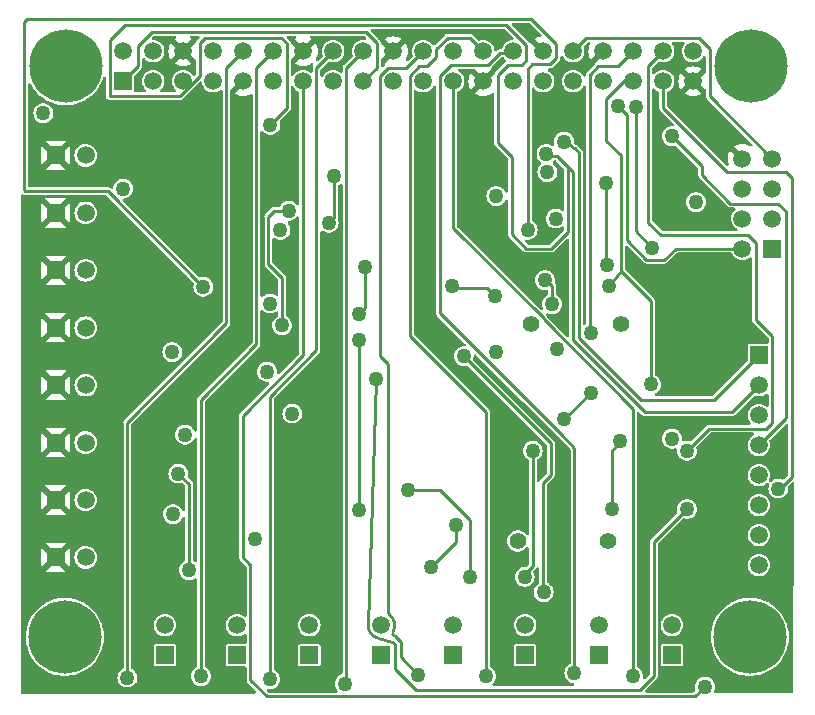
<source format=gbr>
%TF.GenerationSoftware,KiCad,Pcbnew,7.0.1-3b83917a11~172~ubuntu22.04.1*%
%TF.CreationDate,2023-03-24T22:05:32-05:00*%
%TF.ProjectId,pi_hat_forclayton3,70695f68-6174-45f6-966f-72636c617974,rev?*%
%TF.SameCoordinates,Original*%
%TF.FileFunction,Copper,L4,Bot*%
%TF.FilePolarity,Positive*%
%FSLAX46Y46*%
G04 Gerber Fmt 4.6, Leading zero omitted, Abs format (unit mm)*
G04 Created by KiCad (PCBNEW 7.0.1-3b83917a11~172~ubuntu22.04.1) date 2023-03-24 22:05:32*
%MOMM*%
%LPD*%
G01*
G04 APERTURE LIST*
%TA.AperFunction,NonConductor*%
%ADD10C,0.254000*%
%TD*%
%TA.AperFunction,ComponentPad*%
%ADD11C,6.200013*%
%TD*%
%TA.AperFunction,ComponentPad*%
%ADD12R,1.499997X1.499997*%
%TD*%
%TA.AperFunction,ComponentPad*%
%ADD13C,1.499997*%
%TD*%
%TA.AperFunction,ComponentPad*%
%ADD14C,1.399997*%
%TD*%
%TA.AperFunction,ViaPad*%
%ADD15C,1.270000*%
%TD*%
%TA.AperFunction,Conductor*%
%ADD16C,0.254000*%
%TD*%
G04 APERTURE END LIST*
D10*
X30159728Y-51916680D02*
G75*
G03*
X31001086Y-53049638I1130272J-39520D01*
G01*
X32281054Y-52500988D02*
G75*
G03*
X31973806Y-51055267I-991054J544888D01*
G01*
X32281227Y-52500890D02*
G75*
G03*
X32408017Y-52857065I223173J-121210D01*
G01*
D11*
%TO.P,,*%
%TO.N,*%
X4556600Y-4627771D03*
%TD*%
%TO.P,,*%
%TO.N,*%
X62494000Y-52956148D03*
%TD*%
D12*
%TO.P,M\u002A1_H8,1*%
%TO.N,NetD1_H8_2*%
X55890000Y-54496150D03*
D13*
%TO.P,M\u002A1_H8,2*%
%TO.N,5V*%
X55890000Y-51956150D03*
%TD*%
D12*
%TO.P,P3,1*%
%TO.N,5V*%
X64399000Y-20076000D03*
D13*
%TO.P,P3,2*%
%TO.N,Button0*%
X61859000Y-20076000D03*
%TO.P,P3,3*%
%TO.N,NetC7_1*%
X64399000Y-17536000D03*
%TO.P,P3,4*%
%TO.N,Button1*%
X61859000Y-17536000D03*
%TO.P,P3,5*%
%TO.N,NetC6_1*%
X64399000Y-14996000D03*
%TO.P,P3,6*%
%TO.N,Button2*%
X61859000Y-14996000D03*
%TO.P,P3,7*%
%TO.N,GPIO_12*%
X64399000Y-12456000D03*
%TO.P,P3,8*%
%TO.N,GND*%
X61859000Y-12456000D03*
%TD*%
D12*
%TO.P,M\u002A1_H5,1*%
%TO.N,NetD1_H5_2*%
X37385998Y-54496150D03*
D13*
%TO.P,M\u002A1_H5,2*%
%TO.N,5V*%
X37385998Y-51956150D03*
%TD*%
D12*
%TO.P,M\u002A1_H6,1*%
%TO.N,NetD1_H6_2*%
X43462999Y-54496150D03*
D13*
%TO.P,M\u002A1_H6,2*%
%TO.N,5V*%
X43462999Y-51956150D03*
%TD*%
D12*
%TO.P,M\u002A1_H4,1*%
%TO.N,NetD1_H4_2*%
X31289998Y-54496150D03*
D13*
%TO.P,M\u002A1_H4,2*%
%TO.N,5V*%
X31289998Y-51956150D03*
%TD*%
D12*
%TO.P,MK3_A_IN_2,1*%
%TO.N,GND*%
X3711034Y-36500554D03*
D13*
%TO.P,MK3_A_IN_2,2*%
%TO.N,NetC3_A_in_2_2*%
X6251034Y-36500554D03*
%TD*%
D12*
%TO.P,P2,1*%
%TO.N,audio_ch_out_0*%
X63256000Y-29093000D03*
D13*
%TO.P,P2,2*%
%TO.N,audio_ch_out_1*%
X63256000Y-31633000D03*
%TO.P,P2,3*%
%TO.N,audio_ch_out_2*%
X63256000Y-34173000D03*
%TO.P,P2,4*%
%TO.N,audio_ch_out_3*%
X63256000Y-36713000D03*
%TO.P,P2,5*%
%TO.N,audio_ch_out_4*%
X63256000Y-39253000D03*
%TO.P,P2,6*%
%TO.N,audio_ch_out_5*%
X63256000Y-41793000D03*
%TO.P,P2,7*%
%TO.N,audio_ch_out_6*%
X63256000Y-44333000D03*
%TO.P,P2,8*%
%TO.N,audio_ch_out_7*%
X63256000Y-46873000D03*
%TD*%
D12*
%TO.P,M\u002A1_H3,1*%
%TO.N,NetD1_H3_2*%
X25193998Y-54496150D03*
D13*
%TO.P,M\u002A1_H3,2*%
%TO.N,5V*%
X25193998Y-51956150D03*
%TD*%
D11*
%TO.P,,*%
%TO.N,*%
X4494014Y-52956148D03*
%TD*%
D12*
%TO.P,MK4_A_IN_2,1*%
%TO.N,GND*%
X3711034Y-46225097D03*
D13*
%TO.P,MK4_A_IN_2,2*%
%TO.N,NetC4_A_in_2_2*%
X6251034Y-46225097D03*
%TD*%
D14*
%TO.P,R14_A_IN_1,1*%
%TO.N,audio_ref_A_in_1*%
X51572000Y-26426000D03*
%TO.P,R14_A_IN_1,2*%
%TO.N,5V*%
X43952000Y-26426000D03*
%TD*%
D12*
%TO.P,M\u002A1_H2,1*%
%TO.N,NetD1_H2_2*%
X19060000Y-54496150D03*
D13*
%TO.P,M\u002A1_H2,2*%
%TO.N,5V*%
X19060000Y-51956150D03*
%TD*%
D12*
%TO.P,P1,1*%
%TO.N,3.3V*%
X9426593Y-5897771D03*
D13*
%TO.P,P1,2*%
%TO.N,5V*%
X9426593Y-3357771D03*
%TO.P,P1,3*%
%TO.N,audio_ch_out_0*%
X11966593Y-5897771D03*
%TO.P,P1,4*%
%TO.N,5V*%
X11966593Y-3357771D03*
%TO.P,P1,5*%
%TO.N,audio_ch_out_1*%
X14506593Y-5897771D03*
%TO.P,P1,6*%
%TO.N,GND*%
X14506593Y-3357771D03*
%TO.P,P1,7*%
%TO.N,audio_ch_out_2*%
X17046593Y-5897771D03*
%TO.P,P1,8*%
%TO.N,GPIO_14*%
X17046593Y-3357771D03*
%TO.P,P1,9*%
%TO.N,GND*%
X19586593Y-5897771D03*
%TO.P,P1,10*%
%TO.N,GPIO_15*%
X19586593Y-3357771D03*
%TO.P,P1,11*%
%TO.N,Button0*%
X22126593Y-5897771D03*
%TO.P,P1,12*%
%TO.N,GPIO_18*%
X22126593Y-3357771D03*
%TO.P,P1,13*%
%TO.N,Button1*%
X24666593Y-5897771D03*
%TO.P,P1,14*%
%TO.N,GND*%
X24666593Y-3357771D03*
%TO.P,P1,15*%
%TO.N,Button2*%
X27206593Y-5897771D03*
%TO.P,P1,16*%
%TO.N,GPIO_23*%
X27206593Y-3357771D03*
%TO.P,P1,17*%
%TO.N,3.3V*%
X29746593Y-5897771D03*
%TO.P,P1,18*%
%TO.N,GPIO_24*%
X29746593Y-3357771D03*
%TO.P,P1,19*%
%TO.N,GPIO_10*%
X32286593Y-5897771D03*
%TO.P,P1,20*%
%TO.N,GND*%
X32286593Y-3357771D03*
%TO.P,P1,21*%
%TO.N,audio_ch_out_3*%
X34826593Y-5897771D03*
%TO.P,P1,22*%
%TO.N,GPIO_25*%
X34826593Y-3357771D03*
%TO.P,P1,23*%
%TO.N,GPIO_11*%
X37366593Y-5897771D03*
%TO.P,P1,24*%
%TO.N,GPIO_8*%
X37366593Y-3357771D03*
%TO.P,P1,25*%
%TO.N,GND*%
X39906593Y-5897771D03*
%TO.P,P1,26*%
%TO.N,GPIO_7*%
X39906593Y-3357771D03*
%TO.P,P1,27*%
%TO.N,GPIO_0*%
X42446593Y-5897771D03*
%TO.P,P1,28*%
%TO.N,GPIO_1*%
X42446593Y-3357771D03*
%TO.P,P1,29*%
%TO.N,GPIO_5*%
X44986593Y-5897771D03*
%TO.P,P1,30*%
%TO.N,GND*%
X44986593Y-3357771D03*
%TO.P,P1,31*%
%TO.N,GPIO_6*%
X47526593Y-5897771D03*
%TO.P,P1,32*%
%TO.N,GPIO_12*%
X47526593Y-3357771D03*
%TO.P,P1,33*%
%TO.N,GPIO_13*%
X50066593Y-5897771D03*
%TO.P,P1,34*%
%TO.N,GND*%
X50066593Y-3357771D03*
%TO.P,P1,35*%
%TO.N,audio_ch_out_5*%
X52606593Y-5897771D03*
%TO.P,P1,36*%
%TO.N,audio_ch_out_4*%
X52606593Y-3357771D03*
%TO.P,P1,37*%
%TO.N,audio_ch_out_7*%
X55146593Y-5897771D03*
%TO.P,P1,38*%
%TO.N,audio_ch_out_6*%
X55146593Y-3357771D03*
%TO.P,P1,39*%
%TO.N,GND*%
X57686593Y-5897771D03*
%TO.P,P1,40*%
%TO.N,GPIO_21*%
X57686593Y-3357771D03*
%TD*%
D12*
%TO.P,M\u002A1_H7,1*%
%TO.N,NetD1_H7_2*%
X49685999Y-54496150D03*
D13*
%TO.P,M\u002A1_H7,2*%
%TO.N,5V*%
X49685999Y-51956150D03*
%TD*%
D14*
%TO.P,R14_A_IN_2,1*%
%TO.N,audio_ref_A_in_2*%
X50456991Y-44828097D03*
%TO.P,R14_A_IN_2,2*%
%TO.N,5V*%
X42836991Y-44828097D03*
%TD*%
D12*
%TO.P,MK2_A_IN_2,1*%
%TO.N,GND*%
X3711034Y-31638284D03*
D13*
%TO.P,MK2_A_IN_2,2*%
%TO.N,NetC2_A_in_2_2*%
X6251034Y-31638284D03*
%TD*%
D12*
%TO.P,M\u002A1_H1,1*%
%TO.N,NetD1_H1_2*%
X12964000Y-54496150D03*
D13*
%TO.P,M\u002A1_H1,2*%
%TO.N,5V*%
X12964000Y-51956150D03*
%TD*%
D12*
%TO.P,MK1_A_IN_2,1*%
%TO.N,GND*%
X3711034Y-41362825D03*
D13*
%TO.P,MK1_A_IN_2,2*%
%TO.N,NetC1_A_in_2_2*%
X6251034Y-41362825D03*
%TD*%
D12*
%TO.P,MK1_A_IN_1,1*%
%TO.N,GND*%
X3711034Y-21913690D03*
D13*
%TO.P,MK1_A_IN_1,2*%
%TO.N,NetC1_A_in_1_2*%
X6251034Y-21913690D03*
%TD*%
D12*
%TO.P,MK4_A_IN_1,1*%
%TO.N,GND*%
X3711034Y-26776012D03*
D13*
%TO.P,MK4_A_IN_1,2*%
%TO.N,NetC4_A_in_1_2*%
X6251034Y-26776012D03*
%TD*%
D12*
%TO.P,MK2_A_IN_1,1*%
%TO.N,GND*%
X3711034Y-12189147D03*
D13*
%TO.P,MK2_A_IN_1,2*%
%TO.N,NetC2_A_in_1_2*%
X6251034Y-12189147D03*
%TD*%
D12*
%TO.P,MK3_A_IN_1,1*%
%TO.N,GND*%
X3711034Y-17051419D03*
D13*
%TO.P,MK3_A_IN_1,2*%
%TO.N,NetC3_A_in_1_2*%
X6251034Y-17051419D03*
%TD*%
D11*
%TO.P,,*%
%TO.N,*%
X62556586Y-4627771D03*
%TD*%
D15*
%TO.N,GND*%
X25664000Y-32268000D03*
X59581814Y-21196013D03*
X56398000Y-45095000D03*
X26553000Y-42555000D03*
X55890000Y-14742000D03*
X54112000Y-22362000D03*
X21981000Y-11821000D03*
X23124000Y-40269000D03*
X19314000Y-32649000D03*
X35189000Y-10170000D03*
X60208000Y-46746000D03*
%TO.N,5V*%
X46124056Y-28609130D03*
X13641977Y-42560131D03*
X20601983Y-44689108D03*
X46053037Y-17536000D03*
X2677000Y-8620600D03*
X23759000Y-34046000D03*
X57922000Y-16139000D03*
X21871983Y-24731972D03*
X13599000Y-28839000D03*
X41031000Y-28839000D03*
X22743508Y-18475800D03*
X9433400Y-14996000D03*
X55890000Y-36174012D03*
X21611989Y-30505088D03*
X41031000Y-15631000D03*
X45349000Y-13599000D03*
X14667934Y-35829080D03*
%TO.N,audio_ch_out_0*%
X46746000Y-11013001D03*
%TO.N,audio_ch_out_1*%
X21899364Y-9591236D03*
X45269092Y-12075000D03*
%TO.N,audio_ch_out_2*%
X52867400Y-8061800D03*
X54239000Y-19999800D03*
%TO.N,audio_ch_out_3*%
X55890000Y-10551000D03*
%TO.N,audio_ch_out_6*%
X57160000Y-37195600D03*
X30871000Y-31084106D03*
X57160000Y-42123200D03*
%TO.N,audio_ch_out_7*%
X38262400Y-29194600D03*
X45023956Y-49159000D03*
X64907000Y-40396000D03*
%TO.N,GPIO_1*%
X47635000Y-56017000D03*
%TO.N,GPIO_7*%
X40142000Y-56271000D03*
%TO.N,GPIO_23*%
X21854000Y-56525000D03*
%TO.N,GPIO_24*%
X28204000Y-56906000D03*
%TO.N,GPIO_25*%
X34427000Y-56144000D03*
%TO.N,audio_ch_out_4*%
X49032000Y-27188000D03*
%TO.N,audio_ch_out_5*%
X54112000Y-31580676D03*
X50556000Y-23276400D03*
%TO.N,NetC1_A_in_1_2*%
X22895400Y-26578400D03*
X23454200Y-16875600D03*
%TO.N,NetC1_A_in_2_1*%
X35519200Y-47025400D03*
X14996000Y-47304800D03*
X14107000Y-39126000D03*
X37602000Y-43469400D03*
%TO.N,GPIO_11*%
X52588000Y-56271000D03*
%TO.N,bias_A_in_1*%
X16215200Y-23301800D03*
X43672600Y-18475800D03*
%TO.N,bias_A_in_2*%
X29372400Y-27823000D03*
X29372400Y-42224800D03*
%TO.N,GPIO_15*%
X9789000Y-56398000D03*
%TO.N,GPIO_18*%
X16012000Y-56271000D03*
%TO.N,Button1*%
X58684000Y-57160000D03*
%TO.N,ch2_+2in_A_in_1*%
X27315000Y-13925085D03*
X26832400Y-17891600D03*
%TO.N,ch2_+2in_A_in_2*%
X43418600Y-47878992D03*
X38795800Y-47878992D03*
X33538000Y-40523000D03*
X44104400Y-37195600D03*
%TO.N,ch2_out2_A_in_2*%
X49006600Y-32268000D03*
X46746051Y-34528549D03*
%TO.N,ch3_out3_A_in_1*%
X37271800Y-23276400D03*
X45145800Y-22743000D03*
X40904000Y-24063800D03*
X45755400Y-24775000D03*
%TO.N,ch4_out4_A_in_1*%
X29372400Y-25613200D03*
X29880400Y-21650800D03*
%TO.N,audio_ref_A_in_1*%
X50307486Y-14533314D03*
X50352800Y-21447600D03*
%TO.N,audio_ref_A_in_2*%
X51495800Y-36382800D03*
X50845458Y-42142809D03*
%TO.N,Button0*%
X51343400Y-8036400D03*
%TD*%
D16*
%TO.N,GPIO_12*%
X47526593Y-3357771D02*
X48657604Y-2226760D01*
X58155070Y-2226760D02*
X59075566Y-3147306D01*
X48657604Y-2226760D02*
X58155070Y-2226760D01*
X59075566Y-7132566D02*
X64399000Y-12456000D01*
X59075566Y-7132566D02*
X59075566Y-3147306D01*
%TO.N,3.3V*%
X11903804Y-1718760D02*
X29963560Y-1718760D01*
X10691564Y-2931000D02*
X11903804Y-1718760D01*
X10691564Y-4632800D02*
X10691564Y-2931000D01*
X9426593Y-5897771D02*
X10691564Y-4632800D01*
X30896400Y-4747964D02*
X30896400Y-2651600D01*
X29746593Y-5897771D02*
X30896400Y-4747964D01*
X29963560Y-1718760D02*
X30896400Y-2651600D01*
%TO.N,audio_ch_out_0*%
X59446000Y-32903000D02*
X63256000Y-29093000D01*
X48016000Y-27608853D02*
X53310173Y-32903000D01*
X53310173Y-32903000D02*
X59446000Y-32903000D01*
X46746000Y-11013001D02*
X47020930Y-11013001D01*
X47020930Y-11013001D02*
X47598322Y-11590393D01*
X47658393Y-11590393D02*
X48016000Y-11948000D01*
X47598322Y-11590393D02*
X47658393Y-11590393D01*
X48016000Y-27608853D02*
X48016000Y-11948000D01*
%TO.N,audio_ch_out_1*%
X8290400Y-2423000D02*
X9560400Y-1153000D01*
X45463503Y-12269412D02*
X46178412Y-12269412D01*
X15910400Y-5471000D02*
X15910400Y-2677000D01*
X43190000Y-4505800D02*
X43577604Y-4118196D01*
X41869200Y-1153000D02*
X43577604Y-2861404D01*
X22819200Y-2226760D02*
X23276400Y-2683960D01*
X16360640Y-2226760D02*
X22819200Y-2226760D01*
X47508000Y-27819266D02*
X53607734Y-33919000D01*
X8290400Y-7172800D02*
X8290400Y-2423000D01*
X41183400Y-5369400D02*
X42047000Y-4505800D01*
X23276400Y-8214200D02*
X23276400Y-2683960D01*
X42351800Y-18856800D02*
X43571000Y-20076000D01*
X45679200Y-20076000D02*
X47076200Y-18679000D01*
X43577604Y-4118196D02*
X43577604Y-2861404D01*
X46178412Y-12269412D02*
X47076200Y-13167200D01*
X42351800Y-18856800D02*
X42351800Y-12303600D01*
X21899364Y-9591236D02*
X23276400Y-8214200D01*
X43571000Y-20076000D02*
X45679200Y-20076000D01*
X41183400Y-11135200D02*
X41183400Y-5369400D01*
X15910400Y-2677000D02*
X16360640Y-2226760D01*
X53607734Y-33919000D02*
X60970000Y-33919000D01*
X42047000Y-4505800D02*
X43190000Y-4505800D01*
X47076200Y-13167200D02*
X47508000Y-13599000D01*
X9560400Y-1153000D02*
X41869200Y-1153000D01*
X14208600Y-7172800D02*
X15910400Y-5471000D01*
X47508000Y-27819266D02*
X47508000Y-13599000D01*
X8290400Y-7172800D02*
X14208600Y-7172800D01*
X47076200Y-18679000D02*
X47076200Y-13167200D01*
X41183400Y-11135200D02*
X42351800Y-12303600D01*
X45269092Y-12075000D02*
X45463503Y-12269412D01*
X60970000Y-33919000D02*
X63256000Y-31633000D01*
%TO.N,audio_ch_out_2*%
X52867400Y-18628200D02*
X52867400Y-8061800D01*
X52867400Y-18628200D02*
X54239000Y-19999800D01*
%TO.N,audio_ch_out_3*%
X58463706Y-13886706D02*
X58463706Y-13124706D01*
X60843000Y-16266000D02*
X64907000Y-16266000D01*
X63256000Y-36713000D02*
X65542000Y-34427000D01*
X64907000Y-16266000D02*
X65542000Y-16901000D01*
X55890000Y-10551000D02*
X58463706Y-13124706D01*
X65542000Y-34427000D02*
X65542000Y-16901000D01*
X58463706Y-13886706D02*
X60843000Y-16266000D01*
%TO.N,audio_ch_out_6*%
X54340600Y-44942600D02*
X57160000Y-42123200D01*
X32486262Y-55651062D02*
X34262865Y-57427665D01*
X64399000Y-34808000D02*
X64399000Y-27492800D01*
X34262865Y-57427665D02*
X53183935Y-57427665D01*
X53183935Y-57427665D02*
X54340600Y-56271000D01*
X63002000Y-26095800D02*
X64399000Y-27492800D01*
X32197820Y-53365138D02*
X32421010Y-53588328D01*
X53883400Y-17879408D02*
X53883400Y-4620964D01*
X54936992Y-18933000D02*
X62367000Y-18933000D01*
X32421010Y-53588328D02*
X32421010Y-55585784D01*
X63002000Y-26095800D02*
X63002000Y-19568000D01*
X63891000Y-35316000D02*
X64399000Y-34808000D01*
X31001658Y-53049772D02*
X32197820Y-53365138D01*
X57160000Y-37195600D02*
X59039600Y-35316000D01*
X54340600Y-56271000D02*
X54340600Y-44942600D01*
X30159648Y-51917567D02*
X30871000Y-31084106D01*
X62367000Y-18933000D02*
X63002000Y-19568000D01*
X53883400Y-4620964D02*
X55146593Y-3357771D01*
X53883400Y-17879408D02*
X54936992Y-18933000D01*
X32421010Y-55585784D02*
X32486262Y-55651062D01*
X59039600Y-35316000D02*
X63891000Y-35316000D01*
%TO.N,audio_ch_out_7*%
X45628400Y-39227600D02*
X45628400Y-36560600D01*
X44968000Y-49103044D02*
X45023956Y-49159000D01*
X65542000Y-13599000D02*
X66050000Y-14107000D01*
X44968000Y-39888000D02*
X45628400Y-39227600D01*
X60589000Y-13599000D02*
X65542000Y-13599000D01*
X55146593Y-8156593D02*
X60589000Y-13599000D01*
X55146593Y-8156593D02*
X55146593Y-5897771D01*
X38262400Y-29194600D02*
X45628400Y-36560600D01*
X65034000Y-40396000D02*
X66050000Y-39380000D01*
X44968000Y-49103044D02*
X44968000Y-39888000D01*
X66050000Y-39380000D02*
X66050000Y-14107000D01*
X64907000Y-40396000D02*
X65034000Y-40396000D01*
%TO.N,GPIO_1*%
X36235582Y-25520998D02*
X36235582Y-5429293D01*
X47635000Y-56017000D02*
X47635000Y-36920366D01*
X40351093Y-4512760D02*
X41315582Y-3548220D01*
X37152166Y-4512760D02*
X40351093Y-4512760D01*
X42256144Y-3548220D02*
X42446593Y-3357771D01*
X36235582Y-5429293D02*
X37152166Y-4512760D01*
X36235582Y-25520998D02*
X46492000Y-35777366D01*
X41315582Y-3548220D02*
X42256144Y-3548220D01*
X46492000Y-35777366D02*
X47635000Y-36920366D01*
%TO.N,GPIO_7*%
X33695582Y-27489498D02*
X33695582Y-5429293D01*
X33695582Y-5429293D02*
X34497104Y-4627771D01*
X35156082Y-4627771D02*
X35957604Y-3826248D01*
X38775582Y-2226760D02*
X39906593Y-3357771D01*
X35957604Y-3826248D02*
X35957604Y-3167322D01*
X34497104Y-4627771D02*
X35156082Y-4627771D01*
X35957604Y-3167322D02*
X36898115Y-2226760D01*
X40142000Y-56271000D02*
X40142000Y-33935866D01*
X36898115Y-2226760D02*
X38775582Y-2226760D01*
X33695582Y-27489498D02*
X40142000Y-33935866D01*
%TO.N,GPIO_23*%
X25797604Y-28705193D02*
X25797604Y-4766760D01*
X21854000Y-32648797D02*
X25797604Y-28705193D01*
X21854000Y-56525000D02*
X21854000Y-32648797D01*
X25797604Y-4766760D02*
X27206593Y-3357771D01*
%TO.N,GPIO_24*%
X28204000Y-56906000D02*
X28337604Y-56772396D01*
X28337604Y-4766760D02*
X29746593Y-3357771D01*
X28337604Y-56772396D02*
X28337604Y-4766760D01*
%TO.N,GPIO_25*%
X32408233Y-52857164D02*
X32929010Y-53377915D01*
X32929010Y-54646010D02*
X33003381Y-54720381D01*
X31155582Y-5429293D02*
X31818115Y-4766760D01*
X31887000Y-50968648D02*
X31961397Y-51043045D01*
X31812603Y-29807985D02*
X31887000Y-29882381D01*
X32929010Y-54646010D02*
X32929010Y-53377915D01*
X33417604Y-4766760D02*
X34826593Y-3357771D01*
X31961397Y-51043070D02*
X31973081Y-51054729D01*
X31155582Y-29150963D02*
X31155582Y-5429293D01*
X31818115Y-4766760D02*
X33417604Y-4766760D01*
X31155582Y-29150963D02*
X31812603Y-29807985D01*
X33003381Y-54720381D02*
X34427000Y-56144000D01*
X31887000Y-50968648D02*
X31887000Y-29882381D01*
%TO.N,audio_ch_out_4*%
X49667000Y-4632800D02*
X51331564Y-4632800D01*
X48930400Y-5369400D02*
X49667000Y-4632800D01*
X51331564Y-4632800D02*
X52606593Y-3357771D01*
X48930400Y-27086400D02*
X48930400Y-5369400D01*
X48930400Y-27086400D02*
X49032000Y-27188000D01*
%TO.N,audio_ch_out_5*%
X51572000Y-22006400D02*
X54112000Y-24546400D01*
X50327400Y-10932000D02*
X51572000Y-12176600D01*
X50327400Y-7376000D02*
X51805629Y-5897771D01*
X50556000Y-23276400D02*
X51572000Y-22006400D01*
X51572000Y-22006400D02*
X51572000Y-12176600D01*
X54112000Y-31580676D02*
X54112000Y-24546400D01*
X50327400Y-10932000D02*
X50327400Y-7376000D01*
X51805629Y-5897771D02*
X52606593Y-5897771D01*
%TO.N,NetC1_A_in_1_2*%
X21727000Y-17383600D02*
X22235000Y-16875600D01*
X21727000Y-21396800D02*
X22895400Y-22565200D01*
X22895400Y-26578400D02*
X22895400Y-22565200D01*
X22235000Y-16875600D02*
X23454200Y-16875600D01*
X21727000Y-21396800D02*
X21727000Y-17383600D01*
%TO.N,NetC1_A_in_2_1*%
X37602000Y-44942600D02*
X37602000Y-43469400D01*
X14996000Y-47304800D02*
X14996000Y-40015000D01*
X14107000Y-39126000D02*
X14996000Y-40015000D01*
X35519200Y-47025400D02*
X37602000Y-44942600D01*
%TO.N,GPIO_11*%
X37366593Y-18311818D02*
X45032999Y-25978223D01*
X45032999Y-26062678D02*
X52588000Y-33617680D01*
X37366593Y-18311818D02*
X37366593Y-5897771D01*
X45032999Y-26062678D02*
X45032999Y-25978223D01*
X52588000Y-56271000D02*
X52588000Y-33617680D01*
%TO.N,bias_A_in_1*%
X45603000Y-4488782D02*
X46117604Y-3974178D01*
X1305400Y-619600D02*
X43995840Y-619600D01*
X1051400Y-873600D02*
X1305400Y-619600D01*
X1051400Y-15123000D02*
X1051400Y-873600D01*
X43672600Y-18475800D02*
X43672600Y-4901786D01*
X1051400Y-15123000D02*
X1127600Y-15199200D01*
X46117604Y-3974178D02*
X46117604Y-2741364D01*
X8112600Y-15199200D02*
X16215200Y-23301800D01*
X43672600Y-4901786D02*
X44085604Y-4488782D01*
X44085604Y-4488782D02*
X45603000Y-4488782D01*
X43995840Y-619600D02*
X46117604Y-2741364D01*
X1127600Y-15199200D02*
X8112600Y-15199200D01*
%TO.N,bias_A_in_2*%
X29372400Y-42224800D02*
X29372400Y-27823000D01*
%TO.N,GPIO_15*%
X18177604Y-26419193D02*
X18177604Y-4766760D01*
X9789000Y-56398000D02*
X9789000Y-34807797D01*
X9789000Y-34807797D02*
X18177604Y-26419193D01*
X18177604Y-4766760D02*
X19586593Y-3357771D01*
%TO.N,GPIO_18*%
X20717604Y-4766760D02*
X22126593Y-3357771D01*
X16012000Y-56271000D02*
X16012000Y-32902797D01*
X16012000Y-32902797D02*
X20717604Y-28197193D01*
X20717604Y-28197193D02*
X20717604Y-4766760D01*
%TO.N,Button1*%
X19568000Y-46212600D02*
X19568000Y-34216332D01*
X19568000Y-34216332D02*
X24666593Y-29117740D01*
X21574600Y-57998200D02*
X57845800Y-57998200D01*
X57845800Y-57998200D02*
X58684000Y-57160000D01*
X24666593Y-29117740D02*
X24666593Y-5897771D01*
X19568000Y-46212600D02*
X20203000Y-46847600D01*
X20203000Y-56626600D02*
X20203000Y-46847600D01*
X20203000Y-56626600D02*
X21574600Y-57998200D01*
%TO.N,ch2_+2in_A_in_1*%
X26832400Y-17891600D02*
X27315000Y-17409000D01*
X27315000Y-17409000D02*
X27315000Y-13925085D01*
%TO.N,ch2_+2in_A_in_2*%
X43418600Y-47878992D02*
X43418600Y-47635000D01*
X44104400Y-46949200D02*
X44104400Y-37195600D01*
X43418600Y-47635000D02*
X44104400Y-46949200D01*
X36255800Y-40523000D02*
X38795800Y-43063000D01*
X33538000Y-40523000D02*
X36255800Y-40523000D01*
X38795800Y-47878992D02*
X38795800Y-43063000D01*
%TO.N,ch2_out2_A_in_2*%
X46746051Y-34528549D02*
X49006600Y-32268000D01*
%TO.N,ch3_out3_A_in_1*%
X37271800Y-23403400D02*
X37271800Y-23276400D01*
X45145800Y-22743000D02*
X45247400Y-22743000D01*
X40243600Y-23403400D02*
X40904000Y-24063800D01*
X45247400Y-22743000D02*
X45755400Y-23251000D01*
X45755400Y-24775000D02*
X45755400Y-23251000D01*
X37271800Y-23403400D02*
X40243600Y-23403400D01*
%TO.N,ch4_out4_A_in_1*%
X29372400Y-25613200D02*
X29880400Y-25105200D01*
X29880400Y-25105200D02*
X29880400Y-21650800D01*
%TO.N,audio_ref_A_in_1*%
X50307486Y-14533314D02*
X50330143Y-14555970D01*
X50330143Y-21424943D02*
X50330143Y-14555970D01*
X50330143Y-21424943D02*
X50352800Y-21447600D01*
%TO.N,audio_ref_A_in_2*%
X51495800Y-36518944D02*
X51495800Y-36382800D01*
X50845458Y-42142809D02*
X50845458Y-37169286D01*
X50845458Y-37169286D02*
X51495800Y-36518944D01*
%TO.N,Button0*%
X55255000Y-21015800D02*
X56194800Y-20076000D01*
X56194800Y-20076000D02*
X61859000Y-20076000D01*
X52080000Y-19364800D02*
X52080000Y-8773000D01*
X53731000Y-21015800D02*
X55255000Y-21015800D01*
X52080000Y-19364800D02*
X53731000Y-21015800D01*
X51343400Y-8036400D02*
X52080000Y-8773000D01*
%TD*%
%TA.AperFunction,Conductor*%
%TO.N,GND*%
G36*
X7907129Y-5528657D02*
G01*
X7945775Y-5572926D01*
X7959700Y-5630017D01*
X7959700Y-7231113D01*
X7966036Y-7248523D01*
X7971628Y-7269393D01*
X7974847Y-7287649D01*
X7984114Y-7303699D01*
X7993248Y-7323286D01*
X7999586Y-7340700D01*
X8011498Y-7354896D01*
X8023894Y-7372599D01*
X8033161Y-7388649D01*
X8042430Y-7396427D01*
X8047355Y-7400559D01*
X8062639Y-7415843D01*
X8074551Y-7430039D01*
X8090601Y-7439305D01*
X8108303Y-7451701D01*
X8122497Y-7463612D01*
X8122498Y-7463612D01*
X8122499Y-7463613D01*
X8139911Y-7469950D01*
X8159491Y-7479079D01*
X8175549Y-7488351D01*
X8193805Y-7491569D01*
X8214673Y-7497161D01*
X8232089Y-7503500D01*
X8261465Y-7503500D01*
X8348711Y-7503500D01*
X14188745Y-7503500D01*
X14199551Y-7503971D01*
X14237867Y-7507324D01*
X14275021Y-7497367D01*
X14285564Y-7495030D01*
X14323451Y-7488351D01*
X14323452Y-7488349D01*
X14324377Y-7488187D01*
X14349747Y-7477677D01*
X14350512Y-7477140D01*
X14350516Y-7477140D01*
X14382026Y-7455075D01*
X14391144Y-7449267D01*
X14399006Y-7444728D01*
X14424449Y-7430039D01*
X14449185Y-7400558D01*
X14456473Y-7392605D01*
X15890616Y-5958463D01*
X15951124Y-5925160D01*
X16020067Y-5929395D01*
X16076047Y-5969857D01*
X16101696Y-6033991D01*
X16106693Y-6084727D01*
X16133933Y-6174524D01*
X16161227Y-6264502D01*
X16249785Y-6430181D01*
X16283625Y-6471415D01*
X16368962Y-6575401D01*
X16431125Y-6626416D01*
X16514183Y-6694579D01*
X16679862Y-6783137D01*
X16859635Y-6837670D01*
X17046593Y-6856084D01*
X17233551Y-6837670D01*
X17413324Y-6783137D01*
X17579003Y-6694579D01*
X17644239Y-6641041D01*
X17707726Y-6613827D01*
X17775921Y-6624801D01*
X17827666Y-6670555D01*
X17846904Y-6736895D01*
X17846904Y-26230850D01*
X17837465Y-26278303D01*
X17810585Y-26318531D01*
X9569205Y-34559910D01*
X9561234Y-34567215D01*
X9531760Y-34591948D01*
X9512528Y-34625256D01*
X9506721Y-34634371D01*
X9484126Y-34666642D01*
X9473610Y-34692029D01*
X9466770Y-34730823D01*
X9464429Y-34741383D01*
X9454475Y-34778529D01*
X9457828Y-34816844D01*
X9458300Y-34827652D01*
X9458300Y-55546638D01*
X9449271Y-55593089D01*
X9423498Y-55632776D01*
X9384735Y-55659918D01*
X9367340Y-55667662D01*
X9224710Y-55771290D01*
X9106737Y-55902311D01*
X9018588Y-56054990D01*
X8964109Y-56222662D01*
X8945680Y-56398000D01*
X8964109Y-56573337D01*
X9018588Y-56741009D01*
X9106737Y-56893688D01*
X9106740Y-56893691D01*
X9224709Y-57024709D01*
X9367339Y-57128336D01*
X9367340Y-57128337D01*
X9528402Y-57200046D01*
X9700847Y-57236700D01*
X9700849Y-57236700D01*
X9877151Y-57236700D01*
X9877153Y-57236700D01*
X10049597Y-57200046D01*
X10049598Y-57200045D01*
X10049600Y-57200045D01*
X10210660Y-57128337D01*
X10353291Y-57024709D01*
X10471260Y-56893691D01*
X10482351Y-56874482D01*
X10559411Y-56741009D01*
X10582412Y-56670219D01*
X10613891Y-56573336D01*
X10632320Y-56398000D01*
X10613891Y-56222664D01*
X10575320Y-56103955D01*
X10559411Y-56054990D01*
X10471262Y-55902311D01*
X10437139Y-55864414D01*
X10353291Y-55771291D01*
X10256042Y-55700635D01*
X10210659Y-55667662D01*
X10193265Y-55659918D01*
X10154502Y-55632776D01*
X10128729Y-55593089D01*
X10119700Y-55546638D01*
X10119700Y-55266214D01*
X12010301Y-55266214D01*
X12022119Y-55325627D01*
X12022119Y-55325628D01*
X12022120Y-55325629D01*
X12067141Y-55393009D01*
X12134521Y-55438030D01*
X12151699Y-55441447D01*
X12193936Y-55449849D01*
X12193937Y-55449849D01*
X13734063Y-55449849D01*
X13734064Y-55449849D01*
X13764311Y-55443832D01*
X13793479Y-55438030D01*
X13860859Y-55393009D01*
X13905880Y-55325629D01*
X13917699Y-55266213D01*
X13917699Y-53726087D01*
X13905880Y-53666671D01*
X13860859Y-53599291D01*
X13793479Y-53554270D01*
X13793478Y-53554269D01*
X13793477Y-53554269D01*
X13734064Y-53542451D01*
X13734063Y-53542451D01*
X12193937Y-53542451D01*
X12193936Y-53542451D01*
X12134522Y-53554269D01*
X12067141Y-53599291D01*
X12022119Y-53666672D01*
X12010301Y-53726086D01*
X12010301Y-55266214D01*
X10119700Y-55266214D01*
X10119700Y-51956150D01*
X12005687Y-51956150D01*
X12024100Y-52143106D01*
X12024101Y-52143108D01*
X12078634Y-52322881D01*
X12167192Y-52488560D01*
X12188289Y-52514267D01*
X12286369Y-52633780D01*
X12354364Y-52689581D01*
X12431590Y-52752958D01*
X12597269Y-52841516D01*
X12777042Y-52896049D01*
X12964000Y-52914463D01*
X13150958Y-52896049D01*
X13330731Y-52841516D01*
X13496410Y-52752958D01*
X13641630Y-52633780D01*
X13760808Y-52488560D01*
X13849366Y-52322881D01*
X13903899Y-52143108D01*
X13922313Y-51956150D01*
X13903899Y-51769192D01*
X13849366Y-51589419D01*
X13760808Y-51423740D01*
X13701219Y-51351130D01*
X13641630Y-51278519D01*
X13553152Y-51205908D01*
X13496410Y-51159342D01*
X13330731Y-51070784D01*
X13238262Y-51042734D01*
X13150956Y-51016250D01*
X12964000Y-50997837D01*
X12777043Y-51016250D01*
X12597266Y-51070785D01*
X12431591Y-51159341D01*
X12286369Y-51278519D01*
X12167191Y-51423741D01*
X12078635Y-51589416D01*
X12024100Y-51769193D01*
X12005687Y-51956150D01*
X10119700Y-51956150D01*
X10119700Y-34996139D01*
X10129139Y-34948686D01*
X10156019Y-34908458D01*
X14260762Y-30803715D01*
X18397415Y-26667061D01*
X18405368Y-26659773D01*
X18434843Y-26635042D01*
X18454069Y-26601740D01*
X18459879Y-26592621D01*
X18462377Y-26589054D01*
X18481944Y-26561109D01*
X18481944Y-26561106D01*
X18482482Y-26560339D01*
X18492991Y-26534968D01*
X18493153Y-26534046D01*
X18493155Y-26534044D01*
X18499834Y-26496157D01*
X18502171Y-26485614D01*
X18512128Y-26448460D01*
X18508775Y-26410144D01*
X18508304Y-26399338D01*
X18508304Y-6673869D01*
X18517743Y-6626416D01*
X18544623Y-6586188D01*
X19498912Y-5631899D01*
X19554499Y-5599805D01*
X19618687Y-5599805D01*
X19674274Y-5631899D01*
X19852464Y-5810089D01*
X19884558Y-5865676D01*
X19884558Y-5929864D01*
X19852464Y-5985451D01*
X18897021Y-6940893D01*
X18959208Y-6984436D01*
X19157433Y-7076871D01*
X19368706Y-7133481D01*
X19586593Y-7152544D01*
X19804479Y-7133481D01*
X20015752Y-7076871D01*
X20210499Y-6986059D01*
X20271014Y-6974706D01*
X20329529Y-6993860D01*
X20371618Y-7038798D01*
X20386904Y-7098441D01*
X20386904Y-28008851D01*
X20377465Y-28056304D01*
X20350585Y-28096532D01*
X15792205Y-32654910D01*
X15784234Y-32662215D01*
X15754760Y-32686948D01*
X15735528Y-32720256D01*
X15729721Y-32729371D01*
X15707126Y-32761642D01*
X15696610Y-32787029D01*
X15689770Y-32825823D01*
X15687429Y-32836383D01*
X15677475Y-32873529D01*
X15680828Y-32911844D01*
X15681300Y-32922652D01*
X15681300Y-35450904D01*
X15661997Y-35517347D01*
X15610096Y-35563103D01*
X15541758Y-35573926D01*
X15478259Y-35546447D01*
X15444888Y-35497342D01*
X15444862Y-35497358D01*
X15444654Y-35496998D01*
X15439369Y-35489221D01*
X15438345Y-35486071D01*
X15350196Y-35333391D01*
X15289365Y-35265832D01*
X15232225Y-35202371D01*
X15089594Y-35098743D01*
X15089593Y-35098742D01*
X14928531Y-35027033D01*
X14756087Y-34990380D01*
X14756085Y-34990380D01*
X14579783Y-34990380D01*
X14579781Y-34990380D01*
X14407336Y-35027033D01*
X14246274Y-35098742D01*
X14103644Y-35202370D01*
X13985671Y-35333391D01*
X13897522Y-35486070D01*
X13843043Y-35653742D01*
X13824614Y-35829079D01*
X13843043Y-36004417D01*
X13897522Y-36172089D01*
X13985671Y-36324768D01*
X13985674Y-36324771D01*
X14103643Y-36455789D01*
X14200339Y-36526043D01*
X14246274Y-36559417D01*
X14407336Y-36631126D01*
X14579781Y-36667780D01*
X14579783Y-36667780D01*
X14756085Y-36667780D01*
X14756087Y-36667780D01*
X14928531Y-36631126D01*
X14928532Y-36631125D01*
X14928534Y-36631125D01*
X15089594Y-36559417D01*
X15232225Y-36455789D01*
X15350194Y-36324771D01*
X15356646Y-36313597D01*
X15433436Y-36180591D01*
X15438345Y-36172089D01*
X15438744Y-36170859D01*
X15439369Y-36168939D01*
X15444654Y-36161161D01*
X15444862Y-36160802D01*
X15444888Y-36160817D01*
X15478259Y-36111713D01*
X15541758Y-36084234D01*
X15610096Y-36095057D01*
X15661997Y-36140813D01*
X15681300Y-36207256D01*
X15681300Y-46522645D01*
X15663027Y-46587435D01*
X15613594Y-46633130D01*
X15547571Y-46646263D01*
X15484414Y-46622963D01*
X15417659Y-46574462D01*
X15400265Y-46566718D01*
X15361502Y-46539576D01*
X15335729Y-46499889D01*
X15326700Y-46453438D01*
X15326700Y-40034855D01*
X15327172Y-40024047D01*
X15330524Y-39985733D01*
X15320573Y-39948598D01*
X15318231Y-39938033D01*
X15312728Y-39906825D01*
X15311551Y-39900149D01*
X15311550Y-39900147D01*
X15311388Y-39899227D01*
X15300879Y-39873855D01*
X15300340Y-39873085D01*
X15300340Y-39873084D01*
X15278273Y-39841570D01*
X15272464Y-39832450D01*
X15263339Y-39816645D01*
X15253239Y-39799151D01*
X15235639Y-39784383D01*
X15223771Y-39774424D01*
X15215796Y-39767116D01*
X14941019Y-39492339D01*
X14908126Y-39433605D01*
X14910768Y-39366342D01*
X14931891Y-39301336D01*
X14950320Y-39126000D01*
X14931891Y-38950664D01*
X14877411Y-38782991D01*
X14877411Y-38782990D01*
X14789262Y-38630311D01*
X14771168Y-38610216D01*
X14671291Y-38499291D01*
X14528660Y-38395663D01*
X14528659Y-38395662D01*
X14367597Y-38323953D01*
X14195153Y-38287300D01*
X14195151Y-38287300D01*
X14018849Y-38287300D01*
X14018847Y-38287300D01*
X13846402Y-38323953D01*
X13685340Y-38395662D01*
X13542710Y-38499290D01*
X13424737Y-38630311D01*
X13336588Y-38782990D01*
X13282109Y-38950662D01*
X13263680Y-39126000D01*
X13282109Y-39301337D01*
X13336588Y-39469009D01*
X13424737Y-39621688D01*
X13433879Y-39631841D01*
X13542709Y-39752709D01*
X13636864Y-39821117D01*
X13685340Y-39856337D01*
X13846402Y-39928046D01*
X14018847Y-39964700D01*
X14018849Y-39964700D01*
X14195151Y-39964700D01*
X14195152Y-39964700D01*
X14273503Y-39948045D01*
X14362579Y-39929112D01*
X14423578Y-39931508D01*
X14476041Y-39962721D01*
X14628981Y-40115661D01*
X14655861Y-40155889D01*
X14665300Y-40203342D01*
X14665300Y-42212600D01*
X14645997Y-42279043D01*
X14594096Y-42324799D01*
X14525758Y-42335622D01*
X14462259Y-42308143D01*
X14423369Y-42250917D01*
X14412388Y-42217122D01*
X14324239Y-42064442D01*
X14248167Y-41979956D01*
X14206268Y-41933422D01*
X14063637Y-41829794D01*
X14063636Y-41829793D01*
X13902574Y-41758084D01*
X13730130Y-41721431D01*
X13730128Y-41721431D01*
X13553826Y-41721431D01*
X13553824Y-41721431D01*
X13381379Y-41758084D01*
X13220317Y-41829793D01*
X13077687Y-41933421D01*
X12959714Y-42064442D01*
X12871565Y-42217121D01*
X12817086Y-42384793D01*
X12798657Y-42560131D01*
X12817086Y-42735468D01*
X12871565Y-42903140D01*
X12959714Y-43055819D01*
X12984048Y-43082844D01*
X13077686Y-43186840D01*
X13095772Y-43199980D01*
X13220317Y-43290468D01*
X13381379Y-43362177D01*
X13553824Y-43398831D01*
X13553826Y-43398831D01*
X13730128Y-43398831D01*
X13730130Y-43398831D01*
X13902574Y-43362177D01*
X13902575Y-43362176D01*
X13902577Y-43362176D01*
X14063637Y-43290468D01*
X14206268Y-43186840D01*
X14324237Y-43055822D01*
X14412388Y-42903140D01*
X14422134Y-42873146D01*
X14423369Y-42869345D01*
X14462259Y-42812119D01*
X14525758Y-42784640D01*
X14594096Y-42795463D01*
X14645997Y-42841219D01*
X14665300Y-42907662D01*
X14665300Y-46453438D01*
X14656271Y-46499889D01*
X14630498Y-46539576D01*
X14591735Y-46566718D01*
X14574340Y-46574462D01*
X14431710Y-46678090D01*
X14313737Y-46809111D01*
X14225588Y-46961790D01*
X14171109Y-47129462D01*
X14152680Y-47304800D01*
X14171109Y-47480137D01*
X14225588Y-47647809D01*
X14313737Y-47800488D01*
X14313740Y-47800491D01*
X14431709Y-47931509D01*
X14507586Y-47986637D01*
X14574340Y-48035137D01*
X14735402Y-48106846D01*
X14907847Y-48143500D01*
X14907849Y-48143500D01*
X15084151Y-48143500D01*
X15084153Y-48143500D01*
X15256597Y-48106846D01*
X15256598Y-48106845D01*
X15256600Y-48106845D01*
X15417660Y-48035137D01*
X15484414Y-47986636D01*
X15547571Y-47963337D01*
X15613594Y-47976470D01*
X15663027Y-48022165D01*
X15681300Y-48086955D01*
X15681300Y-55419638D01*
X15672271Y-55466089D01*
X15646498Y-55505776D01*
X15607735Y-55532918D01*
X15590340Y-55540662D01*
X15447710Y-55644290D01*
X15329737Y-55775311D01*
X15241588Y-55927990D01*
X15187109Y-56095662D01*
X15168680Y-56271000D01*
X15187109Y-56446337D01*
X15241588Y-56614009D01*
X15329737Y-56766688D01*
X15356877Y-56796829D01*
X15447709Y-56897709D01*
X15567389Y-56984662D01*
X15590340Y-57001337D01*
X15751402Y-57073046D01*
X15923847Y-57109700D01*
X15923849Y-57109700D01*
X16100151Y-57109700D01*
X16100153Y-57109700D01*
X16272597Y-57073046D01*
X16272598Y-57073045D01*
X16272600Y-57073045D01*
X16433660Y-57001337D01*
X16576291Y-56897709D01*
X16694260Y-56766691D01*
X16708833Y-56741451D01*
X16782411Y-56614009D01*
X16795626Y-56573336D01*
X16836891Y-56446336D01*
X16855320Y-56271000D01*
X16836891Y-56095664D01*
X16808631Y-56008690D01*
X16782411Y-55927990D01*
X16694262Y-55775311D01*
X16675222Y-55754165D01*
X16576291Y-55644291D01*
X16433660Y-55540663D01*
X16433659Y-55540662D01*
X16416265Y-55532918D01*
X16377502Y-55505776D01*
X16351729Y-55466089D01*
X16342700Y-55419638D01*
X16342700Y-33091139D01*
X16352139Y-33043686D01*
X16379019Y-33003458D01*
X17516217Y-31866260D01*
X20937409Y-28445066D01*
X20945360Y-28437779D01*
X20974843Y-28413042D01*
X20994073Y-28379732D01*
X20999879Y-28370619D01*
X21021944Y-28339109D01*
X21021944Y-28339105D01*
X21022481Y-28338340D01*
X21032991Y-28312970D01*
X21033153Y-28312045D01*
X21033155Y-28312044D01*
X21039834Y-28274157D01*
X21042171Y-28263614D01*
X21052128Y-28226460D01*
X21048775Y-28188144D01*
X21048304Y-28177338D01*
X21048304Y-25393632D01*
X21062415Y-25336183D01*
X21101535Y-25291810D01*
X21156762Y-25270610D01*
X21215527Y-25277409D01*
X21264453Y-25310659D01*
X21307692Y-25358681D01*
X21450323Y-25462309D01*
X21611385Y-25534018D01*
X21783830Y-25570672D01*
X21783832Y-25570672D01*
X21960134Y-25570672D01*
X21960136Y-25570672D01*
X22132580Y-25534018D01*
X22132581Y-25534017D01*
X22132583Y-25534017D01*
X22293643Y-25462309D01*
X22367814Y-25408419D01*
X22430970Y-25385120D01*
X22496994Y-25398253D01*
X22546427Y-25443948D01*
X22564700Y-25508738D01*
X22564700Y-25727038D01*
X22555671Y-25773489D01*
X22529898Y-25813176D01*
X22491135Y-25840318D01*
X22473740Y-25848062D01*
X22331110Y-25951690D01*
X22213137Y-26082711D01*
X22124988Y-26235390D01*
X22070509Y-26403062D01*
X22052080Y-26578399D01*
X22070509Y-26753737D01*
X22124988Y-26921409D01*
X22213137Y-27074088D01*
X22213140Y-27074091D01*
X22331109Y-27205109D01*
X22391170Y-27248746D01*
X22473740Y-27308737D01*
X22634802Y-27380446D01*
X22807247Y-27417100D01*
X22807249Y-27417100D01*
X22983551Y-27417100D01*
X22983553Y-27417100D01*
X23155997Y-27380446D01*
X23155998Y-27380445D01*
X23156000Y-27380445D01*
X23317060Y-27308737D01*
X23459691Y-27205109D01*
X23577660Y-27074091D01*
X23588971Y-27054501D01*
X23665811Y-26921409D01*
X23665810Y-26921409D01*
X23720291Y-26753736D01*
X23738720Y-26578400D01*
X23720291Y-26403064D01*
X23679754Y-26278303D01*
X23665811Y-26235390D01*
X23577662Y-26082711D01*
X23559568Y-26062616D01*
X23459691Y-25951691D01*
X23338131Y-25863372D01*
X23317059Y-25848062D01*
X23299665Y-25840318D01*
X23260902Y-25813176D01*
X23235129Y-25773489D01*
X23226100Y-25727038D01*
X23226100Y-22585055D01*
X23226572Y-22574247D01*
X23229924Y-22535933D01*
X23222095Y-22506715D01*
X23219972Y-22498795D01*
X23217631Y-22488233D01*
X23210788Y-22449427D01*
X23200279Y-22424055D01*
X23199740Y-22423285D01*
X23199740Y-22423284D01*
X23177673Y-22391770D01*
X23171864Y-22382650D01*
X23152639Y-22349351D01*
X23123171Y-22324624D01*
X23115196Y-22317316D01*
X22094019Y-21296139D01*
X22067139Y-21255911D01*
X22057700Y-21208458D01*
X22057700Y-19257586D01*
X22075973Y-19192796D01*
X22125405Y-19147101D01*
X22191429Y-19133968D01*
X22254586Y-19157268D01*
X22321848Y-19206137D01*
X22482910Y-19277846D01*
X22655355Y-19314500D01*
X22655357Y-19314500D01*
X22831659Y-19314500D01*
X22831661Y-19314500D01*
X23004105Y-19277846D01*
X23004106Y-19277845D01*
X23004108Y-19277845D01*
X23165168Y-19206137D01*
X23307799Y-19102509D01*
X23425768Y-18971491D01*
X23447544Y-18933775D01*
X23513919Y-18818809D01*
X23549477Y-18709372D01*
X23568399Y-18651136D01*
X23586828Y-18475800D01*
X23568399Y-18300464D01*
X23527581Y-18174838D01*
X23513919Y-18132790D01*
X23425770Y-17980111D01*
X23399602Y-17951049D01*
X23372789Y-17921270D01*
X23345509Y-17871646D01*
X23343137Y-17815065D01*
X23366171Y-17763330D01*
X23409806Y-17727232D01*
X23464941Y-17714300D01*
X23542353Y-17714300D01*
X23714797Y-17677646D01*
X23714798Y-17677645D01*
X23714800Y-17677645D01*
X23875860Y-17605937D01*
X24018491Y-17502309D01*
X24083484Y-17430127D01*
X24119744Y-17389857D01*
X24168671Y-17356607D01*
X24227435Y-17349808D01*
X24282662Y-17371008D01*
X24321782Y-17415381D01*
X24335893Y-17472830D01*
X24335893Y-28929397D01*
X24326454Y-28976850D01*
X24299574Y-29017078D01*
X22661070Y-30655580D01*
X22609228Y-30686607D01*
X22548878Y-30689452D01*
X22494347Y-30663442D01*
X22458580Y-30614749D01*
X22450069Y-30554938D01*
X22455309Y-30505088D01*
X22436880Y-30329752D01*
X22382400Y-30162079D01*
X22382400Y-30162078D01*
X22294251Y-30009399D01*
X22262305Y-29973920D01*
X22176280Y-29878379D01*
X22033649Y-29774751D01*
X22033648Y-29774750D01*
X21872586Y-29703041D01*
X21700142Y-29666388D01*
X21700140Y-29666388D01*
X21523838Y-29666388D01*
X21523836Y-29666388D01*
X21351391Y-29703041D01*
X21190329Y-29774750D01*
X21047699Y-29878378D01*
X21047698Y-29878379D01*
X21038652Y-29888425D01*
X20929726Y-30009399D01*
X20841577Y-30162078D01*
X20787098Y-30329750D01*
X20768669Y-30505088D01*
X20787098Y-30680425D01*
X20841577Y-30848097D01*
X20929726Y-31000776D01*
X20929729Y-31000779D01*
X21047698Y-31131797D01*
X21190329Y-31235425D01*
X21351391Y-31307134D01*
X21523836Y-31343788D01*
X21673501Y-31343788D01*
X21729796Y-31357303D01*
X21773819Y-31394903D01*
X21795974Y-31448390D01*
X21791432Y-31506106D01*
X21761182Y-31555469D01*
X19348205Y-33968445D01*
X19340234Y-33975750D01*
X19310760Y-34000483D01*
X19291528Y-34033791D01*
X19285721Y-34042906D01*
X19263126Y-34075177D01*
X19252610Y-34100564D01*
X19245770Y-34139358D01*
X19243429Y-34149918D01*
X19233475Y-34187064D01*
X19236828Y-34225379D01*
X19237300Y-34236187D01*
X19237300Y-46192745D01*
X19236828Y-46203553D01*
X19233475Y-46241867D01*
X19243429Y-46279014D01*
X19245770Y-46289575D01*
X19252610Y-46328370D01*
X19263124Y-46353751D01*
X19285721Y-46386023D01*
X19291532Y-46395145D01*
X19310760Y-46428448D01*
X19340225Y-46453172D01*
X19348201Y-46460481D01*
X19835981Y-46948262D01*
X19862861Y-46988490D01*
X19872300Y-47035943D01*
X19872300Y-51126865D01*
X19853062Y-51193205D01*
X19801317Y-51238959D01*
X19733122Y-51249933D01*
X19669636Y-51222719D01*
X19649755Y-51206403D01*
X19592410Y-51159342D01*
X19426731Y-51070784D01*
X19334262Y-51042734D01*
X19246956Y-51016250D01*
X19060000Y-50997837D01*
X18873043Y-51016250D01*
X18693266Y-51070785D01*
X18527591Y-51159341D01*
X18382369Y-51278519D01*
X18263191Y-51423741D01*
X18174635Y-51589416D01*
X18120100Y-51769193D01*
X18101687Y-51956150D01*
X18120100Y-52143106D01*
X18120101Y-52143108D01*
X18174634Y-52322881D01*
X18263192Y-52488560D01*
X18284289Y-52514267D01*
X18382369Y-52633780D01*
X18450364Y-52689581D01*
X18527590Y-52752958D01*
X18693269Y-52841516D01*
X18873042Y-52896049D01*
X19060000Y-52914463D01*
X19246958Y-52896049D01*
X19426731Y-52841516D01*
X19592410Y-52752958D01*
X19669635Y-52689581D01*
X19733122Y-52662367D01*
X19801317Y-52673341D01*
X19853062Y-52719095D01*
X19872300Y-52785435D01*
X19872300Y-53418451D01*
X19855687Y-53480451D01*
X19810300Y-53525838D01*
X19748300Y-53542451D01*
X18289936Y-53542451D01*
X18230522Y-53554269D01*
X18163141Y-53599291D01*
X18118119Y-53666672D01*
X18106301Y-53726086D01*
X18106301Y-55266214D01*
X18118119Y-55325627D01*
X18118119Y-55325628D01*
X18118120Y-55325629D01*
X18163141Y-55393009D01*
X18230521Y-55438030D01*
X18247699Y-55441447D01*
X18289936Y-55449849D01*
X19748300Y-55449849D01*
X19810300Y-55466462D01*
X19855687Y-55511849D01*
X19872300Y-55573849D01*
X19872300Y-56606745D01*
X19871828Y-56617553D01*
X19868475Y-56655867D01*
X19878429Y-56693014D01*
X19880770Y-56703575D01*
X19887610Y-56742370D01*
X19898124Y-56767751D01*
X19920721Y-56800023D01*
X19926532Y-56809145D01*
X19945760Y-56842448D01*
X19975226Y-56867173D01*
X19983202Y-56874482D01*
X20653603Y-57544883D01*
X20683838Y-57594200D01*
X20688410Y-57651867D01*
X20666325Y-57705332D01*
X20622388Y-57742961D01*
X20566163Y-57756564D01*
X5823497Y-57785191D01*
X896240Y-57794758D01*
X834139Y-57778226D01*
X788653Y-57732828D01*
X772000Y-57670759D01*
X772000Y-52956148D01*
X1185455Y-52956148D01*
X1204850Y-53313859D01*
X1204850Y-53313864D01*
X1204851Y-53313866D01*
X1242325Y-53542451D01*
X1262809Y-53667395D01*
X1358648Y-54012577D01*
X1491247Y-54345376D01*
X1659052Y-54661890D01*
X1845169Y-54936390D01*
X1860094Y-54958402D01*
X2092016Y-55231442D01*
X2352099Y-55477805D01*
X2637294Y-55694605D01*
X2919565Y-55864442D01*
X2944260Y-55879300D01*
X3000540Y-55905338D01*
X3269390Y-56029721D01*
X3608881Y-56144109D01*
X3958749Y-56221121D01*
X4279957Y-56256054D01*
X4314891Y-56259854D01*
X4314892Y-56259854D01*
X4673136Y-56259854D01*
X4673137Y-56259854D01*
X4704950Y-56256394D01*
X5029279Y-56221121D01*
X5379147Y-56144109D01*
X5718638Y-56029721D01*
X6043770Y-55879299D01*
X6350734Y-55694605D01*
X6635929Y-55477805D01*
X6896012Y-55231442D01*
X7127934Y-54958402D01*
X7328976Y-54661888D01*
X7410016Y-54509030D01*
X7496780Y-54345376D01*
X7629379Y-54012577D01*
X7659297Y-53904818D01*
X7725220Y-53667390D01*
X7783177Y-53313866D01*
X7802572Y-52956148D01*
X7783177Y-52598430D01*
X7725220Y-52244906D01*
X7661297Y-52014677D01*
X7629379Y-51899718D01*
X7496780Y-51566919D01*
X7328975Y-51250405D01*
X7127936Y-50953897D01*
X7127934Y-50953894D01*
X6896012Y-50680854D01*
X6635929Y-50434491D01*
X6350734Y-50217691D01*
X6350730Y-50217688D01*
X6350728Y-50217687D01*
X6043767Y-50032995D01*
X5718643Y-49882577D01*
X5718640Y-49882576D01*
X5718638Y-49882575D01*
X5379147Y-49768187D01*
X5379146Y-49768186D01*
X5379144Y-49768186D01*
X5166856Y-49721458D01*
X5029279Y-49691175D01*
X4851207Y-49671808D01*
X4673137Y-49652442D01*
X4673136Y-49652442D01*
X4314892Y-49652442D01*
X4314891Y-49652442D01*
X3958749Y-49691175D01*
X3608883Y-49768186D01*
X3269384Y-49882577D01*
X2944260Y-50032995D01*
X2637299Y-50217687D01*
X2352098Y-50434491D01*
X2092012Y-50680858D01*
X1860091Y-50953897D01*
X1659052Y-51250405D01*
X1491247Y-51566919D01*
X1358648Y-51899718D01*
X1262809Y-52244900D01*
X1204850Y-52598436D01*
X1185455Y-52956148D01*
X772000Y-52956148D01*
X772000Y-47459818D01*
X2829864Y-47459818D01*
X2853659Y-47468693D01*
X2913211Y-47475096D01*
X4508857Y-47475096D01*
X4568411Y-47468693D01*
X4592203Y-47459819D01*
X4592203Y-47459818D01*
X3711034Y-46578650D01*
X2829864Y-47459818D01*
X772000Y-47459818D01*
X772000Y-47022919D01*
X2461035Y-47022919D01*
X2467437Y-47082472D01*
X2476311Y-47106265D01*
X2476311Y-47106266D01*
X3357481Y-46225098D01*
X3357481Y-46225097D01*
X4064587Y-46225097D01*
X4945755Y-47106266D01*
X4945756Y-47106266D01*
X4954630Y-47082474D01*
X4961033Y-47022920D01*
X4961033Y-46225097D01*
X5292721Y-46225097D01*
X5311134Y-46412053D01*
X5323688Y-46453438D01*
X5364335Y-46587435D01*
X5365669Y-46591830D01*
X5407314Y-46669741D01*
X5454226Y-46757507D01*
X5495919Y-46808310D01*
X5573403Y-46902727D01*
X5612433Y-46934757D01*
X5718624Y-47021905D01*
X5884303Y-47110463D01*
X6064076Y-47164996D01*
X6251034Y-47183410D01*
X6437992Y-47164996D01*
X6617765Y-47110463D01*
X6783444Y-47021905D01*
X6928664Y-46902727D01*
X7047842Y-46757507D01*
X7136400Y-46591828D01*
X7190933Y-46412055D01*
X7209347Y-46225097D01*
X7190933Y-46038139D01*
X7136400Y-45858366D01*
X7047842Y-45692687D01*
X6984111Y-45615030D01*
X6928664Y-45547466D01*
X6819887Y-45458197D01*
X6783444Y-45428289D01*
X6632696Y-45347712D01*
X6617767Y-45339732D01*
X6617766Y-45339731D01*
X6617765Y-45339731D01*
X6527878Y-45312464D01*
X6437990Y-45285197D01*
X6251034Y-45266784D01*
X6064077Y-45285197D01*
X5884300Y-45339732D01*
X5718625Y-45428288D01*
X5573403Y-45547466D01*
X5454225Y-45692688D01*
X5365669Y-45858363D01*
X5311134Y-46038140D01*
X5292721Y-46225097D01*
X4961033Y-46225097D01*
X4961033Y-45427274D01*
X4954630Y-45367722D01*
X4945755Y-45343927D01*
X4064587Y-46225097D01*
X3357481Y-46225097D01*
X2476312Y-45343927D01*
X2476311Y-45343927D01*
X2467437Y-45367722D01*
X2461035Y-45427275D01*
X2461035Y-47022919D01*
X772000Y-47022919D01*
X772000Y-44990375D01*
X2829864Y-44990375D01*
X3711034Y-45871544D01*
X3711035Y-45871544D01*
X4592203Y-44990374D01*
X4568409Y-44981500D01*
X4508856Y-44975098D01*
X2913212Y-44975098D01*
X2853659Y-44981500D01*
X2829864Y-44990374D01*
X2829864Y-44990375D01*
X772000Y-44990375D01*
X772000Y-42597546D01*
X2829864Y-42597546D01*
X2853659Y-42606421D01*
X2913211Y-42612824D01*
X4508857Y-42612824D01*
X4568411Y-42606421D01*
X4592203Y-42597547D01*
X4592203Y-42597546D01*
X3711034Y-41716378D01*
X2829864Y-42597546D01*
X772000Y-42597546D01*
X772000Y-42160647D01*
X2461035Y-42160647D01*
X2467437Y-42220200D01*
X2476311Y-42243993D01*
X2476311Y-42243994D01*
X3357481Y-41362826D01*
X3357481Y-41362825D01*
X4064587Y-41362825D01*
X4945755Y-42243994D01*
X4945756Y-42243994D01*
X4954630Y-42220202D01*
X4961033Y-42160648D01*
X4961033Y-41362825D01*
X5292721Y-41362825D01*
X5311134Y-41549781D01*
X5325789Y-41598091D01*
X5365532Y-41729109D01*
X5365669Y-41729558D01*
X5409946Y-41812395D01*
X5454226Y-41895235D01*
X5485564Y-41933421D01*
X5573403Y-42040455D01*
X5602632Y-42064442D01*
X5718624Y-42159633D01*
X5884303Y-42248191D01*
X6064076Y-42302724D01*
X6251034Y-42321138D01*
X6437992Y-42302724D01*
X6617765Y-42248191D01*
X6783444Y-42159633D01*
X6928664Y-42040455D01*
X7047842Y-41895235D01*
X7136400Y-41729556D01*
X7190933Y-41549783D01*
X7209347Y-41362825D01*
X7190933Y-41175867D01*
X7136400Y-40996094D01*
X7047842Y-40830415D01*
X6972828Y-40739009D01*
X6928664Y-40685194D01*
X6789925Y-40571336D01*
X6783444Y-40566017D01*
X6617765Y-40477459D01*
X6527878Y-40450192D01*
X6437990Y-40422925D01*
X6251034Y-40404512D01*
X6064077Y-40422925D01*
X5884300Y-40477460D01*
X5718625Y-40566016D01*
X5573403Y-40685194D01*
X5454225Y-40830416D01*
X5365669Y-40996091D01*
X5311134Y-41175868D01*
X5292721Y-41362825D01*
X4961033Y-41362825D01*
X4961033Y-40565002D01*
X4954630Y-40505450D01*
X4945755Y-40481655D01*
X4064587Y-41362825D01*
X3357481Y-41362825D01*
X2476312Y-40481655D01*
X2476311Y-40481655D01*
X2467437Y-40505450D01*
X2461035Y-40565003D01*
X2461035Y-42160647D01*
X772000Y-42160647D01*
X772000Y-40128103D01*
X2829864Y-40128103D01*
X3711034Y-41009272D01*
X3711035Y-41009272D01*
X4592203Y-40128102D01*
X4568409Y-40119228D01*
X4508856Y-40112826D01*
X2913212Y-40112826D01*
X2853659Y-40119228D01*
X2829864Y-40128102D01*
X2829864Y-40128103D01*
X772000Y-40128103D01*
X772000Y-37735275D01*
X2829864Y-37735275D01*
X2853659Y-37744150D01*
X2913211Y-37750553D01*
X4508857Y-37750553D01*
X4568411Y-37744150D01*
X4592203Y-37735276D01*
X4592203Y-37735275D01*
X3711034Y-36854107D01*
X2829864Y-37735275D01*
X772000Y-37735275D01*
X772000Y-37298376D01*
X2461035Y-37298376D01*
X2467437Y-37357929D01*
X2476311Y-37381722D01*
X2476311Y-37381723D01*
X3357481Y-36500555D01*
X3357481Y-36500554D01*
X4064587Y-36500554D01*
X4945755Y-37381723D01*
X4945756Y-37381723D01*
X4954630Y-37357931D01*
X4961033Y-37298377D01*
X4961033Y-36500554D01*
X5292721Y-36500554D01*
X5311134Y-36687510D01*
X5329162Y-36746940D01*
X5365668Y-36867285D01*
X5454226Y-37032964D01*
X5471847Y-37054435D01*
X5573403Y-37178184D01*
X5611900Y-37209777D01*
X5718624Y-37297362D01*
X5884303Y-37385920D01*
X6064076Y-37440453D01*
X6251034Y-37458867D01*
X6437992Y-37440453D01*
X6617765Y-37385920D01*
X6783444Y-37297362D01*
X6928664Y-37178184D01*
X7047842Y-37032964D01*
X7136400Y-36867285D01*
X7190933Y-36687512D01*
X7209347Y-36500554D01*
X7190933Y-36313596D01*
X7136400Y-36133823D01*
X7047842Y-35968144D01*
X6988252Y-35895533D01*
X6928664Y-35822923D01*
X6804223Y-35720799D01*
X6783444Y-35703746D01*
X6617765Y-35615188D01*
X6527878Y-35587921D01*
X6437990Y-35560654D01*
X6251034Y-35542241D01*
X6064077Y-35560654D01*
X5884300Y-35615189D01*
X5718625Y-35703745D01*
X5573403Y-35822923D01*
X5454225Y-35968145D01*
X5365669Y-36133820D01*
X5311134Y-36313597D01*
X5292721Y-36500554D01*
X4961033Y-36500554D01*
X4961033Y-35702731D01*
X4954630Y-35643179D01*
X4945755Y-35619384D01*
X4064587Y-36500554D01*
X3357481Y-36500554D01*
X2476312Y-35619384D01*
X2476311Y-35619384D01*
X2467437Y-35643179D01*
X2461035Y-35702732D01*
X2461035Y-37298376D01*
X772000Y-37298376D01*
X772000Y-35265832D01*
X2829864Y-35265832D01*
X3711034Y-36147001D01*
X3711035Y-36147001D01*
X4592203Y-35265831D01*
X4568409Y-35256957D01*
X4508856Y-35250555D01*
X2913212Y-35250555D01*
X2853659Y-35256957D01*
X2829864Y-35265831D01*
X2829864Y-35265832D01*
X772000Y-35265832D01*
X772000Y-32873005D01*
X2829864Y-32873005D01*
X2853659Y-32881880D01*
X2913211Y-32888283D01*
X4508857Y-32888283D01*
X4568411Y-32881880D01*
X4592203Y-32873006D01*
X4592203Y-32873005D01*
X3711034Y-31991837D01*
X2829864Y-32873005D01*
X772000Y-32873005D01*
X772000Y-32436106D01*
X2461035Y-32436106D01*
X2467437Y-32495659D01*
X2476311Y-32519452D01*
X2476311Y-32519453D01*
X3357481Y-31638285D01*
X3357481Y-31638284D01*
X4064587Y-31638284D01*
X4945755Y-32519453D01*
X4945756Y-32519453D01*
X4954630Y-32495661D01*
X4961033Y-32436107D01*
X4961033Y-31638284D01*
X5292721Y-31638284D01*
X5311134Y-31825240D01*
X5323727Y-31866752D01*
X5365668Y-32005015D01*
X5454226Y-32170694D01*
X5500793Y-32227436D01*
X5573403Y-32315914D01*
X5646014Y-32375503D01*
X5718624Y-32435092D01*
X5884303Y-32523650D01*
X6064076Y-32578183D01*
X6251034Y-32596597D01*
X6437992Y-32578183D01*
X6617765Y-32523650D01*
X6783444Y-32435092D01*
X6928664Y-32315914D01*
X7047842Y-32170694D01*
X7136400Y-32005015D01*
X7190933Y-31825242D01*
X7209347Y-31638284D01*
X7190933Y-31451326D01*
X7136400Y-31271553D01*
X7047842Y-31105874D01*
X6988253Y-31033264D01*
X6928664Y-30960653D01*
X6818268Y-30870055D01*
X6783444Y-30841476D01*
X6617765Y-30752918D01*
X6527878Y-30725651D01*
X6437990Y-30698384D01*
X6251034Y-30679971D01*
X6064077Y-30698384D01*
X5884300Y-30752919D01*
X5718625Y-30841475D01*
X5573403Y-30960653D01*
X5454225Y-31105875D01*
X5365669Y-31271550D01*
X5311134Y-31451327D01*
X5292721Y-31638284D01*
X4961033Y-31638284D01*
X4961033Y-30840461D01*
X4954630Y-30780909D01*
X4945755Y-30757114D01*
X4064587Y-31638284D01*
X3357481Y-31638284D01*
X2476312Y-30757114D01*
X2476311Y-30757114D01*
X2467437Y-30780909D01*
X2461035Y-30840462D01*
X2461035Y-32436106D01*
X772000Y-32436106D01*
X772000Y-30403562D01*
X2829864Y-30403562D01*
X3711034Y-31284731D01*
X3711035Y-31284731D01*
X4592203Y-30403561D01*
X4568409Y-30394687D01*
X4508856Y-30388285D01*
X2913212Y-30388285D01*
X2853659Y-30394687D01*
X2829864Y-30403561D01*
X2829864Y-30403562D01*
X772000Y-30403562D01*
X772000Y-28839000D01*
X12755680Y-28839000D01*
X12774109Y-29014337D01*
X12828588Y-29182009D01*
X12916737Y-29334688D01*
X12916740Y-29334691D01*
X13034709Y-29465709D01*
X13165781Y-29560939D01*
X13177340Y-29569337D01*
X13338402Y-29641046D01*
X13510847Y-29677700D01*
X13510849Y-29677700D01*
X13687151Y-29677700D01*
X13687153Y-29677700D01*
X13859597Y-29641046D01*
X13859598Y-29641045D01*
X13859600Y-29641045D01*
X14020660Y-29569337D01*
X14163291Y-29465709D01*
X14281260Y-29334691D01*
X14345974Y-29222604D01*
X14369411Y-29182009D01*
X14384191Y-29136520D01*
X14423891Y-29014336D01*
X14442320Y-28839000D01*
X14423891Y-28663664D01*
X14369411Y-28495991D01*
X14369411Y-28495990D01*
X14281262Y-28343311D01*
X14246573Y-28304785D01*
X14163291Y-28212291D01*
X14039964Y-28122688D01*
X14020659Y-28108662D01*
X13859597Y-28036953D01*
X13687153Y-28000300D01*
X13687151Y-28000300D01*
X13510849Y-28000300D01*
X13510847Y-28000300D01*
X13338402Y-28036953D01*
X13177340Y-28108662D01*
X13034710Y-28212290D01*
X12916737Y-28343311D01*
X12828588Y-28495990D01*
X12774109Y-28663662D01*
X12755680Y-28839000D01*
X772000Y-28839000D01*
X772000Y-28010733D01*
X2829864Y-28010733D01*
X2853659Y-28019608D01*
X2913211Y-28026011D01*
X4508857Y-28026011D01*
X4568411Y-28019608D01*
X4592203Y-28010734D01*
X4592203Y-28010733D01*
X3711034Y-27129565D01*
X2829864Y-28010733D01*
X772000Y-28010733D01*
X772000Y-27573834D01*
X2461035Y-27573834D01*
X2467437Y-27633387D01*
X2476311Y-27657180D01*
X2476311Y-27657181D01*
X3357481Y-26776013D01*
X3357481Y-26776012D01*
X4064587Y-26776012D01*
X4945755Y-27657181D01*
X4945756Y-27657181D01*
X4954630Y-27633389D01*
X4961033Y-27573835D01*
X4961033Y-26776011D01*
X5292721Y-26776011D01*
X5311134Y-26962968D01*
X5311135Y-26962970D01*
X5365668Y-27142743D01*
X5454226Y-27308422D01*
X5454485Y-27308737D01*
X5573403Y-27453642D01*
X5606072Y-27480452D01*
X5718624Y-27572820D01*
X5884303Y-27661378D01*
X6064076Y-27715911D01*
X6251034Y-27734325D01*
X6437992Y-27715911D01*
X6617765Y-27661378D01*
X6783444Y-27572820D01*
X6928664Y-27453642D01*
X7047842Y-27308422D01*
X7136400Y-27142743D01*
X7190933Y-26962970D01*
X7209347Y-26776012D01*
X7190933Y-26589054D01*
X7136400Y-26409281D01*
X7047842Y-26243602D01*
X6950564Y-26125067D01*
X6928664Y-26098381D01*
X6840186Y-26025771D01*
X6783444Y-25979204D01*
X6617765Y-25890646D01*
X6485671Y-25850576D01*
X6437990Y-25836112D01*
X6271458Y-25819710D01*
X6251034Y-25817699D01*
X6251033Y-25817699D01*
X6064077Y-25836112D01*
X5884300Y-25890647D01*
X5718625Y-25979203D01*
X5573403Y-26098381D01*
X5454225Y-26243603D01*
X5365669Y-26409278D01*
X5311134Y-26589055D01*
X5292721Y-26776011D01*
X4961033Y-26776011D01*
X4961033Y-25978189D01*
X4954630Y-25918637D01*
X4945755Y-25894842D01*
X4064587Y-26776012D01*
X3357481Y-26776012D01*
X2476312Y-25894842D01*
X2476311Y-25894842D01*
X2467437Y-25918637D01*
X2461035Y-25978190D01*
X2461035Y-27573834D01*
X772000Y-27573834D01*
X772000Y-25541290D01*
X2829864Y-25541290D01*
X3711034Y-26422459D01*
X3711035Y-26422459D01*
X4592203Y-25541289D01*
X4568409Y-25532415D01*
X4508856Y-25526013D01*
X2913212Y-25526013D01*
X2853659Y-25532415D01*
X2829864Y-25541289D01*
X2829864Y-25541290D01*
X772000Y-25541290D01*
X772000Y-23148411D01*
X2829864Y-23148411D01*
X2853659Y-23157286D01*
X2913211Y-23163689D01*
X4508857Y-23163689D01*
X4568411Y-23157286D01*
X4592203Y-23148412D01*
X4592203Y-23148411D01*
X3711034Y-22267243D01*
X2829864Y-23148411D01*
X772000Y-23148411D01*
X772000Y-22711512D01*
X2461035Y-22711512D01*
X2467437Y-22771065D01*
X2476311Y-22794858D01*
X2476311Y-22794859D01*
X3357481Y-21913691D01*
X3357481Y-21913690D01*
X4064587Y-21913690D01*
X4945755Y-22794859D01*
X4945756Y-22794859D01*
X4954630Y-22771067D01*
X4961033Y-22711513D01*
X4961033Y-21913690D01*
X5292721Y-21913690D01*
X5311134Y-22100646D01*
X5311135Y-22100648D01*
X5365668Y-22280421D01*
X5454226Y-22446100D01*
X5495416Y-22496291D01*
X5573403Y-22591320D01*
X5607644Y-22619420D01*
X5718624Y-22710498D01*
X5884303Y-22799056D01*
X6064076Y-22853589D01*
X6251034Y-22872003D01*
X6437992Y-22853589D01*
X6617765Y-22799056D01*
X6783444Y-22710498D01*
X6928664Y-22591320D01*
X7047842Y-22446100D01*
X7136400Y-22280421D01*
X7190933Y-22100648D01*
X7209347Y-21913690D01*
X7190933Y-21726732D01*
X7136400Y-21546959D01*
X7047842Y-21381280D01*
X6958374Y-21272262D01*
X6928664Y-21236059D01*
X6840186Y-21163449D01*
X6783444Y-21116882D01*
X6625615Y-21032520D01*
X6617767Y-21028325D01*
X6617766Y-21028324D01*
X6617765Y-21028324D01*
X6527878Y-21001057D01*
X6437990Y-20973790D01*
X6251034Y-20955377D01*
X6064077Y-20973790D01*
X5907468Y-21021297D01*
X5898258Y-21024091D01*
X5884300Y-21028325D01*
X5718625Y-21116881D01*
X5573403Y-21236059D01*
X5454225Y-21381281D01*
X5365669Y-21546956D01*
X5311134Y-21726733D01*
X5292721Y-21913690D01*
X4961033Y-21913690D01*
X4961033Y-21115867D01*
X4954630Y-21056315D01*
X4945755Y-21032520D01*
X4064587Y-21913690D01*
X3357481Y-21913690D01*
X2476312Y-21032520D01*
X2476311Y-21032520D01*
X2467437Y-21056315D01*
X2461035Y-21115868D01*
X2461035Y-22711512D01*
X772000Y-22711512D01*
X772000Y-20678968D01*
X2829864Y-20678968D01*
X3711034Y-21560137D01*
X3711035Y-21560137D01*
X4592203Y-20678967D01*
X4568409Y-20670093D01*
X4508856Y-20663691D01*
X2913212Y-20663691D01*
X2853659Y-20670093D01*
X2829864Y-20678967D01*
X2829864Y-20678968D01*
X772000Y-20678968D01*
X772000Y-18286140D01*
X2829864Y-18286140D01*
X2853659Y-18295015D01*
X2913211Y-18301418D01*
X4508857Y-18301418D01*
X4568411Y-18295015D01*
X4592203Y-18286141D01*
X4592203Y-18286140D01*
X3711034Y-17404972D01*
X2829864Y-18286140D01*
X772000Y-18286140D01*
X772000Y-17849241D01*
X2461035Y-17849241D01*
X2467437Y-17908794D01*
X2476311Y-17932587D01*
X2476311Y-17932588D01*
X3357481Y-17051420D01*
X3357481Y-17051419D01*
X4064587Y-17051419D01*
X4945755Y-17932588D01*
X4945756Y-17932588D01*
X4954630Y-17908796D01*
X4961033Y-17849242D01*
X4961033Y-17051419D01*
X5292721Y-17051419D01*
X5311134Y-17238375D01*
X5319178Y-17264891D01*
X5365668Y-17418150D01*
X5454226Y-17583829D01*
X5480638Y-17616012D01*
X5573403Y-17729049D01*
X5633962Y-17778747D01*
X5718624Y-17848227D01*
X5884303Y-17936785D01*
X6064076Y-17991318D01*
X6251034Y-18009732D01*
X6437992Y-17991318D01*
X6617765Y-17936785D01*
X6783444Y-17848227D01*
X6928664Y-17729049D01*
X7047842Y-17583829D01*
X7136400Y-17418150D01*
X7190933Y-17238377D01*
X7209347Y-17051419D01*
X7190933Y-16864461D01*
X7136400Y-16684688D01*
X7047842Y-16519009D01*
X6977294Y-16433045D01*
X6928664Y-16373788D01*
X6840186Y-16301177D01*
X6783444Y-16254611D01*
X6617765Y-16166053D01*
X6487995Y-16126688D01*
X6437990Y-16111519D01*
X6251034Y-16093106D01*
X6064077Y-16111519D01*
X5884300Y-16166054D01*
X5718625Y-16254610D01*
X5573403Y-16373788D01*
X5454225Y-16519010D01*
X5365669Y-16684685D01*
X5311134Y-16864462D01*
X5292721Y-17051419D01*
X4961033Y-17051419D01*
X4961033Y-16253596D01*
X4954630Y-16194044D01*
X4945755Y-16170249D01*
X4064587Y-17051419D01*
X3357481Y-17051419D01*
X2476312Y-16170249D01*
X2476311Y-16170249D01*
X2467437Y-16194044D01*
X2461035Y-16253597D01*
X2461035Y-17849241D01*
X772000Y-17849241D01*
X772000Y-15816697D01*
X2829864Y-15816697D01*
X3711034Y-16697866D01*
X3711035Y-16697866D01*
X4592203Y-15816696D01*
X4568409Y-15807822D01*
X4508856Y-15801420D01*
X2913212Y-15801420D01*
X2853659Y-15807822D01*
X2829864Y-15816696D01*
X2829864Y-15816697D01*
X772000Y-15816697D01*
X772000Y-15592119D01*
X789991Y-15527791D01*
X838743Y-15482130D01*
X904110Y-15468384D01*
X967124Y-15490544D01*
X986454Y-15504079D01*
X1011827Y-15514588D01*
X1012747Y-15514750D01*
X1012749Y-15514751D01*
X1025404Y-15516982D01*
X1050633Y-15521431D01*
X1061195Y-15523772D01*
X1098333Y-15533724D01*
X1136648Y-15530371D01*
X1147455Y-15529900D01*
X7924258Y-15529900D01*
X7971711Y-15539339D01*
X8011939Y-15566219D01*
X15381180Y-22935460D01*
X15414073Y-22994193D01*
X15411430Y-23061458D01*
X15395956Y-23109083D01*
X15390309Y-23126464D01*
X15378513Y-23238691D01*
X15371880Y-23301799D01*
X15390309Y-23477137D01*
X15444788Y-23644809D01*
X15532937Y-23797488D01*
X15532940Y-23797491D01*
X15650909Y-23928509D01*
X15793540Y-24032137D01*
X15954602Y-24103846D01*
X16127047Y-24140500D01*
X16127049Y-24140500D01*
X16303351Y-24140500D01*
X16303353Y-24140500D01*
X16475797Y-24103846D01*
X16475798Y-24103845D01*
X16475800Y-24103845D01*
X16636860Y-24032137D01*
X16779491Y-23928509D01*
X16897460Y-23797491D01*
X16912127Y-23772088D01*
X16985611Y-23644809D01*
X17008713Y-23573708D01*
X17040091Y-23477136D01*
X17058520Y-23301800D01*
X17040091Y-23126464D01*
X17009291Y-23031672D01*
X16985611Y-22958790D01*
X16897462Y-22806111D01*
X16865906Y-22771065D01*
X16779491Y-22675091D01*
X16640692Y-22574247D01*
X16636859Y-22571462D01*
X16475797Y-22499753D01*
X16303353Y-22463100D01*
X16303351Y-22463100D01*
X16127049Y-22463100D01*
X16127047Y-22463100D01*
X15959620Y-22498687D01*
X15898621Y-22496291D01*
X15846158Y-22465078D01*
X9427461Y-16046381D01*
X9397211Y-15997018D01*
X9392669Y-15939302D01*
X9414824Y-15885815D01*
X9458847Y-15848215D01*
X9515142Y-15834700D01*
X9521553Y-15834700D01*
X9693997Y-15798046D01*
X9693998Y-15798045D01*
X9694000Y-15798045D01*
X9855060Y-15726337D01*
X9997691Y-15622709D01*
X10115660Y-15491691D01*
X10129117Y-15468384D01*
X10203811Y-15339009D01*
X10218415Y-15294061D01*
X10258291Y-15171336D01*
X10276720Y-14996000D01*
X10258291Y-14820664D01*
X10219879Y-14702442D01*
X10203811Y-14652990D01*
X10115662Y-14500311D01*
X10082598Y-14463590D01*
X9997691Y-14369291D01*
X9908741Y-14304664D01*
X9855059Y-14265662D01*
X9693997Y-14193953D01*
X9521553Y-14157300D01*
X9521551Y-14157300D01*
X9345249Y-14157300D01*
X9345247Y-14157300D01*
X9172802Y-14193953D01*
X9011740Y-14265662D01*
X8869110Y-14369290D01*
X8751137Y-14500311D01*
X8662988Y-14652990D01*
X8608509Y-14820662D01*
X8596996Y-14930196D01*
X8571054Y-14994002D01*
X8515066Y-15034121D01*
X8446308Y-15038175D01*
X8385994Y-15004914D01*
X8360482Y-14979402D01*
X8353173Y-14971426D01*
X8328448Y-14941960D01*
X8295145Y-14922732D01*
X8286023Y-14916921D01*
X8253751Y-14894324D01*
X8228370Y-14883810D01*
X8189575Y-14876970D01*
X8179014Y-14874629D01*
X8141867Y-14864675D01*
X8106154Y-14867800D01*
X8103551Y-14868028D01*
X8092745Y-14868500D01*
X1506100Y-14868500D01*
X1444100Y-14851887D01*
X1398713Y-14806500D01*
X1382100Y-14744500D01*
X1382100Y-13423868D01*
X2829864Y-13423868D01*
X2853659Y-13432743D01*
X2913211Y-13439146D01*
X4508857Y-13439146D01*
X4568411Y-13432743D01*
X4592203Y-13423869D01*
X4592203Y-13423868D01*
X3711034Y-12542700D01*
X2829864Y-13423868D01*
X1382100Y-13423868D01*
X1382100Y-12986969D01*
X2461035Y-12986969D01*
X2467437Y-13046522D01*
X2476311Y-13070315D01*
X2476311Y-13070316D01*
X3357481Y-12189148D01*
X3357481Y-12189147D01*
X4064587Y-12189147D01*
X4945755Y-13070316D01*
X4945756Y-13070316D01*
X4954630Y-13046524D01*
X4961033Y-12986970D01*
X4961033Y-12189146D01*
X5292721Y-12189146D01*
X5311134Y-12376103D01*
X5311135Y-12376105D01*
X5365668Y-12555878D01*
X5454226Y-12721557D01*
X5454485Y-12721872D01*
X5573403Y-12866777D01*
X5595801Y-12885158D01*
X5718624Y-12985955D01*
X5884303Y-13074513D01*
X6064076Y-13129046D01*
X6251034Y-13147460D01*
X6437992Y-13129046D01*
X6617765Y-13074513D01*
X6783444Y-12985955D01*
X6928664Y-12866777D01*
X7047842Y-12721557D01*
X7136400Y-12555878D01*
X7190933Y-12376105D01*
X7209347Y-12189147D01*
X7190933Y-12002189D01*
X7136400Y-11822416D01*
X7047842Y-11656737D01*
X6984299Y-11579309D01*
X6928664Y-11511516D01*
X6840186Y-11438906D01*
X6783444Y-11392339D01*
X6636743Y-11313925D01*
X6617767Y-11303782D01*
X6617766Y-11303781D01*
X6617765Y-11303781D01*
X6522365Y-11274842D01*
X6437990Y-11249247D01*
X6251034Y-11230834D01*
X6064077Y-11249247D01*
X5884300Y-11303782D01*
X5718625Y-11392338D01*
X5573403Y-11511516D01*
X5454225Y-11656738D01*
X5365669Y-11822413D01*
X5311134Y-12002190D01*
X5292721Y-12189146D01*
X4961033Y-12189146D01*
X4961033Y-11391324D01*
X4954630Y-11331772D01*
X4945755Y-11307977D01*
X4064587Y-12189147D01*
X3357481Y-12189147D01*
X2476312Y-11307977D01*
X2476311Y-11307977D01*
X2467437Y-11331772D01*
X2461035Y-11391325D01*
X2461035Y-12986969D01*
X1382100Y-12986969D01*
X1382100Y-10954425D01*
X2829864Y-10954425D01*
X3711034Y-11835594D01*
X3711035Y-11835594D01*
X4592203Y-10954424D01*
X4568409Y-10945550D01*
X4508856Y-10939148D01*
X2913212Y-10939148D01*
X2853659Y-10945550D01*
X2829864Y-10954424D01*
X2829864Y-10954425D01*
X1382100Y-10954425D01*
X1382100Y-8620600D01*
X1833680Y-8620600D01*
X1852109Y-8795937D01*
X1906588Y-8963609D01*
X1994737Y-9116288D01*
X1994740Y-9116291D01*
X2112709Y-9247309D01*
X2255281Y-9350894D01*
X2255340Y-9350937D01*
X2416402Y-9422646D01*
X2588847Y-9459300D01*
X2588849Y-9459300D01*
X2765151Y-9459300D01*
X2765153Y-9459300D01*
X2937597Y-9422646D01*
X2937598Y-9422645D01*
X2937600Y-9422645D01*
X3098660Y-9350937D01*
X3241291Y-9247309D01*
X3359260Y-9116291D01*
X3390717Y-9061807D01*
X3447411Y-8963609D01*
X3448147Y-8961343D01*
X3501891Y-8795936D01*
X3520320Y-8620600D01*
X3501891Y-8445264D01*
X3453959Y-8297744D01*
X3447411Y-8277590D01*
X3359262Y-8124911D01*
X3341168Y-8104816D01*
X3241291Y-7993891D01*
X3102075Y-7892744D01*
X3098659Y-7890262D01*
X2937597Y-7818553D01*
X2765153Y-7781900D01*
X2765151Y-7781900D01*
X2588849Y-7781900D01*
X2588847Y-7781900D01*
X2416402Y-7818553D01*
X2255340Y-7890262D01*
X2112710Y-7993890D01*
X1994737Y-8124911D01*
X1906588Y-8277590D01*
X1852109Y-8445262D01*
X1833680Y-8620600D01*
X1382100Y-8620600D01*
X1382100Y-6191689D01*
X1399163Y-6128915D01*
X1445658Y-6083418D01*
X1508786Y-6067718D01*
X1571176Y-6086137D01*
X1615654Y-6133604D01*
X1721638Y-6333511D01*
X1721641Y-6333516D01*
X1721643Y-6333519D01*
X1920233Y-6626416D01*
X1922680Y-6630025D01*
X2154602Y-6903065D01*
X2414685Y-7149428D01*
X2699880Y-7366228D01*
X3006844Y-7550922D01*
X3331976Y-7701344D01*
X3671467Y-7815732D01*
X4021335Y-7892744D01*
X4342543Y-7927677D01*
X4377477Y-7931477D01*
X4377478Y-7931477D01*
X4735722Y-7931477D01*
X4735723Y-7931477D01*
X4767536Y-7928017D01*
X5091865Y-7892744D01*
X5441733Y-7815732D01*
X5781224Y-7701344D01*
X6106356Y-7550922D01*
X6413320Y-7366228D01*
X6698515Y-7149428D01*
X6958598Y-6903065D01*
X7190520Y-6630025D01*
X7340855Y-6408298D01*
X7391561Y-6333513D01*
X7559366Y-6016999D01*
X7691965Y-5684200D01*
X7716220Y-5596843D01*
X7744910Y-5545558D01*
X7793992Y-5513242D01*
X7852440Y-5507152D01*
X7907129Y-5528657D01*
G37*
%TD.AperFunction*%
%TA.AperFunction,Conductor*%
G36*
X63997317Y-32350191D02*
G01*
X64049062Y-32395945D01*
X64068300Y-32462285D01*
X64068300Y-33343715D01*
X64049062Y-33410055D01*
X63997317Y-33455809D01*
X63929122Y-33466783D01*
X63865636Y-33439569D01*
X63840925Y-33419290D01*
X63788410Y-33376192D01*
X63622731Y-33287634D01*
X63532844Y-33260367D01*
X63442956Y-33233100D01*
X63256000Y-33214687D01*
X63069043Y-33233100D01*
X62889266Y-33287635D01*
X62723591Y-33376191D01*
X62578369Y-33495369D01*
X62459191Y-33640591D01*
X62370635Y-33806266D01*
X62316100Y-33986043D01*
X62297687Y-34172999D01*
X62316100Y-34359956D01*
X62316101Y-34359958D01*
X62370634Y-34539731D01*
X62459192Y-34705410D01*
X62480048Y-34730823D01*
X62522569Y-34782636D01*
X62549783Y-34846122D01*
X62538809Y-34914317D01*
X62493055Y-34966062D01*
X62426715Y-34985300D01*
X59059455Y-34985300D01*
X59048648Y-34984828D01*
X59045814Y-34984580D01*
X59010332Y-34981475D01*
X58973186Y-34991429D01*
X58962626Y-34993770D01*
X58923832Y-35000610D01*
X58898445Y-35011126D01*
X58866174Y-35033721D01*
X58857059Y-35039528D01*
X58823751Y-35058760D01*
X58799018Y-35088234D01*
X58791713Y-35096205D01*
X57529040Y-36358878D01*
X57476577Y-36390091D01*
X57415578Y-36392487D01*
X57248153Y-36356900D01*
X57248151Y-36356900D01*
X57071849Y-36356900D01*
X57071847Y-36356900D01*
X56899401Y-36393554D01*
X56897162Y-36394551D01*
X56887550Y-36396072D01*
X56886652Y-36396264D01*
X56886641Y-36396216D01*
X56833765Y-36404590D01*
X56773842Y-36381587D01*
X56733449Y-36331704D01*
X56723408Y-36268311D01*
X56733320Y-36174012D01*
X56714891Y-35998676D01*
X56676350Y-35880058D01*
X56660411Y-35831002D01*
X56572262Y-35678323D01*
X56519193Y-35619384D01*
X56454291Y-35547303D01*
X56311660Y-35443675D01*
X56311659Y-35443674D01*
X56150597Y-35371965D01*
X55978153Y-35335312D01*
X55978151Y-35335312D01*
X55801849Y-35335312D01*
X55801847Y-35335312D01*
X55629402Y-35371965D01*
X55468340Y-35443674D01*
X55325710Y-35547302D01*
X55207737Y-35678323D01*
X55119588Y-35831002D01*
X55065109Y-35998674D01*
X55046680Y-36174012D01*
X55065109Y-36349349D01*
X55119588Y-36517021D01*
X55207737Y-36669700D01*
X55207740Y-36669703D01*
X55325709Y-36800721D01*
X55445828Y-36887993D01*
X55468340Y-36904349D01*
X55629402Y-36976058D01*
X55801847Y-37012712D01*
X55801849Y-37012712D01*
X55978151Y-37012712D01*
X55978153Y-37012712D01*
X56150593Y-36976059D01*
X56150595Y-36976058D01*
X56150600Y-36976057D01*
X56152831Y-36975063D01*
X56162436Y-36973541D01*
X56163348Y-36973348D01*
X56163358Y-36973395D01*
X56216226Y-36965020D01*
X56276152Y-36988021D01*
X56316549Y-37037904D01*
X56326591Y-37101302D01*
X56316680Y-37195599D01*
X56335109Y-37370937D01*
X56389588Y-37538609D01*
X56477737Y-37691288D01*
X56477740Y-37691291D01*
X56595709Y-37822309D01*
X56738339Y-37925936D01*
X56738340Y-37925937D01*
X56899402Y-37997646D01*
X57071847Y-38034300D01*
X57071849Y-38034300D01*
X57248151Y-38034300D01*
X57248153Y-38034300D01*
X57420597Y-37997646D01*
X57420598Y-37997645D01*
X57420600Y-37997645D01*
X57581660Y-37925937D01*
X57724291Y-37822309D01*
X57842260Y-37691291D01*
X57853795Y-37671313D01*
X57930411Y-37538609D01*
X57939769Y-37509808D01*
X57984891Y-37370936D01*
X58003320Y-37195600D01*
X57984891Y-37020264D01*
X57963768Y-36955257D01*
X57961126Y-36887993D01*
X57994017Y-36829261D01*
X59140260Y-35683019D01*
X59180489Y-35656139D01*
X59227942Y-35646700D01*
X62732738Y-35646700D01*
X62795439Y-35663721D01*
X62840927Y-35710111D01*
X62856714Y-35773134D01*
X62838466Y-35835490D01*
X62791192Y-35880057D01*
X62765902Y-35893575D01*
X62723589Y-35916192D01*
X62578369Y-36035369D01*
X62459191Y-36180591D01*
X62370635Y-36346266D01*
X62316100Y-36526043D01*
X62297687Y-36712999D01*
X62316100Y-36899956D01*
X62332876Y-36955258D01*
X62370634Y-37079731D01*
X62459192Y-37245410D01*
X62479332Y-37269951D01*
X62578369Y-37390630D01*
X62639080Y-37440453D01*
X62723590Y-37509808D01*
X62889269Y-37598366D01*
X63069042Y-37652899D01*
X63256000Y-37671313D01*
X63442958Y-37652899D01*
X63622731Y-37598366D01*
X63788410Y-37509808D01*
X63933630Y-37390630D01*
X64052808Y-37245410D01*
X64141366Y-37079731D01*
X64195899Y-36899958D01*
X64214313Y-36713000D01*
X64195899Y-36526042D01*
X64151079Y-36378291D01*
X64149457Y-36312169D01*
X64182058Y-36254620D01*
X65507618Y-34929061D01*
X65556982Y-34898811D01*
X65614698Y-34894269D01*
X65668185Y-34916424D01*
X65705785Y-34960447D01*
X65719300Y-35016742D01*
X65719300Y-39191658D01*
X65709861Y-39239111D01*
X65682983Y-39279336D01*
X65440403Y-39521916D01*
X65366777Y-39595542D01*
X65325547Y-39622831D01*
X65276933Y-39631841D01*
X65228662Y-39621140D01*
X65167600Y-39593954D01*
X64995153Y-39557300D01*
X64995151Y-39557300D01*
X64818849Y-39557300D01*
X64818847Y-39557300D01*
X64646402Y-39593953D01*
X64485340Y-39665662D01*
X64342705Y-39769294D01*
X64332410Y-39780728D01*
X64283304Y-39814043D01*
X64224342Y-39820727D01*
X64169026Y-39799248D01*
X64130023Y-39754526D01*
X64116267Y-39696803D01*
X64130904Y-39639302D01*
X64141366Y-39619731D01*
X64195899Y-39439958D01*
X64214313Y-39253000D01*
X64195899Y-39066042D01*
X64141366Y-38886269D01*
X64052808Y-38720590D01*
X63978717Y-38630309D01*
X63933630Y-38575369D01*
X63840925Y-38499290D01*
X63788410Y-38456192D01*
X63622731Y-38367634D01*
X63532844Y-38340367D01*
X63442956Y-38313100D01*
X63256000Y-38294687D01*
X63069043Y-38313100D01*
X62889266Y-38367635D01*
X62723591Y-38456191D01*
X62578369Y-38575369D01*
X62459191Y-38720591D01*
X62370635Y-38886266D01*
X62316100Y-39066043D01*
X62297687Y-39252999D01*
X62316100Y-39439956D01*
X62316101Y-39439958D01*
X62370634Y-39619731D01*
X62459192Y-39785410D01*
X62503143Y-39838965D01*
X62578369Y-39930630D01*
X62645514Y-39985733D01*
X62723590Y-40049808D01*
X62889269Y-40138366D01*
X63069042Y-40192899D01*
X63256000Y-40211313D01*
X63442958Y-40192899D01*
X63622731Y-40138366D01*
X63788410Y-40049808D01*
X63922640Y-39939649D01*
X63937074Y-39927804D01*
X63994419Y-39901504D01*
X64057283Y-39906825D01*
X64109393Y-39942388D01*
X64137259Y-39998989D01*
X64133669Y-40061975D01*
X64082934Y-40218124D01*
X64082109Y-40220664D01*
X64063679Y-40396000D01*
X64063680Y-40396000D01*
X64082109Y-40571337D01*
X64136588Y-40739009D01*
X64224737Y-40891688D01*
X64224740Y-40891691D01*
X64342709Y-41022709D01*
X64470244Y-41115369D01*
X64485340Y-41126337D01*
X64646402Y-41198046D01*
X64818847Y-41234700D01*
X64818849Y-41234700D01*
X64995151Y-41234700D01*
X64995153Y-41234700D01*
X65167597Y-41198046D01*
X65167598Y-41198045D01*
X65167600Y-41198045D01*
X65328660Y-41126337D01*
X65471291Y-41022709D01*
X65589260Y-40891691D01*
X65590226Y-40890019D01*
X65677411Y-40739009D01*
X65694896Y-40685194D01*
X65731891Y-40571336D01*
X65750320Y-40396000D01*
X65732853Y-40229822D01*
X65739286Y-40175474D01*
X65768491Y-40129187D01*
X66046278Y-39851400D01*
X66095747Y-39821117D01*
X66153579Y-39816645D01*
X66207117Y-39838965D01*
X66244647Y-39883192D01*
X66257956Y-39939649D01*
X66177562Y-57544805D01*
X66160801Y-57606496D01*
X66115539Y-57651640D01*
X66053804Y-57668239D01*
X59566758Y-57680834D01*
X59504665Y-57664307D01*
X59459180Y-57618922D01*
X59442517Y-57556865D01*
X59453367Y-57516373D01*
X59450384Y-57515404D01*
X59470746Y-57452731D01*
X59508891Y-57335336D01*
X59527320Y-57160000D01*
X59508891Y-56984664D01*
X59466988Y-56855700D01*
X59454411Y-56816990D01*
X59366262Y-56664311D01*
X59344091Y-56639688D01*
X59248291Y-56533291D01*
X59128610Y-56446337D01*
X59105659Y-56429662D01*
X58944597Y-56357953D01*
X58772153Y-56321300D01*
X58772151Y-56321300D01*
X58595849Y-56321300D01*
X58595847Y-56321300D01*
X58423402Y-56357953D01*
X58262340Y-56429662D01*
X58119710Y-56533290D01*
X58001737Y-56664311D01*
X57913588Y-56816990D01*
X57859109Y-56984662D01*
X57848831Y-57082450D01*
X57840680Y-57160000D01*
X57859109Y-57335336D01*
X57859110Y-57335339D01*
X57880230Y-57400341D01*
X57882873Y-57467605D01*
X57849981Y-57526337D01*
X57745136Y-57631183D01*
X57704911Y-57658061D01*
X57657458Y-57667500D01*
X53711141Y-57667500D01*
X53654846Y-57653985D01*
X53610823Y-57616385D01*
X53588668Y-57562898D01*
X53593210Y-57505182D01*
X53623460Y-57455819D01*
X54083079Y-56996200D01*
X54560406Y-56518872D01*
X54568356Y-56511586D01*
X54597839Y-56486849D01*
X54617070Y-56453537D01*
X54622866Y-56444438D01*
X54644940Y-56412917D01*
X54644941Y-56412912D01*
X54645480Y-56412143D01*
X54655986Y-56386780D01*
X54656149Y-56385853D01*
X54656151Y-56385851D01*
X54662832Y-56347952D01*
X54665172Y-56337402D01*
X54675123Y-56300266D01*
X54671772Y-56261960D01*
X54671300Y-56251153D01*
X54671300Y-55266214D01*
X54936301Y-55266214D01*
X54948119Y-55325627D01*
X54948119Y-55325628D01*
X54948120Y-55325629D01*
X54993141Y-55393009D01*
X55060521Y-55438030D01*
X55077699Y-55441447D01*
X55119936Y-55449849D01*
X55119937Y-55449849D01*
X56660063Y-55449849D01*
X56660064Y-55449849D01*
X56690311Y-55443832D01*
X56719479Y-55438030D01*
X56786859Y-55393009D01*
X56831880Y-55325629D01*
X56843699Y-55266213D01*
X56843699Y-53726087D01*
X56831880Y-53666671D01*
X56786859Y-53599291D01*
X56719479Y-53554270D01*
X56719478Y-53554269D01*
X56719477Y-53554269D01*
X56660064Y-53542451D01*
X56660063Y-53542451D01*
X55119937Y-53542451D01*
X55119936Y-53542451D01*
X55060522Y-53554269D01*
X54993141Y-53599291D01*
X54948119Y-53666672D01*
X54936301Y-53726086D01*
X54936301Y-55266214D01*
X54671300Y-55266214D01*
X54671300Y-52956148D01*
X59185441Y-52956148D01*
X59204836Y-53313859D01*
X59204836Y-53313864D01*
X59204837Y-53313866D01*
X59242311Y-53542451D01*
X59262795Y-53667395D01*
X59358634Y-54012577D01*
X59491233Y-54345376D01*
X59659038Y-54661890D01*
X59845155Y-54936390D01*
X59860080Y-54958402D01*
X60092002Y-55231442D01*
X60352085Y-55477805D01*
X60637280Y-55694605D01*
X60919551Y-55864442D01*
X60944246Y-55879300D01*
X61000526Y-55905338D01*
X61269376Y-56029721D01*
X61608867Y-56144109D01*
X61958735Y-56221121D01*
X62279943Y-56256054D01*
X62314877Y-56259854D01*
X62314878Y-56259854D01*
X62673122Y-56259854D01*
X62673123Y-56259854D01*
X62704936Y-56256394D01*
X63029265Y-56221121D01*
X63379133Y-56144109D01*
X63718624Y-56029721D01*
X64043756Y-55879299D01*
X64350720Y-55694605D01*
X64635915Y-55477805D01*
X64895998Y-55231442D01*
X65127920Y-54958402D01*
X65328962Y-54661888D01*
X65410002Y-54509030D01*
X65496766Y-54345376D01*
X65629365Y-54012577D01*
X65659283Y-53904818D01*
X65725206Y-53667390D01*
X65783163Y-53313866D01*
X65802558Y-52956148D01*
X65783163Y-52598430D01*
X65725206Y-52244906D01*
X65661283Y-52014677D01*
X65629365Y-51899718D01*
X65496766Y-51566919D01*
X65328961Y-51250405D01*
X65127922Y-50953897D01*
X65127920Y-50953894D01*
X64895998Y-50680854D01*
X64635915Y-50434491D01*
X64350720Y-50217691D01*
X64350716Y-50217688D01*
X64350714Y-50217687D01*
X64043753Y-50032995D01*
X63718629Y-49882577D01*
X63718626Y-49882576D01*
X63718624Y-49882575D01*
X63379133Y-49768187D01*
X63379132Y-49768186D01*
X63379130Y-49768186D01*
X63166842Y-49721458D01*
X63029265Y-49691175D01*
X62851193Y-49671808D01*
X62673123Y-49652442D01*
X62673122Y-49652442D01*
X62314878Y-49652442D01*
X62314877Y-49652442D01*
X61958735Y-49691175D01*
X61608869Y-49768186D01*
X61269370Y-49882577D01*
X60944246Y-50032995D01*
X60637285Y-50217687D01*
X60352084Y-50434491D01*
X60091998Y-50680858D01*
X59860077Y-50953897D01*
X59659038Y-51250405D01*
X59491233Y-51566919D01*
X59358634Y-51899718D01*
X59262795Y-52244900D01*
X59204836Y-52598436D01*
X59185441Y-52956148D01*
X54671300Y-52956148D01*
X54671300Y-51956150D01*
X54931687Y-51956150D01*
X54950100Y-52143106D01*
X54950101Y-52143108D01*
X55004634Y-52322881D01*
X55093192Y-52488560D01*
X55114289Y-52514267D01*
X55212369Y-52633780D01*
X55280364Y-52689581D01*
X55357590Y-52752958D01*
X55523269Y-52841516D01*
X55703042Y-52896049D01*
X55890000Y-52914463D01*
X56076958Y-52896049D01*
X56256731Y-52841516D01*
X56422410Y-52752958D01*
X56567630Y-52633780D01*
X56686808Y-52488560D01*
X56775366Y-52322881D01*
X56829899Y-52143108D01*
X56848313Y-51956150D01*
X56829899Y-51769192D01*
X56775366Y-51589419D01*
X56686808Y-51423740D01*
X56627219Y-51351130D01*
X56567630Y-51278519D01*
X56479152Y-51205908D01*
X56422410Y-51159342D01*
X56256731Y-51070784D01*
X56164262Y-51042734D01*
X56076956Y-51016250D01*
X55890000Y-50997837D01*
X55703043Y-51016250D01*
X55523266Y-51070785D01*
X55357591Y-51159341D01*
X55212369Y-51278519D01*
X55093191Y-51423741D01*
X55004635Y-51589416D01*
X54950100Y-51769193D01*
X54931687Y-51956150D01*
X54671300Y-51956150D01*
X54671300Y-46872999D01*
X62297687Y-46872999D01*
X62316100Y-47059956D01*
X62340657Y-47140910D01*
X62370634Y-47239731D01*
X62459192Y-47405410D01*
X62503843Y-47459818D01*
X62578369Y-47550630D01*
X62650979Y-47610218D01*
X62723590Y-47669808D01*
X62889269Y-47758366D01*
X63069042Y-47812899D01*
X63256000Y-47831313D01*
X63442958Y-47812899D01*
X63622731Y-47758366D01*
X63788410Y-47669808D01*
X63933630Y-47550630D01*
X64052808Y-47405410D01*
X64141366Y-47239731D01*
X64195899Y-47059958D01*
X64214313Y-46873000D01*
X64195899Y-46686042D01*
X64141366Y-46506269D01*
X64052808Y-46340590D01*
X63993218Y-46267979D01*
X63933630Y-46195369D01*
X63831968Y-46111939D01*
X63788410Y-46076192D01*
X63622731Y-45987634D01*
X63532844Y-45960367D01*
X63442956Y-45933100D01*
X63276424Y-45916698D01*
X63256000Y-45914687D01*
X63255999Y-45914687D01*
X63069043Y-45933100D01*
X62889266Y-45987635D01*
X62723591Y-46076191D01*
X62578369Y-46195369D01*
X62459191Y-46340591D01*
X62370635Y-46506266D01*
X62316100Y-46686043D01*
X62297687Y-46872999D01*
X54671300Y-46872999D01*
X54671300Y-45130942D01*
X54680739Y-45083489D01*
X54707619Y-45043261D01*
X55417880Y-44333000D01*
X62297687Y-44333000D01*
X62316100Y-44519956D01*
X62316101Y-44519958D01*
X62370634Y-44699731D01*
X62459192Y-44865410D01*
X62468036Y-44876186D01*
X62578369Y-45010630D01*
X62604552Y-45032117D01*
X62723590Y-45129808D01*
X62889269Y-45218366D01*
X63069042Y-45272899D01*
X63256000Y-45291313D01*
X63442958Y-45272899D01*
X63622731Y-45218366D01*
X63788410Y-45129808D01*
X63933630Y-45010630D01*
X64052808Y-44865410D01*
X64141366Y-44699731D01*
X64195899Y-44519958D01*
X64214313Y-44333000D01*
X64195899Y-44146042D01*
X64141366Y-43966269D01*
X64052808Y-43800590D01*
X63993218Y-43727979D01*
X63933630Y-43655369D01*
X63845152Y-43582759D01*
X63788410Y-43536192D01*
X63622731Y-43447634D01*
X63532844Y-43420367D01*
X63442956Y-43393100D01*
X63256000Y-43374687D01*
X63069043Y-43393100D01*
X62889266Y-43447635D01*
X62723591Y-43536191D01*
X62578369Y-43655369D01*
X62459191Y-43800591D01*
X62370635Y-43966266D01*
X62316100Y-44146043D01*
X62297687Y-44333000D01*
X55417880Y-44333000D01*
X55746574Y-44004306D01*
X56790960Y-42959919D01*
X56843421Y-42928708D01*
X56904420Y-42926312D01*
X57071848Y-42961900D01*
X57071849Y-42961900D01*
X57248151Y-42961900D01*
X57248153Y-42961900D01*
X57420597Y-42925246D01*
X57420598Y-42925245D01*
X57420600Y-42925245D01*
X57581660Y-42853537D01*
X57724291Y-42749909D01*
X57842260Y-42618891D01*
X57864954Y-42579585D01*
X57930411Y-42466209D01*
X57956864Y-42384795D01*
X57984891Y-42298536D01*
X58003320Y-42123200D01*
X57984891Y-41947864D01*
X57946528Y-41829793D01*
X57934573Y-41792999D01*
X62297687Y-41792999D01*
X62316100Y-41979956D01*
X62316101Y-41979958D01*
X62370634Y-42159731D01*
X62459192Y-42325410D01*
X62505759Y-42382152D01*
X62578369Y-42470630D01*
X62650979Y-42530218D01*
X62723590Y-42589808D01*
X62889269Y-42678366D01*
X63069042Y-42732899D01*
X63256000Y-42751313D01*
X63442958Y-42732899D01*
X63622731Y-42678366D01*
X63788410Y-42589808D01*
X63933630Y-42470630D01*
X64052808Y-42325410D01*
X64141366Y-42159731D01*
X64195899Y-41979958D01*
X64214313Y-41793000D01*
X64195899Y-41606042D01*
X64141366Y-41426269D01*
X64052808Y-41260590D01*
X63961811Y-41149709D01*
X63933630Y-41115369D01*
X63815825Y-41018691D01*
X63788410Y-40996192D01*
X63622731Y-40907634D01*
X63499699Y-40870313D01*
X63442956Y-40853100D01*
X63276424Y-40836698D01*
X63256000Y-40834687D01*
X63255999Y-40834687D01*
X63069043Y-40853100D01*
X62889266Y-40907635D01*
X62723591Y-40996191D01*
X62578369Y-41115369D01*
X62459191Y-41260591D01*
X62370635Y-41426266D01*
X62316100Y-41606043D01*
X62297687Y-41792999D01*
X57934573Y-41792999D01*
X57930411Y-41780190D01*
X57842262Y-41627511D01*
X57799410Y-41579919D01*
X57724291Y-41496491D01*
X57618858Y-41419889D01*
X57581659Y-41392862D01*
X57420597Y-41321153D01*
X57248153Y-41284500D01*
X57248151Y-41284500D01*
X57071849Y-41284500D01*
X57071847Y-41284500D01*
X56899402Y-41321153D01*
X56738340Y-41392862D01*
X56595710Y-41496490D01*
X56477737Y-41627511D01*
X56389588Y-41780190D01*
X56335109Y-41947862D01*
X56316680Y-42123200D01*
X56335109Y-42298537D01*
X56356230Y-42363539D01*
X56358873Y-42430804D01*
X56325980Y-42489538D01*
X54120805Y-44694713D01*
X54112834Y-44702018D01*
X54083360Y-44726751D01*
X54064128Y-44760059D01*
X54058321Y-44769174D01*
X54035726Y-44801445D01*
X54025210Y-44826832D01*
X54018370Y-44865626D01*
X54016029Y-44876186D01*
X54006075Y-44913332D01*
X54009428Y-44951647D01*
X54009900Y-44962455D01*
X54009900Y-56082658D01*
X54000461Y-56130111D01*
X53973581Y-56170339D01*
X53627057Y-56516862D01*
X53575216Y-56547889D01*
X53514866Y-56550735D01*
X53460335Y-56524724D01*
X53424568Y-56476032D01*
X53416055Y-56416224D01*
X53431320Y-56271000D01*
X53412891Y-56095664D01*
X53384631Y-56008690D01*
X53358411Y-55927990D01*
X53270262Y-55775311D01*
X53251222Y-55754165D01*
X53152291Y-55644291D01*
X53009660Y-55540663D01*
X53009659Y-55540662D01*
X52992265Y-55532918D01*
X52953502Y-55505776D01*
X52927729Y-55466089D01*
X52918700Y-55419638D01*
X52918700Y-33997009D01*
X52932215Y-33940714D01*
X52969815Y-33896691D01*
X53023302Y-33874536D01*
X53081018Y-33879078D01*
X53130381Y-33909328D01*
X53359856Y-34138803D01*
X53367164Y-34146778D01*
X53391885Y-34176239D01*
X53425190Y-34195469D01*
X53434309Y-34201279D01*
X53466582Y-34223876D01*
X53491961Y-34234389D01*
X53530767Y-34241231D01*
X53541329Y-34243572D01*
X53578467Y-34253524D01*
X53616782Y-34250171D01*
X53627589Y-34249700D01*
X60950145Y-34249700D01*
X60960951Y-34250171D01*
X60999267Y-34253524D01*
X61036421Y-34243567D01*
X61046964Y-34241230D01*
X61084851Y-34234551D01*
X61084852Y-34234549D01*
X61085777Y-34234387D01*
X61111147Y-34223877D01*
X61111912Y-34223340D01*
X61111916Y-34223340D01*
X61143426Y-34201275D01*
X61152544Y-34195467D01*
X61167097Y-34187065D01*
X61185849Y-34176239D01*
X61210586Y-34146756D01*
X61217876Y-34138803D01*
X62797620Y-32559058D01*
X62855169Y-32526457D01*
X62921291Y-32528079D01*
X63069042Y-32572899D01*
X63256000Y-32591313D01*
X63442958Y-32572899D01*
X63622731Y-32518366D01*
X63788410Y-32429808D01*
X63865635Y-32366431D01*
X63929122Y-32339217D01*
X63997317Y-32350191D01*
G37*
%TD.AperFunction*%
%TA.AperFunction,Conductor*%
G36*
X27939199Y-14591957D02*
G01*
X27988631Y-14637652D01*
X28006904Y-14702442D01*
X28006904Y-55995154D01*
X27997875Y-56041605D01*
X27972102Y-56081292D01*
X27933339Y-56108434D01*
X27782340Y-56175662D01*
X27639710Y-56279290D01*
X27521737Y-56410311D01*
X27433588Y-56562990D01*
X27379109Y-56730662D01*
X27360680Y-56906000D01*
X27379109Y-57081337D01*
X27433588Y-57249009D01*
X27521737Y-57401688D01*
X27521740Y-57401691D01*
X27574718Y-57460529D01*
X27601999Y-57510154D01*
X27604371Y-57566735D01*
X27581337Y-57618470D01*
X27537702Y-57654568D01*
X27482567Y-57667500D01*
X21762942Y-57667500D01*
X21715489Y-57658061D01*
X21675261Y-57631181D01*
X21607132Y-57563052D01*
X21575381Y-57508717D01*
X21574392Y-57445793D01*
X21604421Y-57390487D01*
X21657732Y-57357045D01*
X21720594Y-57354081D01*
X21765848Y-57363700D01*
X21765849Y-57363700D01*
X21942151Y-57363700D01*
X21942153Y-57363700D01*
X22114597Y-57327046D01*
X22114598Y-57327045D01*
X22114600Y-57327045D01*
X22275660Y-57255337D01*
X22418291Y-57151709D01*
X22536260Y-57020691D01*
X22557062Y-56984662D01*
X22624411Y-56868009D01*
X22640320Y-56819045D01*
X22678891Y-56700336D01*
X22697320Y-56525000D01*
X22678891Y-56349664D01*
X22644488Y-56243783D01*
X22624411Y-56181990D01*
X22536262Y-56029311D01*
X22481651Y-55968660D01*
X22418291Y-55898291D01*
X22285255Y-55801634D01*
X22275659Y-55794662D01*
X22258265Y-55786918D01*
X22219502Y-55759776D01*
X22193729Y-55720089D01*
X22184700Y-55673638D01*
X22184700Y-55266214D01*
X24240299Y-55266214D01*
X24252117Y-55325627D01*
X24252117Y-55325628D01*
X24252118Y-55325629D01*
X24297139Y-55393009D01*
X24364519Y-55438030D01*
X24381697Y-55441447D01*
X24423934Y-55449849D01*
X24423935Y-55449849D01*
X25964061Y-55449849D01*
X25964062Y-55449849D01*
X25994309Y-55443832D01*
X26023477Y-55438030D01*
X26090857Y-55393009D01*
X26135878Y-55325629D01*
X26147697Y-55266213D01*
X26147697Y-53726087D01*
X26135878Y-53666671D01*
X26090857Y-53599291D01*
X26023477Y-53554270D01*
X26023476Y-53554269D01*
X26023475Y-53554269D01*
X25964062Y-53542451D01*
X25964061Y-53542451D01*
X24423935Y-53542451D01*
X24423934Y-53542451D01*
X24364520Y-53554269D01*
X24297139Y-53599291D01*
X24252117Y-53666672D01*
X24240299Y-53726086D01*
X24240299Y-55266214D01*
X22184700Y-55266214D01*
X22184700Y-51956150D01*
X24235685Y-51956150D01*
X24254098Y-52143106D01*
X24254099Y-52143108D01*
X24308632Y-52322881D01*
X24397190Y-52488560D01*
X24418287Y-52514267D01*
X24516367Y-52633780D01*
X24584362Y-52689581D01*
X24661588Y-52752958D01*
X24827267Y-52841516D01*
X25007040Y-52896049D01*
X25193998Y-52914463D01*
X25380956Y-52896049D01*
X25560729Y-52841516D01*
X25726408Y-52752958D01*
X25871628Y-52633780D01*
X25990806Y-52488560D01*
X26079364Y-52322881D01*
X26133897Y-52143108D01*
X26152311Y-51956150D01*
X26133897Y-51769192D01*
X26079364Y-51589419D01*
X25990806Y-51423740D01*
X25931217Y-51351130D01*
X25871628Y-51278519D01*
X25783150Y-51205908D01*
X25726408Y-51159342D01*
X25560729Y-51070784D01*
X25468260Y-51042734D01*
X25380954Y-51016250D01*
X25193998Y-50997837D01*
X25007041Y-51016250D01*
X24827264Y-51070785D01*
X24661589Y-51159341D01*
X24516367Y-51278519D01*
X24397189Y-51423741D01*
X24308633Y-51589416D01*
X24254098Y-51769193D01*
X24235685Y-51956150D01*
X22184700Y-51956150D01*
X22184700Y-34046000D01*
X22915680Y-34046000D01*
X22934109Y-34221337D01*
X22988588Y-34389009D01*
X23076737Y-34541688D01*
X23096596Y-34563743D01*
X23194709Y-34672709D01*
X23308904Y-34755677D01*
X23337340Y-34776337D01*
X23498402Y-34848046D01*
X23670847Y-34884700D01*
X23670849Y-34884700D01*
X23847151Y-34884700D01*
X23847153Y-34884700D01*
X24019597Y-34848046D01*
X24019598Y-34848045D01*
X24019600Y-34848045D01*
X24180660Y-34776337D01*
X24323291Y-34672709D01*
X24441260Y-34541691D01*
X24442391Y-34539733D01*
X24529411Y-34389009D01*
X24539739Y-34357221D01*
X24583891Y-34221336D01*
X24602320Y-34046000D01*
X24583891Y-33870664D01*
X24536704Y-33725436D01*
X24529411Y-33702990D01*
X24441262Y-33550311D01*
X24423168Y-33530216D01*
X24323291Y-33419291D01*
X24180660Y-33315663D01*
X24180659Y-33315662D01*
X24019597Y-33243953D01*
X23847153Y-33207300D01*
X23847151Y-33207300D01*
X23670849Y-33207300D01*
X23670847Y-33207300D01*
X23498402Y-33243953D01*
X23337340Y-33315662D01*
X23194710Y-33419290D01*
X23076737Y-33550311D01*
X22988588Y-33702990D01*
X22934109Y-33870662D01*
X22915680Y-34046000D01*
X22184700Y-34046000D01*
X22184700Y-32837139D01*
X22194139Y-32789686D01*
X22221019Y-32749458D01*
X23169007Y-31801470D01*
X26017410Y-28953065D01*
X26025360Y-28945779D01*
X26054843Y-28921042D01*
X26074074Y-28887730D01*
X26079870Y-28878631D01*
X26101944Y-28847110D01*
X26101945Y-28847105D01*
X26102484Y-28846336D01*
X26112992Y-28820970D01*
X26119835Y-28782159D01*
X26122173Y-28771607D01*
X26132128Y-28734460D01*
X26128775Y-28696144D01*
X26128304Y-28685338D01*
X26128304Y-18660099D01*
X26146577Y-18595309D01*
X26196009Y-18549614D01*
X26262033Y-18536481D01*
X26325190Y-18559781D01*
X26410740Y-18621937D01*
X26571802Y-18693646D01*
X26744247Y-18730300D01*
X26744249Y-18730300D01*
X26920551Y-18730300D01*
X26920553Y-18730300D01*
X27092997Y-18693646D01*
X27092998Y-18693645D01*
X27093000Y-18693645D01*
X27254060Y-18621937D01*
X27396691Y-18518309D01*
X27514660Y-18387291D01*
X27516873Y-18383459D01*
X27602811Y-18234609D01*
X27617522Y-18189333D01*
X27657291Y-18066936D01*
X27675720Y-17891600D01*
X27657291Y-17716264D01*
X27624716Y-17616010D01*
X27619328Y-17564725D01*
X27628105Y-17537718D01*
X27630549Y-17523853D01*
X27630551Y-17523851D01*
X27637232Y-17485952D01*
X27639572Y-17475402D01*
X27640262Y-17472830D01*
X27649523Y-17438267D01*
X27646171Y-17399962D01*
X27645700Y-17389156D01*
X27645700Y-14776447D01*
X27654729Y-14729996D01*
X27680502Y-14690309D01*
X27719265Y-14663167D01*
X27725475Y-14660401D01*
X27736660Y-14655422D01*
X27810018Y-14602123D01*
X27873175Y-14578824D01*
X27939199Y-14591957D01*
G37*
%TD.AperFunction*%
%TA.AperFunction,Conductor*%
G36*
X35841471Y-6290414D02*
G01*
X35887861Y-6335902D01*
X35904882Y-6398603D01*
X35904882Y-25501144D01*
X35904410Y-25511952D01*
X35901057Y-25550265D01*
X35911010Y-25587409D01*
X35913351Y-25597969D01*
X35920192Y-25636764D01*
X35930708Y-25662152D01*
X35953305Y-25694425D01*
X35959115Y-25703545D01*
X35978341Y-25736845D01*
X35978342Y-25736846D01*
X35978343Y-25736847D01*
X36007816Y-25761578D01*
X36015778Y-25768875D01*
X38391134Y-28144219D01*
X38421384Y-28193582D01*
X38425926Y-28251298D01*
X38403771Y-28304785D01*
X38359748Y-28342385D01*
X38303453Y-28355900D01*
X38174247Y-28355900D01*
X38001802Y-28392553D01*
X37840740Y-28464262D01*
X37698110Y-28567890D01*
X37580137Y-28698911D01*
X37491988Y-28851590D01*
X37437509Y-29019262D01*
X37419080Y-29194600D01*
X37437509Y-29369937D01*
X37491988Y-29537609D01*
X37580137Y-29690288D01*
X37594178Y-29705882D01*
X37698109Y-29821309D01*
X37840739Y-29924936D01*
X37840740Y-29924937D01*
X38001802Y-29996646D01*
X38174247Y-30033300D01*
X38174249Y-30033300D01*
X38350551Y-30033300D01*
X38350552Y-30033300D01*
X38428903Y-30016645D01*
X38517979Y-29997712D01*
X38578978Y-30000108D01*
X38631441Y-30031321D01*
X45261381Y-36661261D01*
X45288261Y-36701489D01*
X45297700Y-36748942D01*
X45297700Y-39039257D01*
X45288261Y-39086710D01*
X45261381Y-39126938D01*
X44748199Y-39640119D01*
X44740227Y-39647425D01*
X44710759Y-39672152D01*
X44691528Y-39705459D01*
X44685722Y-39714573D01*
X44660678Y-39750343D01*
X44613462Y-39790672D01*
X44552614Y-39803054D01*
X44493392Y-39784383D01*
X44450648Y-39739341D01*
X44435100Y-39679224D01*
X44435100Y-38046962D01*
X44444129Y-38000511D01*
X44469902Y-37960824D01*
X44508665Y-37933682D01*
X44514875Y-37930916D01*
X44526060Y-37925937D01*
X44668691Y-37822309D01*
X44786660Y-37691291D01*
X44798195Y-37671313D01*
X44874811Y-37538609D01*
X44884169Y-37509808D01*
X44929291Y-37370936D01*
X44947720Y-37195600D01*
X44929291Y-37020264D01*
X44899772Y-36929413D01*
X44874811Y-36852590D01*
X44786662Y-36699911D01*
X44751861Y-36661261D01*
X44668691Y-36568891D01*
X44574632Y-36500553D01*
X44526059Y-36465262D01*
X44364997Y-36393553D01*
X44192553Y-36356900D01*
X44192551Y-36356900D01*
X44016249Y-36356900D01*
X44016247Y-36356900D01*
X43843802Y-36393553D01*
X43682740Y-36465262D01*
X43540110Y-36568890D01*
X43422137Y-36699911D01*
X43333988Y-36852590D01*
X43279509Y-37020262D01*
X43261080Y-37195600D01*
X43279509Y-37370937D01*
X43333988Y-37538609D01*
X43422137Y-37691288D01*
X43422140Y-37691291D01*
X43540109Y-37822309D01*
X43682739Y-37925936D01*
X43682740Y-37925937D01*
X43700135Y-37933682D01*
X43738898Y-37960824D01*
X43764671Y-38000511D01*
X43773700Y-38046962D01*
X43773700Y-44194831D01*
X43759589Y-44252280D01*
X43720468Y-44296654D01*
X43665241Y-44317853D01*
X43606477Y-44311054D01*
X43557550Y-44277803D01*
X43445013Y-44152817D01*
X43291332Y-44041163D01*
X43291331Y-44041162D01*
X43291329Y-44041161D01*
X43117787Y-43963895D01*
X43117786Y-43963894D01*
X43117782Y-43963893D01*
X42931976Y-43924399D01*
X42931974Y-43924399D01*
X42742008Y-43924399D01*
X42742006Y-43924399D01*
X42556199Y-43963893D01*
X42382649Y-44041163D01*
X42228968Y-44152817D01*
X42101856Y-44293990D01*
X42006873Y-44458505D01*
X41948173Y-44639169D01*
X41948172Y-44639173D01*
X41941932Y-44698546D01*
X41928352Y-44827749D01*
X41928315Y-44828097D01*
X41948172Y-45017021D01*
X41948173Y-45017024D01*
X42006873Y-45197688D01*
X42101856Y-45362203D01*
X42228968Y-45503376D01*
X42369463Y-45605450D01*
X42382653Y-45615033D01*
X42556195Y-45692299D01*
X42556198Y-45692299D01*
X42556199Y-45692300D01*
X42742006Y-45731795D01*
X42742008Y-45731795D01*
X42931974Y-45731795D01*
X42931976Y-45731795D01*
X43115957Y-45692688D01*
X43117787Y-45692299D01*
X43291329Y-45615033D01*
X43445014Y-45503375D01*
X43485692Y-45458197D01*
X43557550Y-45378391D01*
X43606477Y-45345140D01*
X43665241Y-45338341D01*
X43720468Y-45359540D01*
X43759589Y-45403914D01*
X43773700Y-45461363D01*
X43773700Y-46760857D01*
X43764261Y-46808310D01*
X43737383Y-46848535D01*
X43581942Y-47003975D01*
X43541717Y-47030853D01*
X43494264Y-47040292D01*
X43330447Y-47040292D01*
X43158002Y-47076945D01*
X42996940Y-47148654D01*
X42854310Y-47252282D01*
X42736337Y-47383303D01*
X42648188Y-47535982D01*
X42593709Y-47703654D01*
X42575280Y-47878991D01*
X42593709Y-48054329D01*
X42648188Y-48222001D01*
X42736337Y-48374680D01*
X42763477Y-48404821D01*
X42854309Y-48505701D01*
X42996939Y-48609328D01*
X42996940Y-48609329D01*
X43158002Y-48681038D01*
X43330447Y-48717692D01*
X43330449Y-48717692D01*
X43506751Y-48717692D01*
X43506753Y-48717692D01*
X43679197Y-48681038D01*
X43679198Y-48681037D01*
X43679200Y-48681037D01*
X43840260Y-48609329D01*
X43982891Y-48505701D01*
X44100860Y-48374683D01*
X44120856Y-48340050D01*
X44189011Y-48222001D01*
X44216174Y-48138401D01*
X44243491Y-48054328D01*
X44261920Y-47878992D01*
X44243491Y-47703656D01*
X44189011Y-47535983D01*
X44189011Y-47535982D01*
X44162020Y-47489233D01*
X44145879Y-47438041D01*
X44152885Y-47384822D01*
X44181721Y-47339557D01*
X44324223Y-47197056D01*
X44332162Y-47189781D01*
X44361639Y-47165049D01*
X44380865Y-47131747D01*
X44386668Y-47122637D01*
X44408740Y-47091116D01*
X44408740Y-47091114D01*
X44411725Y-47086852D01*
X44458942Y-47046525D01*
X44519790Y-47034146D01*
X44579010Y-47052818D01*
X44621753Y-47097860D01*
X44637300Y-47157976D01*
X44637300Y-48340050D01*
X44623785Y-48396345D01*
X44586186Y-48440368D01*
X44459666Y-48532290D01*
X44341693Y-48663311D01*
X44253544Y-48815990D01*
X44199065Y-48983662D01*
X44180636Y-49159000D01*
X44199065Y-49334337D01*
X44253544Y-49502009D01*
X44341693Y-49654688D01*
X44341696Y-49654691D01*
X44459665Y-49785709D01*
X44592989Y-49882575D01*
X44602296Y-49889337D01*
X44763358Y-49961046D01*
X44935803Y-49997700D01*
X44935805Y-49997700D01*
X45112107Y-49997700D01*
X45112109Y-49997700D01*
X45284553Y-49961046D01*
X45284554Y-49961045D01*
X45284556Y-49961045D01*
X45445616Y-49889337D01*
X45588247Y-49785709D01*
X45706216Y-49654691D01*
X45707515Y-49652442D01*
X45794367Y-49502009D01*
X45794367Y-49502008D01*
X45848847Y-49334336D01*
X45867276Y-49159000D01*
X45848847Y-48983664D01*
X45794367Y-48815991D01*
X45794367Y-48815990D01*
X45706218Y-48663311D01*
X45657612Y-48609329D01*
X45588247Y-48532291D01*
X45499297Y-48467665D01*
X45445615Y-48428662D01*
X45372265Y-48396005D01*
X45333502Y-48368863D01*
X45307729Y-48329176D01*
X45298700Y-48282725D01*
X45298700Y-40076342D01*
X45308139Y-40028889D01*
X45335019Y-39988661D01*
X45584339Y-39739341D01*
X45848211Y-39475468D01*
X45856162Y-39468181D01*
X45885639Y-39443449D01*
X45904865Y-39410147D01*
X45910675Y-39401028D01*
X45911841Y-39399362D01*
X45932740Y-39369516D01*
X45932740Y-39369513D01*
X45933278Y-39368746D01*
X45943787Y-39343375D01*
X45943949Y-39342453D01*
X45943951Y-39342451D01*
X45950630Y-39304564D01*
X45952967Y-39294021D01*
X45962924Y-39256867D01*
X45959571Y-39218551D01*
X45959100Y-39207745D01*
X45959100Y-36580455D01*
X45959572Y-36569647D01*
X45962924Y-36531333D01*
X45959089Y-36517021D01*
X45952972Y-36494195D01*
X45950631Y-36483633D01*
X45943788Y-36444827D01*
X45933279Y-36419455D01*
X45932740Y-36418685D01*
X45932740Y-36418684D01*
X45910673Y-36387170D01*
X45904864Y-36378050D01*
X45892653Y-36356900D01*
X45885639Y-36344751D01*
X45870090Y-36331704D01*
X45856171Y-36320024D01*
X45848196Y-36312716D01*
X39096419Y-29560939D01*
X39063526Y-29502205D01*
X39066168Y-29434942D01*
X39087291Y-29369936D01*
X39105720Y-29194600D01*
X39102882Y-29167605D01*
X39111394Y-29107795D01*
X39147161Y-29059103D01*
X39201693Y-29033093D01*
X39262042Y-29035938D01*
X39313883Y-29066964D01*
X43320447Y-33073508D01*
X46287299Y-36040346D01*
X46287305Y-36040351D01*
X47267981Y-37021027D01*
X47294861Y-37061255D01*
X47304300Y-37108708D01*
X47304300Y-55165638D01*
X47295271Y-55212089D01*
X47269498Y-55251776D01*
X47230735Y-55278918D01*
X47213340Y-55286662D01*
X47070710Y-55390290D01*
X46952737Y-55521311D01*
X46864588Y-55673990D01*
X46810109Y-55841662D01*
X46791680Y-56017000D01*
X46810109Y-56192337D01*
X46864588Y-56360009D01*
X46952737Y-56512688D01*
X46971287Y-56533290D01*
X47070709Y-56643709D01*
X47153107Y-56703575D01*
X47213340Y-56747337D01*
X47374402Y-56819046D01*
X47527911Y-56851675D01*
X47581835Y-56877975D01*
X47617101Y-56926514D01*
X47625451Y-56985926D01*
X47604931Y-57042305D01*
X47560345Y-57082450D01*
X47502130Y-57096965D01*
X40805388Y-57096965D01*
X40750253Y-57084033D01*
X40706618Y-57047935D01*
X40683584Y-56996200D01*
X40685956Y-56939619D01*
X40713235Y-56889996D01*
X40824260Y-56766691D01*
X40838833Y-56741451D01*
X40912411Y-56614009D01*
X40925626Y-56573336D01*
X40966891Y-56446336D01*
X40985320Y-56271000D01*
X40966891Y-56095664D01*
X40938631Y-56008690D01*
X40912411Y-55927990D01*
X40824262Y-55775311D01*
X40805222Y-55754165D01*
X40706291Y-55644291D01*
X40563660Y-55540663D01*
X40563659Y-55540662D01*
X40546265Y-55532918D01*
X40507502Y-55505776D01*
X40481729Y-55466089D01*
X40472700Y-55419638D01*
X40472700Y-55266214D01*
X42509300Y-55266214D01*
X42521118Y-55325627D01*
X42521118Y-55325628D01*
X42521119Y-55325629D01*
X42566140Y-55393009D01*
X42633520Y-55438030D01*
X42650698Y-55441447D01*
X42692935Y-55449849D01*
X42692936Y-55449849D01*
X44233062Y-55449849D01*
X44233063Y-55449849D01*
X44263310Y-55443832D01*
X44292478Y-55438030D01*
X44359858Y-55393009D01*
X44404879Y-55325629D01*
X44416698Y-55266213D01*
X44416698Y-53726087D01*
X44404879Y-53666671D01*
X44359858Y-53599291D01*
X44292478Y-53554270D01*
X44292477Y-53554269D01*
X44292476Y-53554269D01*
X44233063Y-53542451D01*
X44233062Y-53542451D01*
X42692936Y-53542451D01*
X42692935Y-53542451D01*
X42633521Y-53554269D01*
X42566140Y-53599291D01*
X42521118Y-53666672D01*
X42509300Y-53726086D01*
X42509300Y-55266214D01*
X40472700Y-55266214D01*
X40472700Y-51956150D01*
X42504686Y-51956150D01*
X42523099Y-52143106D01*
X42523100Y-52143108D01*
X42577633Y-52322881D01*
X42666191Y-52488560D01*
X42687288Y-52514267D01*
X42785368Y-52633780D01*
X42853363Y-52689581D01*
X42930589Y-52752958D01*
X43096268Y-52841516D01*
X43276041Y-52896049D01*
X43462999Y-52914463D01*
X43649957Y-52896049D01*
X43829730Y-52841516D01*
X43995409Y-52752958D01*
X44140629Y-52633780D01*
X44259807Y-52488560D01*
X44348365Y-52322881D01*
X44402898Y-52143108D01*
X44421312Y-51956150D01*
X44402898Y-51769192D01*
X44348365Y-51589419D01*
X44259807Y-51423740D01*
X44200218Y-51351130D01*
X44140629Y-51278519D01*
X44052151Y-51205908D01*
X43995409Y-51159342D01*
X43829730Y-51070784D01*
X43737261Y-51042734D01*
X43649955Y-51016250D01*
X43462999Y-50997837D01*
X43276042Y-51016250D01*
X43096265Y-51070785D01*
X42930590Y-51159341D01*
X42785368Y-51278519D01*
X42666190Y-51423741D01*
X42577634Y-51589416D01*
X42523099Y-51769193D01*
X42504686Y-51956150D01*
X40472700Y-51956150D01*
X40472700Y-33955711D01*
X40473172Y-33944904D01*
X40476523Y-33906597D01*
X40466574Y-33869469D01*
X40464231Y-33858903D01*
X40457388Y-33820092D01*
X40446878Y-33794719D01*
X40446339Y-33793949D01*
X40446339Y-33793948D01*
X40424273Y-33762436D01*
X40418473Y-33753332D01*
X40399239Y-33720017D01*
X40399238Y-33720016D01*
X40399237Y-33720014D01*
X40369770Y-33695288D01*
X40361796Y-33687982D01*
X39013021Y-32339217D01*
X34062600Y-27388835D01*
X34035721Y-27348607D01*
X34026282Y-27301154D01*
X34026282Y-6736895D01*
X34045520Y-6670555D01*
X34097265Y-6624801D01*
X34165460Y-6613827D01*
X34228946Y-6641041D01*
X34294183Y-6694579D01*
X34459862Y-6783137D01*
X34639635Y-6837670D01*
X34826593Y-6856084D01*
X35013551Y-6837670D01*
X35193324Y-6783137D01*
X35359003Y-6694579D01*
X35504223Y-6575401D01*
X35623401Y-6430181D01*
X35671523Y-6340150D01*
X35716092Y-6292876D01*
X35778448Y-6274627D01*
X35841471Y-6290414D01*
G37*
%TD.AperFunction*%
%TA.AperFunction,Conductor*%
G36*
X52065018Y-19836611D02*
G01*
X52114380Y-19866860D01*
X52808619Y-20561100D01*
X53483122Y-21235603D01*
X53490430Y-21243578D01*
X53515151Y-21273039D01*
X53548456Y-21292269D01*
X53557575Y-21298079D01*
X53589848Y-21320676D01*
X53615227Y-21331189D01*
X53654033Y-21338031D01*
X53664595Y-21340372D01*
X53701733Y-21350324D01*
X53740048Y-21346971D01*
X53750855Y-21346500D01*
X55235145Y-21346500D01*
X55245951Y-21346971D01*
X55284267Y-21350324D01*
X55321421Y-21340367D01*
X55331964Y-21338030D01*
X55369851Y-21331351D01*
X55369852Y-21331349D01*
X55370777Y-21331187D01*
X55396147Y-21320677D01*
X55396912Y-21320140D01*
X55396916Y-21320140D01*
X55428426Y-21298075D01*
X55437544Y-21292267D01*
X55470849Y-21273039D01*
X55495586Y-21243556D01*
X55502876Y-21235603D01*
X56295460Y-20443019D01*
X56335689Y-20416139D01*
X56383142Y-20406700D01*
X60880052Y-20406700D01*
X60943800Y-20424341D01*
X60989410Y-20472246D01*
X61062192Y-20608410D01*
X61181369Y-20753630D01*
X61249364Y-20809431D01*
X61326590Y-20872808D01*
X61492269Y-20961366D01*
X61672042Y-21015899D01*
X61859000Y-21034313D01*
X62045958Y-21015899D01*
X62225731Y-20961366D01*
X62391410Y-20872808D01*
X62468635Y-20809431D01*
X62532122Y-20782217D01*
X62600317Y-20793191D01*
X62652062Y-20838945D01*
X62671300Y-20905285D01*
X62671300Y-26075945D01*
X62670828Y-26086753D01*
X62667475Y-26125067D01*
X62677429Y-26162214D01*
X62679770Y-26172775D01*
X62686610Y-26211570D01*
X62697124Y-26236951D01*
X62719721Y-26269223D01*
X62725532Y-26278345D01*
X62744760Y-26311648D01*
X62774226Y-26336373D01*
X62782202Y-26343682D01*
X64031981Y-27593461D01*
X64058861Y-27633689D01*
X64068300Y-27681142D01*
X64068300Y-28015301D01*
X64051687Y-28077301D01*
X64006300Y-28122688D01*
X63944300Y-28139301D01*
X62485936Y-28139301D01*
X62426522Y-28151119D01*
X62359141Y-28196141D01*
X62314119Y-28263522D01*
X62302301Y-28322936D01*
X62302301Y-29527656D01*
X62292862Y-29575109D01*
X62265982Y-29615337D01*
X59345339Y-32535981D01*
X59305111Y-32562861D01*
X59257658Y-32572300D01*
X54530175Y-32572300D01*
X54465940Y-32554365D01*
X54420286Y-32505749D01*
X54406420Y-32440514D01*
X54428353Y-32377531D01*
X54479740Y-32335020D01*
X54522652Y-32315914D01*
X54533660Y-32311013D01*
X54676291Y-32207385D01*
X54794260Y-32076367D01*
X54843064Y-31991837D01*
X54882411Y-31923685D01*
X54897010Y-31878753D01*
X54936891Y-31756012D01*
X54955320Y-31580676D01*
X54936891Y-31405340D01*
X54893420Y-31271550D01*
X54882411Y-31237666D01*
X54794262Y-31084987D01*
X54776168Y-31064892D01*
X54676291Y-30953967D01*
X54533660Y-30850339D01*
X54533659Y-30850338D01*
X54516265Y-30842594D01*
X54477502Y-30815452D01*
X54451729Y-30775765D01*
X54442700Y-30729314D01*
X54442700Y-24566244D01*
X54443172Y-24555436D01*
X54446523Y-24517135D01*
X54446522Y-24517134D01*
X54446523Y-24517133D01*
X54436566Y-24479975D01*
X54434232Y-24469446D01*
X54427551Y-24431549D01*
X54427549Y-24431547D01*
X54427387Y-24430623D01*
X54416879Y-24405252D01*
X54394277Y-24372975D01*
X54388471Y-24363863D01*
X54369239Y-24330551D01*
X54339771Y-24305824D01*
X54331796Y-24298516D01*
X51939019Y-21905739D01*
X51912139Y-21865511D01*
X51902700Y-21818058D01*
X51902700Y-19954542D01*
X51916215Y-19898247D01*
X51953815Y-19854224D01*
X52007302Y-19832069D01*
X52065018Y-19836611D01*
G37*
%TD.AperFunction*%
%TA.AperFunction,Conductor*%
G36*
X41634912Y-3890825D02*
G01*
X41677749Y-3924256D01*
X41768963Y-4035402D01*
X41814807Y-4073025D01*
X41852353Y-4125623D01*
X41858335Y-4189969D01*
X41831129Y-4248587D01*
X41806419Y-4278033D01*
X41799113Y-4286005D01*
X40963605Y-5121513D01*
X40955634Y-5128818D01*
X40926160Y-5153551D01*
X40906928Y-5186859D01*
X40901121Y-5195974D01*
X40878526Y-5228245D01*
X40868010Y-5253632D01*
X40867034Y-5259169D01*
X40854907Y-5294893D01*
X40832599Y-5325316D01*
X39906593Y-6251324D01*
X39217021Y-6940893D01*
X39279208Y-6984436D01*
X39477433Y-7076871D01*
X39688706Y-7133481D01*
X39906593Y-7152544D01*
X40124479Y-7133481D01*
X40335752Y-7076871D01*
X40533981Y-6984435D01*
X40657577Y-6897893D01*
X40720590Y-6875733D01*
X40785957Y-6889479D01*
X40834709Y-6935140D01*
X40852700Y-6999468D01*
X40852700Y-11115345D01*
X40852228Y-11126153D01*
X40848875Y-11164467D01*
X40858829Y-11201614D01*
X40861170Y-11212175D01*
X40868010Y-11250970D01*
X40878524Y-11276351D01*
X40901121Y-11308623D01*
X40906932Y-11317745D01*
X40914192Y-11330320D01*
X40926161Y-11351049D01*
X40947953Y-11369335D01*
X40955626Y-11375773D01*
X40963602Y-11383082D01*
X41984781Y-12404261D01*
X42011661Y-12444489D01*
X42021100Y-12491942D01*
X42021100Y-15205729D01*
X42004487Y-15267729D01*
X41959100Y-15313116D01*
X41897100Y-15329729D01*
X41835100Y-15313116D01*
X41789713Y-15267729D01*
X41713262Y-15135311D01*
X41641918Y-15056076D01*
X41595291Y-15004291D01*
X41495896Y-14932076D01*
X41452659Y-14900662D01*
X41291597Y-14828953D01*
X41119153Y-14792300D01*
X41119151Y-14792300D01*
X40942849Y-14792300D01*
X40942847Y-14792300D01*
X40770402Y-14828953D01*
X40609340Y-14900662D01*
X40466710Y-15004290D01*
X40348737Y-15135311D01*
X40260588Y-15287990D01*
X40206109Y-15455662D01*
X40187680Y-15630999D01*
X40206109Y-15806337D01*
X40260588Y-15974009D01*
X40348737Y-16126688D01*
X40348740Y-16126691D01*
X40466709Y-16257709D01*
X40574218Y-16335819D01*
X40609340Y-16361337D01*
X40770402Y-16433046D01*
X40942847Y-16469700D01*
X40942849Y-16469700D01*
X41119151Y-16469700D01*
X41119153Y-16469700D01*
X41291597Y-16433046D01*
X41291598Y-16433045D01*
X41291600Y-16433045D01*
X41452660Y-16361337D01*
X41595291Y-16257709D01*
X41713260Y-16126691D01*
X41722020Y-16111519D01*
X41789713Y-15994271D01*
X41835100Y-15948884D01*
X41897100Y-15932271D01*
X41959100Y-15948884D01*
X42004487Y-15994271D01*
X42021100Y-16056271D01*
X42021100Y-18836945D01*
X42020628Y-18847753D01*
X42017275Y-18886067D01*
X42027229Y-18923214D01*
X42029570Y-18933775D01*
X42036410Y-18972570D01*
X42046924Y-18997951D01*
X42069521Y-19030223D01*
X42075332Y-19039345D01*
X42094560Y-19072648D01*
X42124026Y-19097373D01*
X42132002Y-19104682D01*
X43323116Y-20295796D01*
X43330424Y-20303771D01*
X43355151Y-20333239D01*
X43388455Y-20352467D01*
X43397570Y-20358273D01*
X43429084Y-20380340D01*
X43429085Y-20380340D01*
X43429855Y-20380879D01*
X43455227Y-20391388D01*
X43456147Y-20391550D01*
X43456149Y-20391551D01*
X43468804Y-20393782D01*
X43494033Y-20398231D01*
X43504595Y-20400572D01*
X43541733Y-20410524D01*
X43580048Y-20407171D01*
X43590855Y-20406700D01*
X45659345Y-20406700D01*
X45670151Y-20407171D01*
X45708467Y-20410524D01*
X45745621Y-20400567D01*
X45756164Y-20398230D01*
X45794051Y-20391551D01*
X45794052Y-20391549D01*
X45794977Y-20391387D01*
X45820347Y-20380877D01*
X45821112Y-20380340D01*
X45821116Y-20380340D01*
X45852626Y-20358275D01*
X45861744Y-20352467D01*
X45895049Y-20333239D01*
X45919786Y-20303756D01*
X45927073Y-20295805D01*
X46965618Y-19257261D01*
X47014982Y-19227011D01*
X47072698Y-19222469D01*
X47126185Y-19244624D01*
X47163785Y-19288647D01*
X47177300Y-19344942D01*
X47177300Y-27439937D01*
X47163785Y-27496232D01*
X47126185Y-27540255D01*
X47072698Y-27562410D01*
X47014982Y-27557868D01*
X46965619Y-27527618D01*
X45386295Y-25948294D01*
X45363986Y-25917869D01*
X45351859Y-25882143D01*
X45348550Y-25863372D01*
X45348548Y-25863370D01*
X45348386Y-25862446D01*
X45337875Y-25837071D01*
X45315278Y-25804798D01*
X45309468Y-25795679D01*
X45290238Y-25762374D01*
X45264357Y-25740657D01*
X45229640Y-25693454D01*
X45220474Y-25635579D01*
X45238905Y-25579958D01*
X45280818Y-25539010D01*
X45336853Y-25521878D01*
X45394498Y-25532388D01*
X45494802Y-25577046D01*
X45667247Y-25613700D01*
X45667249Y-25613700D01*
X45843551Y-25613700D01*
X45843553Y-25613700D01*
X46015997Y-25577046D01*
X46015998Y-25577045D01*
X46016000Y-25577045D01*
X46177060Y-25505337D01*
X46319691Y-25401709D01*
X46437660Y-25270691D01*
X46448046Y-25252703D01*
X46525811Y-25118009D01*
X46534662Y-25090768D01*
X46580291Y-24950336D01*
X46598720Y-24775000D01*
X46580291Y-24599664D01*
X46552031Y-24512690D01*
X46525811Y-24431990D01*
X46437662Y-24279311D01*
X46398917Y-24236281D01*
X46319691Y-24148291D01*
X46212363Y-24070312D01*
X46177059Y-24044662D01*
X46159665Y-24036918D01*
X46120902Y-24009776D01*
X46095129Y-23970089D01*
X46086100Y-23923638D01*
X46086100Y-23270844D01*
X46086572Y-23260036D01*
X46089923Y-23221735D01*
X46089922Y-23221734D01*
X46089923Y-23221733D01*
X46079966Y-23184575D01*
X46077632Y-23174046D01*
X46070951Y-23136149D01*
X46070949Y-23136147D01*
X46070787Y-23135223D01*
X46060279Y-23109852D01*
X46037677Y-23077575D01*
X46031871Y-23068463D01*
X46012639Y-23035151D01*
X46012638Y-23035150D01*
X46011619Y-23033385D01*
X45978049Y-22987178D01*
X45969699Y-22927766D01*
X45970689Y-22918339D01*
X45970691Y-22918336D01*
X45989120Y-22743000D01*
X45970691Y-22567664D01*
X45938440Y-22468406D01*
X45916211Y-22399990D01*
X45828062Y-22247311D01*
X45745020Y-22155084D01*
X45710091Y-22116291D01*
X45567460Y-22012663D01*
X45567459Y-22012662D01*
X45406397Y-21940953D01*
X45233953Y-21904300D01*
X45233951Y-21904300D01*
X45057649Y-21904300D01*
X45057647Y-21904300D01*
X44885202Y-21940953D01*
X44724140Y-22012662D01*
X44581510Y-22116290D01*
X44463537Y-22247311D01*
X44375388Y-22399990D01*
X44320909Y-22567662D01*
X44302480Y-22743000D01*
X44320909Y-22918337D01*
X44375388Y-23086009D01*
X44463537Y-23238688D01*
X44463540Y-23238691D01*
X44581509Y-23369709D01*
X44724140Y-23473337D01*
X44885202Y-23545046D01*
X45057647Y-23581700D01*
X45057649Y-23581700D01*
X45233951Y-23581700D01*
X45274919Y-23572992D01*
X45329647Y-23573708D01*
X45378735Y-23597916D01*
X45412621Y-23640898D01*
X45424700Y-23694282D01*
X45424700Y-23923638D01*
X45415671Y-23970089D01*
X45389898Y-24009776D01*
X45351135Y-24036918D01*
X45333740Y-24044662D01*
X45191110Y-24148290D01*
X45073137Y-24279311D01*
X44984988Y-24431990D01*
X44930509Y-24599662D01*
X44912080Y-24774999D01*
X44912080Y-24775000D01*
X44915880Y-24811153D01*
X44930509Y-24950337D01*
X44989016Y-25130404D01*
X44988497Y-25130572D01*
X45001174Y-25174065D01*
X44989674Y-25231878D01*
X44952778Y-25277849D01*
X44898824Y-25301589D01*
X44840004Y-25297734D01*
X44789611Y-25267154D01*
X37733612Y-18211157D01*
X37706732Y-18170929D01*
X37697293Y-18123476D01*
X37697293Y-6876719D01*
X37714934Y-6812971D01*
X37762839Y-6767361D01*
X37787951Y-6753937D01*
X37899003Y-6694579D01*
X38044223Y-6575401D01*
X38163401Y-6430181D01*
X38251959Y-6264502D01*
X38306492Y-6084729D01*
X38324906Y-5897771D01*
X38324906Y-5897770D01*
X38651819Y-5897770D01*
X38670882Y-6115657D01*
X38727492Y-6326930D01*
X38819928Y-6525158D01*
X38863469Y-6587341D01*
X39553040Y-5897772D01*
X39553040Y-5897771D01*
X38863468Y-5208199D01*
X38819927Y-5270385D01*
X38727492Y-5468611D01*
X38670882Y-5679884D01*
X38651819Y-5897770D01*
X38324906Y-5897770D01*
X38306492Y-5710813D01*
X38251959Y-5531040D01*
X38163401Y-5365361D01*
X38095528Y-5282657D01*
X38044223Y-5220140D01*
X37899002Y-5100962D01*
X37853831Y-5076818D01*
X37806557Y-5032250D01*
X37788308Y-4969895D01*
X37804094Y-4906871D01*
X37849582Y-4860481D01*
X37912284Y-4843460D01*
X39154472Y-4843460D01*
X39201925Y-4852899D01*
X39242153Y-4879779D01*
X39906593Y-5544218D01*
X39906594Y-5544218D01*
X40596163Y-4854647D01*
X40591607Y-4802566D01*
X40598613Y-4749350D01*
X40627451Y-4704080D01*
X40640481Y-4691050D01*
X41290491Y-4041006D01*
X41416249Y-3915241D01*
X41456479Y-3888360D01*
X41503933Y-3878920D01*
X41581895Y-3878920D01*
X41634912Y-3890825D01*
G37*
%TD.AperFunction*%
%TA.AperFunction,Conductor*%
G36*
X48925566Y-2572746D02*
G01*
X48970504Y-2614835D01*
X48989658Y-2673350D01*
X48978305Y-2733865D01*
X48887492Y-2928611D01*
X48830882Y-3139884D01*
X48811819Y-3357771D01*
X48830882Y-3575657D01*
X48887492Y-3786930D01*
X48979928Y-3985158D01*
X49023469Y-4047341D01*
X49978912Y-3091899D01*
X50034499Y-3059805D01*
X50098687Y-3059805D01*
X50154274Y-3091899D01*
X50332464Y-3270089D01*
X50364558Y-3325676D01*
X50364558Y-3389864D01*
X50332464Y-3445451D01*
X49375062Y-4402852D01*
X49369336Y-4446351D01*
X49340495Y-4491621D01*
X48710599Y-5121519D01*
X48702627Y-5128825D01*
X48673159Y-5153552D01*
X48653928Y-5186859D01*
X48648121Y-5195974D01*
X48625526Y-5228245D01*
X48615010Y-5253632D01*
X48608170Y-5292426D01*
X48605829Y-5302986D01*
X48595875Y-5340133D01*
X48599017Y-5376043D01*
X48586581Y-5441937D01*
X48541657Y-5491720D01*
X48477382Y-5510836D01*
X48412554Y-5493692D01*
X48366131Y-5445303D01*
X48323401Y-5365361D01*
X48255528Y-5282657D01*
X48204223Y-5220140D01*
X48092953Y-5128825D01*
X48059003Y-5100963D01*
X47893324Y-5012405D01*
X47780373Y-4978142D01*
X47713549Y-4957871D01*
X47526593Y-4939458D01*
X47339636Y-4957871D01*
X47159859Y-5012406D01*
X46994184Y-5100962D01*
X46848962Y-5220140D01*
X46729784Y-5365362D01*
X46641228Y-5531037D01*
X46641227Y-5531039D01*
X46641227Y-5531040D01*
X46637524Y-5543248D01*
X46586693Y-5710814D01*
X46568280Y-5897770D01*
X46586693Y-6084727D01*
X46613933Y-6174524D01*
X46641227Y-6264502D01*
X46729785Y-6430181D01*
X46763625Y-6471415D01*
X46848962Y-6575401D01*
X46911125Y-6626416D01*
X46994183Y-6694579D01*
X47159862Y-6783137D01*
X47339635Y-6837670D01*
X47526593Y-6856084D01*
X47713551Y-6837670D01*
X47893324Y-6783137D01*
X48059003Y-6694579D01*
X48204223Y-6575401D01*
X48323401Y-6430181D01*
X48366341Y-6349845D01*
X48410910Y-6302570D01*
X48473266Y-6284322D01*
X48536289Y-6300109D01*
X48582679Y-6345597D01*
X48599700Y-6408298D01*
X48599700Y-11906795D01*
X48599206Y-11908810D01*
X48599700Y-11910707D01*
X48599700Y-26402212D01*
X48586186Y-26458505D01*
X48548589Y-26502527D01*
X48543589Y-26506160D01*
X48480432Y-26529462D01*
X48414407Y-26516331D01*
X48364973Y-26470636D01*
X48346700Y-26405845D01*
X48346700Y-11967855D01*
X48347172Y-11957047D01*
X48350524Y-11918732D01*
X48340573Y-11881598D01*
X48338231Y-11871033D01*
X48331389Y-11832227D01*
X48320876Y-11806848D01*
X48298279Y-11774575D01*
X48292469Y-11765456D01*
X48273239Y-11732151D01*
X48243777Y-11707429D01*
X48235802Y-11700121D01*
X47906274Y-11370594D01*
X47898965Y-11362618D01*
X47890932Y-11353045D01*
X47874242Y-11333154D01*
X47874241Y-11333153D01*
X47840938Y-11313925D01*
X47831816Y-11308114D01*
X47799544Y-11285517D01*
X47771903Y-11274068D01*
X47765815Y-11270553D01*
X47748345Y-11264622D01*
X47717926Y-11242316D01*
X47621563Y-11145953D01*
X47592356Y-11099663D01*
X47585924Y-11045308D01*
X47589320Y-11013001D01*
X47587766Y-10998220D01*
X47570891Y-10837665D01*
X47516411Y-10669992D01*
X47516411Y-10669991D01*
X47428262Y-10517312D01*
X47410168Y-10497217D01*
X47310291Y-10386292D01*
X47167660Y-10282664D01*
X47167659Y-10282663D01*
X47006597Y-10210954D01*
X46834153Y-10174301D01*
X46834151Y-10174301D01*
X46657849Y-10174301D01*
X46657847Y-10174301D01*
X46485402Y-10210954D01*
X46324340Y-10282663D01*
X46181710Y-10386291D01*
X46063737Y-10517312D01*
X45975588Y-10669991D01*
X45921109Y-10837663D01*
X45909632Y-10946858D01*
X45902680Y-11013001D01*
X45921109Y-11188337D01*
X45921110Y-11188340D01*
X45940851Y-11249099D01*
X45944723Y-11310652D01*
X45918463Y-11366457D01*
X45868567Y-11402709D01*
X45807378Y-11410438D01*
X45750034Y-11387734D01*
X45690751Y-11344662D01*
X45529689Y-11272953D01*
X45357245Y-11236300D01*
X45357243Y-11236300D01*
X45180941Y-11236300D01*
X45180939Y-11236300D01*
X45008494Y-11272953D01*
X44847432Y-11344662D01*
X44704802Y-11448290D01*
X44586829Y-11579311D01*
X44498680Y-11731990D01*
X44444201Y-11899662D01*
X44428843Y-12045785D01*
X44425772Y-12075000D01*
X44427272Y-12089269D01*
X44444201Y-12250337D01*
X44498680Y-12418009D01*
X44586829Y-12570688D01*
X44586832Y-12570691D01*
X44704801Y-12701709D01*
X44792894Y-12765713D01*
X44830490Y-12809733D01*
X44844006Y-12866026D01*
X44830492Y-12922321D01*
X44792894Y-12966344D01*
X44784712Y-12972288D01*
X44784709Y-12972290D01*
X44784709Y-12972291D01*
X44762408Y-12997059D01*
X44666737Y-13103311D01*
X44578588Y-13255990D01*
X44524109Y-13423662D01*
X44505680Y-13599000D01*
X44524109Y-13774337D01*
X44578588Y-13942009D01*
X44666737Y-14094688D01*
X44666740Y-14094691D01*
X44784709Y-14225709D01*
X44880550Y-14295342D01*
X44927340Y-14329337D01*
X45088402Y-14401046D01*
X45260847Y-14437700D01*
X45260849Y-14437700D01*
X45437151Y-14437700D01*
X45437153Y-14437700D01*
X45609597Y-14401046D01*
X45609598Y-14401045D01*
X45609600Y-14401045D01*
X45770660Y-14329337D01*
X45913291Y-14225709D01*
X46031260Y-14094691D01*
X46051215Y-14060129D01*
X46119411Y-13942009D01*
X46126162Y-13921231D01*
X46173891Y-13774336D01*
X46192320Y-13599000D01*
X46173891Y-13423664D01*
X46141031Y-13322532D01*
X46119411Y-13255990D01*
X46031262Y-13103311D01*
X45986019Y-13053064D01*
X45913291Y-12972291D01*
X45825199Y-12908288D01*
X45787601Y-12864265D01*
X45774086Y-12807970D01*
X45787602Y-12751675D01*
X45825197Y-12707656D01*
X45833383Y-12701709D01*
X45887920Y-12641139D01*
X45929634Y-12610832D01*
X45980069Y-12600112D01*
X45990070Y-12600112D01*
X46037523Y-12609551D01*
X46077751Y-12636431D01*
X46709181Y-13267861D01*
X46736061Y-13308089D01*
X46745500Y-13355542D01*
X46745500Y-16759049D01*
X46727227Y-16823839D01*
X46677795Y-16869534D01*
X46611771Y-16882667D01*
X46548614Y-16859367D01*
X46474696Y-16805662D01*
X46313634Y-16733953D01*
X46141190Y-16697300D01*
X46141188Y-16697300D01*
X45964886Y-16697300D01*
X45964884Y-16697300D01*
X45792439Y-16733953D01*
X45631377Y-16805662D01*
X45488747Y-16909290D01*
X45370774Y-17040311D01*
X45282625Y-17192990D01*
X45228146Y-17360662D01*
X45209717Y-17535999D01*
X45228146Y-17711337D01*
X45282625Y-17879009D01*
X45370774Y-18031688D01*
X45393801Y-18057262D01*
X45488746Y-18162709D01*
X45598179Y-18242217D01*
X45631377Y-18266337D01*
X45792439Y-18338046D01*
X45964884Y-18374700D01*
X45964886Y-18374700D01*
X46141188Y-18374700D01*
X46141190Y-18374700D01*
X46313634Y-18338046D01*
X46313635Y-18338045D01*
X46313637Y-18338045D01*
X46474697Y-18266337D01*
X46548613Y-18212633D01*
X46611771Y-18189333D01*
X46677795Y-18202466D01*
X46727227Y-18248161D01*
X46745500Y-18312951D01*
X46745500Y-18490658D01*
X46736061Y-18538111D01*
X46709181Y-18578339D01*
X45578539Y-19708981D01*
X45538311Y-19735861D01*
X45490858Y-19745300D01*
X43759342Y-19745300D01*
X43711889Y-19735861D01*
X43671661Y-19708981D01*
X43488861Y-19526181D01*
X43458611Y-19476818D01*
X43454069Y-19419102D01*
X43476224Y-19365615D01*
X43520247Y-19328015D01*
X43576542Y-19314500D01*
X43760753Y-19314500D01*
X43933197Y-19277846D01*
X43933198Y-19277845D01*
X43933200Y-19277845D01*
X44094260Y-19206137D01*
X44236891Y-19102509D01*
X44354860Y-18971491D01*
X44376636Y-18933775D01*
X44443011Y-18818809D01*
X44478569Y-18709372D01*
X44497491Y-18651136D01*
X44515920Y-18475800D01*
X44497491Y-18300464D01*
X44456673Y-18174838D01*
X44443011Y-18132790D01*
X44354862Y-17980111D01*
X44301884Y-17921273D01*
X44236891Y-17849091D01*
X44094260Y-17745463D01*
X44094259Y-17745462D01*
X44076865Y-17737718D01*
X44038102Y-17710576D01*
X44012329Y-17670889D01*
X44003300Y-17624438D01*
X44003300Y-6549506D01*
X44017942Y-6491053D01*
X44058410Y-6446404D01*
X44115146Y-6426103D01*
X44174753Y-6434945D01*
X44223154Y-6470842D01*
X44308962Y-6575401D01*
X44371125Y-6626416D01*
X44454183Y-6694579D01*
X44619862Y-6783137D01*
X44799635Y-6837670D01*
X44986593Y-6856084D01*
X45173551Y-6837670D01*
X45353324Y-6783137D01*
X45519003Y-6694579D01*
X45664223Y-6575401D01*
X45783401Y-6430181D01*
X45871959Y-6264502D01*
X45926492Y-6084729D01*
X45944906Y-5897771D01*
X45926492Y-5710813D01*
X45871959Y-5531040D01*
X45783401Y-5365361D01*
X45715528Y-5282657D01*
X45664223Y-5220140D01*
X45552953Y-5128825D01*
X45519003Y-5100963D01*
X45428972Y-5052840D01*
X45381698Y-5008272D01*
X45363449Y-4945916D01*
X45379236Y-4882893D01*
X45424724Y-4836503D01*
X45487425Y-4819482D01*
X45583145Y-4819482D01*
X45593951Y-4819953D01*
X45632267Y-4823306D01*
X45669421Y-4813349D01*
X45679964Y-4811012D01*
X45717851Y-4804333D01*
X45717852Y-4804331D01*
X45718777Y-4804169D01*
X45744147Y-4793659D01*
X45744912Y-4793122D01*
X45744916Y-4793122D01*
X45776426Y-4771057D01*
X45785544Y-4765249D01*
X45818849Y-4746021D01*
X45843586Y-4716538D01*
X45850873Y-4708587D01*
X46337409Y-4222051D01*
X46345360Y-4214764D01*
X46374843Y-4190027D01*
X46394073Y-4156717D01*
X46399879Y-4147604D01*
X46421944Y-4116094D01*
X46421944Y-4116090D01*
X46422481Y-4115325D01*
X46432991Y-4089955D01*
X46433153Y-4089030D01*
X46433155Y-4089029D01*
X46439834Y-4051142D01*
X46442171Y-4040599D01*
X46452128Y-4003445D01*
X46448775Y-3965129D01*
X46448304Y-3954323D01*
X46448304Y-3858603D01*
X46465325Y-3795902D01*
X46511715Y-3750414D01*
X46574738Y-3734627D01*
X46637094Y-3752876D01*
X46681662Y-3800150D01*
X46729785Y-3890181D01*
X46765402Y-3933581D01*
X46848962Y-4035401D01*
X46914309Y-4089029D01*
X46994183Y-4154579D01*
X47159862Y-4243137D01*
X47339635Y-4297670D01*
X47526593Y-4316084D01*
X47713551Y-4297670D01*
X47893324Y-4243137D01*
X48059003Y-4154579D01*
X48204223Y-4035401D01*
X48323401Y-3890181D01*
X48411959Y-3724502D01*
X48466492Y-3544729D01*
X48484906Y-3357771D01*
X48466492Y-3170813D01*
X48421672Y-3023062D01*
X48420050Y-2956940D01*
X48452650Y-2899392D01*
X48758267Y-2593776D01*
X48798493Y-2566899D01*
X48845946Y-2557460D01*
X48865923Y-2557460D01*
X48925566Y-2572746D01*
G37*
%TD.AperFunction*%
%TA.AperFunction,Conductor*%
G36*
X23795890Y-6328040D02*
G01*
X23840458Y-6375314D01*
X23869785Y-6430181D01*
X23988962Y-6575401D01*
X24051125Y-6626416D01*
X24134183Y-6694579D01*
X24195306Y-6727250D01*
X24270347Y-6767361D01*
X24318252Y-6812971D01*
X24335893Y-6876719D01*
X24335893Y-16278370D01*
X24321782Y-16335819D01*
X24282662Y-16380192D01*
X24227435Y-16401392D01*
X24168671Y-16394593D01*
X24119744Y-16361343D01*
X24018492Y-16248892D01*
X24018489Y-16248890D01*
X23875860Y-16145263D01*
X23875859Y-16145262D01*
X23714797Y-16073553D01*
X23542353Y-16036900D01*
X23542351Y-16036900D01*
X23366049Y-16036900D01*
X23366047Y-16036900D01*
X23193602Y-16073553D01*
X23032540Y-16145262D01*
X22889910Y-16248890D01*
X22771937Y-16379911D01*
X22712478Y-16482900D01*
X22667091Y-16528287D01*
X22605091Y-16544900D01*
X22254844Y-16544900D01*
X22244037Y-16544428D01*
X22241590Y-16544214D01*
X22205733Y-16541076D01*
X22168584Y-16551030D01*
X22158029Y-16553369D01*
X22152607Y-16554325D01*
X22119227Y-16560211D01*
X22093848Y-16570723D01*
X22061577Y-16593320D01*
X22052456Y-16599131D01*
X22019150Y-16618360D01*
X21994419Y-16647833D01*
X21987113Y-16655805D01*
X21507205Y-17135713D01*
X21499234Y-17143018D01*
X21469760Y-17167751D01*
X21450528Y-17201059D01*
X21444721Y-17210174D01*
X21422126Y-17242445D01*
X21411610Y-17267832D01*
X21404770Y-17306626D01*
X21402429Y-17317186D01*
X21392475Y-17354332D01*
X21395828Y-17392647D01*
X21396300Y-17403455D01*
X21396300Y-21376945D01*
X21395828Y-21387753D01*
X21392475Y-21426067D01*
X21402429Y-21463214D01*
X21404770Y-21473775D01*
X21411610Y-21512570D01*
X21422124Y-21537951D01*
X21444721Y-21570223D01*
X21450532Y-21579345D01*
X21469761Y-21612649D01*
X21482020Y-21622936D01*
X21499226Y-21637373D01*
X21507202Y-21644682D01*
X22528381Y-22665861D01*
X22555261Y-22706089D01*
X22564700Y-22753542D01*
X22564700Y-23955206D01*
X22546427Y-24019996D01*
X22496994Y-24065691D01*
X22430970Y-24078824D01*
X22367814Y-24055524D01*
X22352865Y-24044663D01*
X22304848Y-24009776D01*
X22293642Y-24001634D01*
X22132580Y-23929925D01*
X21960136Y-23893272D01*
X21960134Y-23893272D01*
X21783832Y-23893272D01*
X21783830Y-23893272D01*
X21611385Y-23929925D01*
X21450323Y-24001634D01*
X21344604Y-24078445D01*
X21307692Y-24105263D01*
X21268950Y-24148291D01*
X21264454Y-24153284D01*
X21215527Y-24186535D01*
X21156762Y-24193334D01*
X21101535Y-24172134D01*
X21062415Y-24127761D01*
X21048304Y-24070312D01*
X21048304Y-10222487D01*
X21062415Y-10165038D01*
X21101535Y-10120665D01*
X21156762Y-10099465D01*
X21215526Y-10106264D01*
X21264453Y-10139514D01*
X21326109Y-10207990D01*
X21335073Y-10217945D01*
X21424151Y-10282664D01*
X21477704Y-10321573D01*
X21638766Y-10393282D01*
X21811211Y-10429936D01*
X21811213Y-10429936D01*
X21987515Y-10429936D01*
X21987517Y-10429936D01*
X22159961Y-10393282D01*
X22159962Y-10393281D01*
X22159964Y-10393281D01*
X22321024Y-10321573D01*
X22463655Y-10217945D01*
X22581624Y-10086927D01*
X22631003Y-10001401D01*
X22669775Y-9934245D01*
X22673010Y-9924290D01*
X22724255Y-9766572D01*
X22742684Y-9591236D01*
X22724255Y-9415900D01*
X22703132Y-9350893D01*
X22700490Y-9283629D01*
X22733381Y-9224897D01*
X23496205Y-8462073D01*
X23504156Y-8454786D01*
X23533639Y-8430049D01*
X23552869Y-8396739D01*
X23558675Y-8387626D01*
X23580740Y-8356116D01*
X23580740Y-8356112D01*
X23581277Y-8355347D01*
X23591787Y-8329977D01*
X23591949Y-8329052D01*
X23591951Y-8329051D01*
X23598630Y-8291164D01*
X23600967Y-8280621D01*
X23610924Y-8243467D01*
X23607571Y-8205151D01*
X23607100Y-8194345D01*
X23607100Y-6433768D01*
X23624121Y-6371067D01*
X23670511Y-6325579D01*
X23733534Y-6309792D01*
X23795890Y-6328040D01*
G37*
%TD.AperFunction*%
%TA.AperFunction,Conductor*%
G36*
X54385553Y-6496846D02*
G01*
X54433954Y-6532743D01*
X54468962Y-6575401D01*
X54531125Y-6626416D01*
X54614183Y-6694579D01*
X54675306Y-6727250D01*
X54750347Y-6767361D01*
X54798252Y-6812971D01*
X54815893Y-6876719D01*
X54815893Y-8136738D01*
X54815421Y-8147546D01*
X54812068Y-8185860D01*
X54822022Y-8223007D01*
X54824363Y-8233568D01*
X54831203Y-8272363D01*
X54841717Y-8297744D01*
X54864314Y-8330016D01*
X54870125Y-8339138D01*
X54889353Y-8372441D01*
X54918819Y-8397166D01*
X54926795Y-8404475D01*
X56022939Y-9500619D01*
X56053189Y-9549982D01*
X56057731Y-9607698D01*
X56035576Y-9661185D01*
X55991553Y-9698785D01*
X55935258Y-9712300D01*
X55801847Y-9712300D01*
X55629402Y-9748953D01*
X55468340Y-9820662D01*
X55325710Y-9924290D01*
X55207737Y-10055311D01*
X55119588Y-10207990D01*
X55065109Y-10375662D01*
X55046680Y-10551000D01*
X55065109Y-10726337D01*
X55119588Y-10894009D01*
X55207737Y-11046688D01*
X55219405Y-11059646D01*
X55325709Y-11177709D01*
X55461477Y-11276351D01*
X55468340Y-11281337D01*
X55629402Y-11353046D01*
X55801847Y-11389700D01*
X55801849Y-11389700D01*
X55978151Y-11389700D01*
X55978152Y-11389700D01*
X56105562Y-11362618D01*
X56145579Y-11354112D01*
X56206578Y-11356508D01*
X56259041Y-11387721D01*
X58096687Y-13225367D01*
X58123567Y-13265595D01*
X58133006Y-13313048D01*
X58133006Y-13866851D01*
X58132534Y-13877659D01*
X58129181Y-13915973D01*
X58139135Y-13953120D01*
X58141476Y-13963681D01*
X58148316Y-14002476D01*
X58158830Y-14027857D01*
X58181427Y-14060129D01*
X58187238Y-14069251D01*
X58205234Y-14100421D01*
X58206467Y-14102555D01*
X58225457Y-14118490D01*
X58235932Y-14127279D01*
X58243908Y-14134588D01*
X60595116Y-16485796D01*
X60602424Y-16493771D01*
X60623601Y-16519009D01*
X60627151Y-16523239D01*
X60660455Y-16542467D01*
X60669570Y-16548273D01*
X60701084Y-16570340D01*
X60701085Y-16570340D01*
X60701855Y-16570879D01*
X60727227Y-16581388D01*
X60728147Y-16581550D01*
X60728149Y-16581551D01*
X60740804Y-16583782D01*
X60766033Y-16588231D01*
X60776595Y-16590572D01*
X60813733Y-16600524D01*
X60852048Y-16597171D01*
X60862855Y-16596700D01*
X61153659Y-16596700D01*
X61212112Y-16611342D01*
X61256761Y-16651810D01*
X61277062Y-16708547D01*
X61268220Y-16768154D01*
X61232323Y-16816554D01*
X61181369Y-16858369D01*
X61062191Y-17003591D01*
X60973635Y-17169266D01*
X60919100Y-17349043D01*
X60900687Y-17535999D01*
X60919100Y-17722956D01*
X60936024Y-17778747D01*
X60973634Y-17902731D01*
X61062192Y-18068410D01*
X61084224Y-18095256D01*
X61181369Y-18213630D01*
X61300547Y-18311435D01*
X61326590Y-18332808D01*
X61394192Y-18368942D01*
X61441466Y-18413510D01*
X61459714Y-18475866D01*
X61443927Y-18538889D01*
X61398439Y-18585279D01*
X61335738Y-18602300D01*
X55125334Y-18602300D01*
X55077881Y-18592861D01*
X55037653Y-18565981D01*
X54250419Y-17778747D01*
X54223539Y-17738519D01*
X54214100Y-17691066D01*
X54214100Y-16139000D01*
X57078680Y-16139000D01*
X57087894Y-16226667D01*
X57097109Y-16314337D01*
X57151588Y-16482009D01*
X57239737Y-16634688D01*
X57239740Y-16634691D01*
X57357709Y-16765709D01*
X57412701Y-16805663D01*
X57500340Y-16869337D01*
X57661402Y-16941046D01*
X57833847Y-16977700D01*
X57833849Y-16977700D01*
X58010151Y-16977700D01*
X58010153Y-16977700D01*
X58182597Y-16941046D01*
X58182598Y-16941045D01*
X58182600Y-16941045D01*
X58343660Y-16869337D01*
X58486291Y-16765709D01*
X58604260Y-16634691D01*
X58623987Y-16600524D01*
X58692411Y-16482009D01*
X58708320Y-16433045D01*
X58746891Y-16314336D01*
X58765320Y-16139000D01*
X58746891Y-15963664D01*
X58699139Y-15816697D01*
X58692411Y-15795990D01*
X58604262Y-15643311D01*
X58558168Y-15592119D01*
X58486291Y-15512291D01*
X58343660Y-15408663D01*
X58343659Y-15408662D01*
X58182597Y-15336953D01*
X58010153Y-15300300D01*
X58010151Y-15300300D01*
X57833849Y-15300300D01*
X57833847Y-15300300D01*
X57661402Y-15336953D01*
X57500340Y-15408662D01*
X57357710Y-15512290D01*
X57239737Y-15643311D01*
X57151588Y-15795990D01*
X57097109Y-15963662D01*
X57095001Y-15983721D01*
X57078680Y-16139000D01*
X54214100Y-16139000D01*
X54214100Y-6611407D01*
X54228742Y-6552954D01*
X54269209Y-6508305D01*
X54325946Y-6488004D01*
X54385553Y-6496846D01*
G37*
%TD.AperFunction*%
%TA.AperFunction,Conductor*%
G36*
X56913809Y-2576698D02*
G01*
X56959563Y-2628443D01*
X56970537Y-2696638D01*
X56943323Y-2760124D01*
X56889784Y-2825362D01*
X56801228Y-2991037D01*
X56746693Y-3170814D01*
X56728280Y-3357770D01*
X56746693Y-3544727D01*
X56801228Y-3724504D01*
X56815077Y-3750414D01*
X56889785Y-3890181D01*
X56925402Y-3933581D01*
X57008962Y-4035401D01*
X57074309Y-4089029D01*
X57154183Y-4154579D01*
X57319862Y-4243137D01*
X57499635Y-4297670D01*
X57686593Y-4316084D01*
X57873551Y-4297670D01*
X58053324Y-4243137D01*
X58219003Y-4154579D01*
X58364223Y-4035401D01*
X58483401Y-3890181D01*
X58511507Y-3837597D01*
X58556076Y-3790323D01*
X58618431Y-3772074D01*
X58681455Y-3787861D01*
X58727845Y-3833348D01*
X58744866Y-3896050D01*
X58744866Y-5141687D01*
X58735427Y-5189140D01*
X58708547Y-5229368D01*
X58040146Y-5897771D01*
X58708547Y-6566173D01*
X58735427Y-6606401D01*
X58744866Y-6653854D01*
X58744866Y-7112711D01*
X58744394Y-7123519D01*
X58741041Y-7161833D01*
X58750995Y-7198980D01*
X58753336Y-7209541D01*
X58760176Y-7248336D01*
X58770690Y-7273717D01*
X58793287Y-7305989D01*
X58799098Y-7315111D01*
X58818326Y-7348414D01*
X58847792Y-7373139D01*
X58855768Y-7380448D01*
X62679238Y-11203919D01*
X62710348Y-11256036D01*
X62712995Y-11316675D01*
X62686547Y-11371306D01*
X62637339Y-11406839D01*
X62577161Y-11414762D01*
X62520434Y-11393175D01*
X62486387Y-11369335D01*
X62288159Y-11276899D01*
X62076886Y-11220289D01*
X61859000Y-11201226D01*
X61641113Y-11220289D01*
X61429840Y-11276899D01*
X61231614Y-11369334D01*
X61169428Y-11412875D01*
X62124872Y-12368319D01*
X62156966Y-12423906D01*
X62156966Y-12488094D01*
X62124872Y-12543681D01*
X61946681Y-12721872D01*
X61891094Y-12753966D01*
X61826906Y-12753966D01*
X61771319Y-12721872D01*
X60815875Y-11766428D01*
X60772334Y-11828614D01*
X60679899Y-12026840D01*
X60623289Y-12238113D01*
X60604226Y-12456000D01*
X60623289Y-12673886D01*
X60682707Y-12895636D01*
X60679896Y-12896388D01*
X60687894Y-12946892D01*
X60661184Y-13009814D01*
X60605188Y-13049022D01*
X60536924Y-13052599D01*
X60477138Y-13019458D01*
X55513612Y-8055932D01*
X55486732Y-8015704D01*
X55477293Y-7968251D01*
X55477293Y-6940893D01*
X56997021Y-6940893D01*
X57059208Y-6984436D01*
X57257433Y-7076871D01*
X57468706Y-7133481D01*
X57686593Y-7152544D01*
X57904479Y-7133481D01*
X58115752Y-7076871D01*
X58313979Y-6984436D01*
X58376163Y-6940893D01*
X57686594Y-6251324D01*
X57686593Y-6251324D01*
X56997021Y-6940893D01*
X55477293Y-6940893D01*
X55477293Y-6876719D01*
X55494934Y-6812971D01*
X55542839Y-6767361D01*
X55567951Y-6753937D01*
X55679003Y-6694579D01*
X55824223Y-6575401D01*
X55943401Y-6430181D01*
X56031959Y-6264502D01*
X56086492Y-6084729D01*
X56104906Y-5897771D01*
X56104906Y-5897770D01*
X56431819Y-5897770D01*
X56450882Y-6115657D01*
X56507492Y-6326930D01*
X56599928Y-6525158D01*
X56643469Y-6587341D01*
X57333040Y-5897772D01*
X57333040Y-5897771D01*
X56643468Y-5208199D01*
X56599927Y-5270385D01*
X56507492Y-5468611D01*
X56450882Y-5679884D01*
X56431819Y-5897770D01*
X56104906Y-5897770D01*
X56086492Y-5710813D01*
X56031959Y-5531040D01*
X55943401Y-5365361D01*
X55875528Y-5282657D01*
X55824223Y-5220140D01*
X55712953Y-5128825D01*
X55679003Y-5100963D01*
X55513324Y-5012405D01*
X55400373Y-4978142D01*
X55333549Y-4957871D01*
X55146593Y-4939458D01*
X54959636Y-4957871D01*
X54779859Y-5012406D01*
X54614184Y-5100962D01*
X54468962Y-5220140D01*
X54433954Y-5262799D01*
X54385553Y-5298696D01*
X54325946Y-5307538D01*
X54269209Y-5287237D01*
X54228742Y-5242588D01*
X54214100Y-5184135D01*
X54214100Y-4854646D01*
X56997021Y-4854646D01*
X57686593Y-5544218D01*
X57686594Y-5544218D01*
X58376163Y-4854647D01*
X58313980Y-4811106D01*
X58115752Y-4718670D01*
X57904479Y-4662060D01*
X57686593Y-4642997D01*
X57468706Y-4662060D01*
X57257433Y-4718670D01*
X57059207Y-4811105D01*
X56997021Y-4854646D01*
X54214100Y-4854646D01*
X54214100Y-4809306D01*
X54223539Y-4761853D01*
X54250419Y-4721625D01*
X54469221Y-4502823D01*
X54688214Y-4283829D01*
X54745763Y-4251228D01*
X54811884Y-4252850D01*
X54959635Y-4297670D01*
X55146593Y-4316084D01*
X55333551Y-4297670D01*
X55513324Y-4243137D01*
X55679003Y-4154579D01*
X55824223Y-4035401D01*
X55943401Y-3890181D01*
X56031959Y-3724502D01*
X56086492Y-3544729D01*
X56104906Y-3357771D01*
X56086492Y-3170813D01*
X56031959Y-2991040D01*
X55943401Y-2825361D01*
X55899699Y-2772110D01*
X55889863Y-2760124D01*
X55862649Y-2696638D01*
X55873623Y-2628443D01*
X55919377Y-2576698D01*
X55985717Y-2557460D01*
X56847469Y-2557460D01*
X56913809Y-2576698D01*
G37*
%TD.AperFunction*%
%TA.AperFunction,Conductor*%
G36*
X13862589Y-2065007D02*
G01*
X13907630Y-2107751D01*
X13926302Y-2166971D01*
X13913922Y-2227819D01*
X13873594Y-2275036D01*
X13817021Y-2314646D01*
X14506593Y-3004218D01*
X14506594Y-3004218D01*
X15196163Y-2314647D01*
X15139591Y-2275035D01*
X15099264Y-2227818D01*
X15086884Y-2166970D01*
X15105556Y-2107750D01*
X15150598Y-2065007D01*
X15210714Y-2049460D01*
X15770897Y-2049460D01*
X15827192Y-2062975D01*
X15871215Y-2100575D01*
X15893370Y-2154062D01*
X15888828Y-2211778D01*
X15858579Y-2261139D01*
X15774045Y-2345674D01*
X15690599Y-2429120D01*
X15682627Y-2436425D01*
X15653159Y-2461152D01*
X15633928Y-2494459D01*
X15628121Y-2503574D01*
X15605526Y-2535845D01*
X15595010Y-2561233D01*
X15588597Y-2597604D01*
X15576470Y-2633329D01*
X15554162Y-2663753D01*
X14860146Y-3357771D01*
X14860146Y-3357772D01*
X15543381Y-4041006D01*
X15570261Y-4081234D01*
X15579700Y-4128687D01*
X15579700Y-5282657D01*
X15570261Y-5330111D01*
X15543380Y-5370339D01*
X15506949Y-5406769D01*
X15458164Y-5436829D01*
X15401074Y-5441745D01*
X15347868Y-5420467D01*
X15309911Y-5377540D01*
X15306062Y-5370339D01*
X15303401Y-5365361D01*
X15235528Y-5282657D01*
X15184223Y-5220140D01*
X15072953Y-5128825D01*
X15039003Y-5100963D01*
X14873324Y-5012405D01*
X14760373Y-4978142D01*
X14693549Y-4957871D01*
X14506593Y-4939458D01*
X14319636Y-4957871D01*
X14139859Y-5012406D01*
X13974184Y-5100962D01*
X13828962Y-5220140D01*
X13709784Y-5365362D01*
X13621228Y-5531037D01*
X13621227Y-5531039D01*
X13621227Y-5531040D01*
X13617524Y-5543248D01*
X13566693Y-5710814D01*
X13548280Y-5897770D01*
X13566693Y-6084727D01*
X13593933Y-6174524D01*
X13621227Y-6264502D01*
X13709785Y-6430181D01*
X13743625Y-6471415D01*
X13828962Y-6575401D01*
X13886044Y-6622246D01*
X13921941Y-6670646D01*
X13930783Y-6730253D01*
X13910482Y-6786990D01*
X13865833Y-6827458D01*
X13807380Y-6842100D01*
X12665806Y-6842100D01*
X12607353Y-6827458D01*
X12562704Y-6786990D01*
X12542403Y-6730253D01*
X12551245Y-6670646D01*
X12587142Y-6622246D01*
X12644223Y-6575401D01*
X12649672Y-6568761D01*
X12763401Y-6430181D01*
X12851959Y-6264502D01*
X12906492Y-6084729D01*
X12924906Y-5897771D01*
X12906492Y-5710813D01*
X12851959Y-5531040D01*
X12763401Y-5365361D01*
X12695528Y-5282657D01*
X12644223Y-5220140D01*
X12532953Y-5128825D01*
X12499003Y-5100963D01*
X12333324Y-5012405D01*
X12220373Y-4978142D01*
X12153549Y-4957871D01*
X11966593Y-4939458D01*
X11779636Y-4957871D01*
X11599859Y-5012406D01*
X11434184Y-5100962D01*
X11288962Y-5220140D01*
X11169784Y-5365362D01*
X11081228Y-5531037D01*
X11081227Y-5531039D01*
X11081227Y-5531040D01*
X11077524Y-5543248D01*
X11026693Y-5710814D01*
X11008280Y-5897770D01*
X11026693Y-6084727D01*
X11053933Y-6174524D01*
X11081227Y-6264502D01*
X11169785Y-6430181D01*
X11203625Y-6471415D01*
X11288962Y-6575401D01*
X11346044Y-6622246D01*
X11381941Y-6670646D01*
X11390783Y-6730253D01*
X11370482Y-6786990D01*
X11325833Y-6827458D01*
X11267380Y-6842100D01*
X10496722Y-6842100D01*
X10443705Y-6830194D01*
X10400868Y-6796764D01*
X10376438Y-6748228D01*
X10375105Y-6693909D01*
X10380292Y-6667834D01*
X10380292Y-5463114D01*
X10389731Y-5415661D01*
X10416611Y-5375433D01*
X10538659Y-5253385D01*
X10911370Y-4880672D01*
X10919320Y-4873386D01*
X10948803Y-4848649D01*
X10968033Y-4815339D01*
X10973839Y-4806226D01*
X10995904Y-4774716D01*
X10995904Y-4774712D01*
X10996441Y-4773947D01*
X11006951Y-4748577D01*
X11007113Y-4747652D01*
X11007115Y-4747651D01*
X11013794Y-4709764D01*
X11016131Y-4699221D01*
X11026088Y-4662067D01*
X11022735Y-4623751D01*
X11022264Y-4612945D01*
X11022264Y-4400893D01*
X13817021Y-4400893D01*
X13879208Y-4444436D01*
X14077433Y-4536871D01*
X14288706Y-4593481D01*
X14506592Y-4612544D01*
X14724479Y-4593481D01*
X14935752Y-4536871D01*
X15133979Y-4444436D01*
X15196163Y-4400893D01*
X14506594Y-3711324D01*
X14506593Y-3711324D01*
X13817021Y-4400893D01*
X11022264Y-4400893D01*
X11022264Y-4056984D01*
X11036906Y-3998531D01*
X11077374Y-3953882D01*
X11134111Y-3933581D01*
X11193718Y-3942423D01*
X11242118Y-3978320D01*
X11288962Y-4035401D01*
X11354309Y-4089029D01*
X11434183Y-4154579D01*
X11599862Y-4243137D01*
X11779635Y-4297670D01*
X11966593Y-4316084D01*
X12153551Y-4297670D01*
X12333324Y-4243137D01*
X12499003Y-4154579D01*
X12644223Y-4035401D01*
X12763401Y-3890181D01*
X12851959Y-3724502D01*
X12906492Y-3544729D01*
X12924906Y-3357771D01*
X12924906Y-3357770D01*
X13251819Y-3357770D01*
X13270882Y-3575657D01*
X13327492Y-3786930D01*
X13419928Y-3985158D01*
X13463469Y-4047341D01*
X14153040Y-3357772D01*
X14153040Y-3357771D01*
X13463468Y-2668199D01*
X13419927Y-2730385D01*
X13327492Y-2928611D01*
X13270882Y-3139884D01*
X13251819Y-3357770D01*
X12924906Y-3357770D01*
X12906492Y-3170813D01*
X12851959Y-2991040D01*
X12763401Y-2825361D01*
X12700290Y-2748459D01*
X12644223Y-2680140D01*
X12545896Y-2599447D01*
X12499003Y-2560963D01*
X12333324Y-2472405D01*
X12214713Y-2436425D01*
X12153549Y-2417871D01*
X11976426Y-2400426D01*
X11912292Y-2374778D01*
X11871829Y-2318797D01*
X11867594Y-2249853D01*
X11900898Y-2189344D01*
X12004465Y-2085778D01*
X12044694Y-2058899D01*
X12092146Y-2049460D01*
X13802472Y-2049460D01*
X13862589Y-2065007D01*
G37*
%TD.AperFunction*%
%TA.AperFunction,Conductor*%
G36*
X24022589Y-2065007D02*
G01*
X24067630Y-2107751D01*
X24086302Y-2166971D01*
X24073922Y-2227819D01*
X24033594Y-2275036D01*
X23977021Y-2314646D01*
X24666593Y-3004218D01*
X24666594Y-3004218D01*
X25356163Y-2314647D01*
X25299591Y-2275035D01*
X25259264Y-2227818D01*
X25246884Y-2166970D01*
X25265556Y-2107750D01*
X25310598Y-2065007D01*
X25370714Y-2049460D01*
X29775218Y-2049460D01*
X29822671Y-2058899D01*
X29862899Y-2085779D01*
X29978502Y-2201382D01*
X30009482Y-2253068D01*
X30012438Y-2313254D01*
X29986674Y-2367728D01*
X29938274Y-2403624D01*
X29878667Y-2412466D01*
X29746593Y-2399458D01*
X29559636Y-2417871D01*
X29411888Y-2462690D01*
X29384112Y-2471116D01*
X29379859Y-2472406D01*
X29214184Y-2560962D01*
X29068962Y-2680140D01*
X28949784Y-2825362D01*
X28861228Y-2991037D01*
X28806693Y-3170814D01*
X28788280Y-3357770D01*
X28806693Y-3544727D01*
X28814767Y-3571343D01*
X28848521Y-3682616D01*
X28851512Y-3692474D01*
X28853135Y-3758599D01*
X28820532Y-3816150D01*
X28117809Y-4518873D01*
X28109838Y-4526178D01*
X28080364Y-4550911D01*
X28061132Y-4584219D01*
X28055325Y-4593334D01*
X28032730Y-4625605D01*
X28022214Y-4650992D01*
X28015374Y-4689786D01*
X28013033Y-4700346D01*
X28003079Y-4737492D01*
X28004117Y-4749350D01*
X28006336Y-4774716D01*
X28006432Y-4775807D01*
X28006904Y-4786615D01*
X28006904Y-5058647D01*
X27987666Y-5124987D01*
X27935921Y-5170741D01*
X27867726Y-5181715D01*
X27804240Y-5154501D01*
X27772953Y-5128825D01*
X27739003Y-5100963D01*
X27573324Y-5012405D01*
X27460373Y-4978142D01*
X27393549Y-4957871D01*
X27206593Y-4939458D01*
X27019636Y-4957871D01*
X26839859Y-5012406D01*
X26674184Y-5100962D01*
X26528962Y-5220140D01*
X26409784Y-5365362D01*
X26361662Y-5455392D01*
X26317094Y-5502666D01*
X26254738Y-5520915D01*
X26191715Y-5505128D01*
X26145325Y-5459640D01*
X26128304Y-5396939D01*
X26128304Y-4955102D01*
X26137743Y-4907649D01*
X26164623Y-4867421D01*
X26310419Y-4721625D01*
X26748213Y-4283829D01*
X26805762Y-4251228D01*
X26871884Y-4252850D01*
X27019635Y-4297670D01*
X27206593Y-4316084D01*
X27393551Y-4297670D01*
X27573324Y-4243137D01*
X27739003Y-4154579D01*
X27884223Y-4035401D01*
X28003401Y-3890181D01*
X28091959Y-3724502D01*
X28146492Y-3544729D01*
X28164906Y-3357771D01*
X28146492Y-3170813D01*
X28091959Y-2991040D01*
X28003401Y-2825361D01*
X27940290Y-2748459D01*
X27884223Y-2680140D01*
X27785896Y-2599447D01*
X27739003Y-2560963D01*
X27573324Y-2472405D01*
X27454713Y-2436425D01*
X27393549Y-2417871D01*
X27216421Y-2400426D01*
X27206593Y-2399458D01*
X27206592Y-2399458D01*
X27019636Y-2417871D01*
X26871888Y-2462690D01*
X26844112Y-2471116D01*
X26839859Y-2472406D01*
X26674184Y-2560962D01*
X26528962Y-2680140D01*
X26409784Y-2825362D01*
X26321228Y-2991037D01*
X26266693Y-3170814D01*
X26248280Y-3357770D01*
X26266693Y-3544727D01*
X26274767Y-3571343D01*
X26308521Y-3682616D01*
X26311512Y-3692474D01*
X26313135Y-3758599D01*
X26280532Y-3816150D01*
X25918674Y-4178008D01*
X25866556Y-4209118D01*
X25805918Y-4211765D01*
X25751287Y-4185316D01*
X25715754Y-4136108D01*
X25707832Y-4075930D01*
X25729419Y-4019202D01*
X25753258Y-3985156D01*
X25845693Y-3786930D01*
X25902303Y-3575657D01*
X25921366Y-3357771D01*
X25902303Y-3139884D01*
X25845693Y-2928611D01*
X25753257Y-2730384D01*
X25709716Y-2668200D01*
X25709715Y-2668199D01*
X24666593Y-3711324D01*
X23977021Y-4400893D01*
X24039208Y-4444436D01*
X24237433Y-4536871D01*
X24448706Y-4593481D01*
X24666592Y-4612544D01*
X24884479Y-4593481D01*
X25095752Y-4536871D01*
X25293981Y-4444434D01*
X25352575Y-4403407D01*
X25415050Y-4381283D01*
X25479996Y-4394497D01*
X25528859Y-4439275D01*
X25547680Y-4502823D01*
X25531082Y-4566988D01*
X25521131Y-4584221D01*
X25515325Y-4593334D01*
X25492730Y-4625605D01*
X25482214Y-4650992D01*
X25475374Y-4689786D01*
X25473033Y-4700346D01*
X25463079Y-4737492D01*
X25464117Y-4749350D01*
X25466336Y-4774716D01*
X25466432Y-4775807D01*
X25466904Y-4786615D01*
X25466904Y-5058647D01*
X25447666Y-5124987D01*
X25395921Y-5170741D01*
X25327726Y-5181715D01*
X25264240Y-5154501D01*
X25232953Y-5128825D01*
X25199003Y-5100963D01*
X25033324Y-5012405D01*
X24920373Y-4978142D01*
X24853549Y-4957871D01*
X24666593Y-4939458D01*
X24479636Y-4957871D01*
X24299859Y-5012406D01*
X24134184Y-5100962D01*
X23988962Y-5220140D01*
X23869785Y-5365360D01*
X23864401Y-5375433D01*
X23840663Y-5419845D01*
X23840458Y-5420228D01*
X23795890Y-5467502D01*
X23733534Y-5485750D01*
X23670511Y-5469963D01*
X23624121Y-5424475D01*
X23607100Y-5361774D01*
X23607100Y-4115072D01*
X23616539Y-4067619D01*
X23643419Y-4027391D01*
X24313040Y-3357772D01*
X24313040Y-3357771D01*
X23634769Y-2679500D01*
X23602676Y-2623915D01*
X23600972Y-2617556D01*
X23598632Y-2607006D01*
X23591951Y-2569109D01*
X23591949Y-2569107D01*
X23591787Y-2568183D01*
X23581279Y-2542812D01*
X23558677Y-2510535D01*
X23552871Y-2501423D01*
X23533639Y-2468111D01*
X23529427Y-2464577D01*
X23504171Y-2443384D01*
X23496196Y-2436076D01*
X23321261Y-2261141D01*
X23291011Y-2211778D01*
X23286469Y-2154062D01*
X23308624Y-2100575D01*
X23352647Y-2062975D01*
X23408942Y-2049460D01*
X23962472Y-2049460D01*
X24022589Y-2065007D01*
G37*
%TD.AperFunction*%
%TA.AperFunction,Conductor*%
G36*
X41728311Y-1493139D02*
G01*
X41768539Y-1520019D01*
X42444535Y-2196015D01*
X42477841Y-2256527D01*
X42473606Y-2325470D01*
X42433143Y-2381451D01*
X42369009Y-2407099D01*
X42259636Y-2417871D01*
X42111888Y-2462690D01*
X42084112Y-2471116D01*
X42079859Y-2472406D01*
X41914184Y-2560962D01*
X41768962Y-2680140D01*
X41649784Y-2825362D01*
X41561228Y-2991037D01*
X41561227Y-2991039D01*
X41561227Y-2991040D01*
X41519220Y-3129517D01*
X41493789Y-3175279D01*
X41451737Y-3206467D01*
X41400561Y-3217520D01*
X41335424Y-3217520D01*
X41324620Y-3217048D01*
X41286305Y-3213696D01*
X41249162Y-3223649D01*
X41238604Y-3225990D01*
X41199818Y-3232829D01*
X41174417Y-3243351D01*
X41142162Y-3265938D01*
X41133041Y-3271749D01*
X41099733Y-3290980D01*
X41075007Y-3320446D01*
X41067726Y-3328394D01*
X41065867Y-3330254D01*
X41005355Y-3363578D01*
X40936403Y-3359353D01*
X40880412Y-3318891D01*
X40854759Y-3254750D01*
X40851926Y-3225990D01*
X40846492Y-3170813D01*
X40791959Y-2991040D01*
X40703401Y-2825361D01*
X40640290Y-2748459D01*
X40584223Y-2680140D01*
X40485896Y-2599447D01*
X40439003Y-2560963D01*
X40273324Y-2472405D01*
X40154713Y-2436425D01*
X40093549Y-2417871D01*
X39906593Y-2399458D01*
X39719636Y-2417871D01*
X39571888Y-2462690D01*
X39505763Y-2464313D01*
X39448212Y-2431710D01*
X39023464Y-2006962D01*
X39016155Y-1998986D01*
X38991430Y-1969520D01*
X38958127Y-1950292D01*
X38949005Y-1944481D01*
X38916733Y-1921884D01*
X38891352Y-1911370D01*
X38852557Y-1904530D01*
X38841996Y-1902189D01*
X38804849Y-1892235D01*
X38769136Y-1895360D01*
X38766533Y-1895588D01*
X38755727Y-1896060D01*
X36917957Y-1896060D01*
X36907153Y-1895588D01*
X36868840Y-1892237D01*
X36868839Y-1892237D01*
X36831692Y-1902191D01*
X36821135Y-1904531D01*
X36782353Y-1911369D01*
X36756950Y-1921891D01*
X36724695Y-1944478D01*
X36715574Y-1950289D01*
X36682266Y-1969520D01*
X36657540Y-1998987D01*
X36650237Y-2006957D01*
X35814117Y-2843122D01*
X35754592Y-2876203D01*
X35686575Y-2872863D01*
X35630579Y-2834107D01*
X35504223Y-2680140D01*
X35405896Y-2599447D01*
X35359003Y-2560963D01*
X35193324Y-2472405D01*
X35074713Y-2436425D01*
X35013549Y-2417871D01*
X34826593Y-2399458D01*
X34639636Y-2417871D01*
X34491888Y-2462690D01*
X34464112Y-2471116D01*
X34459859Y-2472406D01*
X34294184Y-2560962D01*
X34148962Y-2680140D01*
X34029784Y-2825362D01*
X33941228Y-2991037D01*
X33886693Y-3170814D01*
X33868280Y-3357770D01*
X33886693Y-3544727D01*
X33894767Y-3571343D01*
X33928521Y-3682616D01*
X33931512Y-3692474D01*
X33933135Y-3758599D01*
X33900532Y-3816150D01*
X33538672Y-4178010D01*
X33486554Y-4209120D01*
X33425915Y-4211767D01*
X33371284Y-4185318D01*
X33335751Y-4136109D01*
X33327830Y-4075931D01*
X33349418Y-4019203D01*
X33373258Y-3985157D01*
X33465693Y-3786930D01*
X33522303Y-3575657D01*
X33541366Y-3357771D01*
X33522303Y-3139884D01*
X33465693Y-2928611D01*
X33373257Y-2730384D01*
X33329716Y-2668200D01*
X33329715Y-2668199D01*
X32286593Y-3711324D01*
X31597020Y-4400894D01*
X31601577Y-4452976D01*
X31594571Y-4506193D01*
X31565731Y-4551462D01*
X31438779Y-4678414D01*
X31389418Y-4708663D01*
X31331702Y-4713205D01*
X31278215Y-4691050D01*
X31240615Y-4647027D01*
X31227100Y-4590732D01*
X31227100Y-4115072D01*
X31236539Y-4067619D01*
X31263419Y-4027391D01*
X31933040Y-3357772D01*
X31933040Y-3357771D01*
X31266615Y-2691345D01*
X31234522Y-2635760D01*
X31224791Y-2599447D01*
X31220972Y-2585195D01*
X31218631Y-2574633D01*
X31211788Y-2535827D01*
X31201279Y-2510455D01*
X31200740Y-2509685D01*
X31200740Y-2509684D01*
X31178673Y-2478170D01*
X31172864Y-2469050D01*
X31172321Y-2468109D01*
X31153639Y-2435751D01*
X31150297Y-2432947D01*
X31124171Y-2411024D01*
X31116196Y-2403716D01*
X31027126Y-2314646D01*
X31597021Y-2314646D01*
X32286593Y-3004218D01*
X32286594Y-3004218D01*
X32976163Y-2314647D01*
X32913980Y-2271106D01*
X32715752Y-2178670D01*
X32504479Y-2122060D01*
X32286593Y-2102997D01*
X32068706Y-2122060D01*
X31857433Y-2178670D01*
X31659207Y-2271105D01*
X31597021Y-2314646D01*
X31027126Y-2314646D01*
X30407861Y-1695381D01*
X30377611Y-1646018D01*
X30373069Y-1588302D01*
X30395224Y-1534815D01*
X30439247Y-1497215D01*
X30495542Y-1483700D01*
X41680858Y-1483700D01*
X41728311Y-1493139D01*
G37*
%TD.AperFunction*%
%TA.AperFunction,Conductor*%
G36*
X43854951Y-959739D02*
G01*
X43895179Y-986619D01*
X44823402Y-1914842D01*
X44855496Y-1970429D01*
X44855496Y-2034616D01*
X44823403Y-2090204D01*
X44767815Y-2122298D01*
X44557433Y-2178670D01*
X44359207Y-2271105D01*
X44297021Y-2314646D01*
X45252465Y-3270090D01*
X45284559Y-3325677D01*
X45284559Y-3389865D01*
X45252465Y-3445452D01*
X45074274Y-3623643D01*
X45018687Y-3655737D01*
X44954499Y-3655737D01*
X44898912Y-3623643D01*
X43943468Y-2668199D01*
X43920705Y-2670191D01*
X43872610Y-2664924D01*
X43830192Y-2641652D01*
X43805375Y-2620828D01*
X43797400Y-2613520D01*
X42345861Y-1161981D01*
X42315611Y-1112618D01*
X42311069Y-1054902D01*
X42333224Y-1001415D01*
X42377247Y-963815D01*
X42433542Y-950300D01*
X43807498Y-950300D01*
X43854951Y-959739D01*
G37*
%TD.AperFunction*%
%TD*%
M02*

</source>
